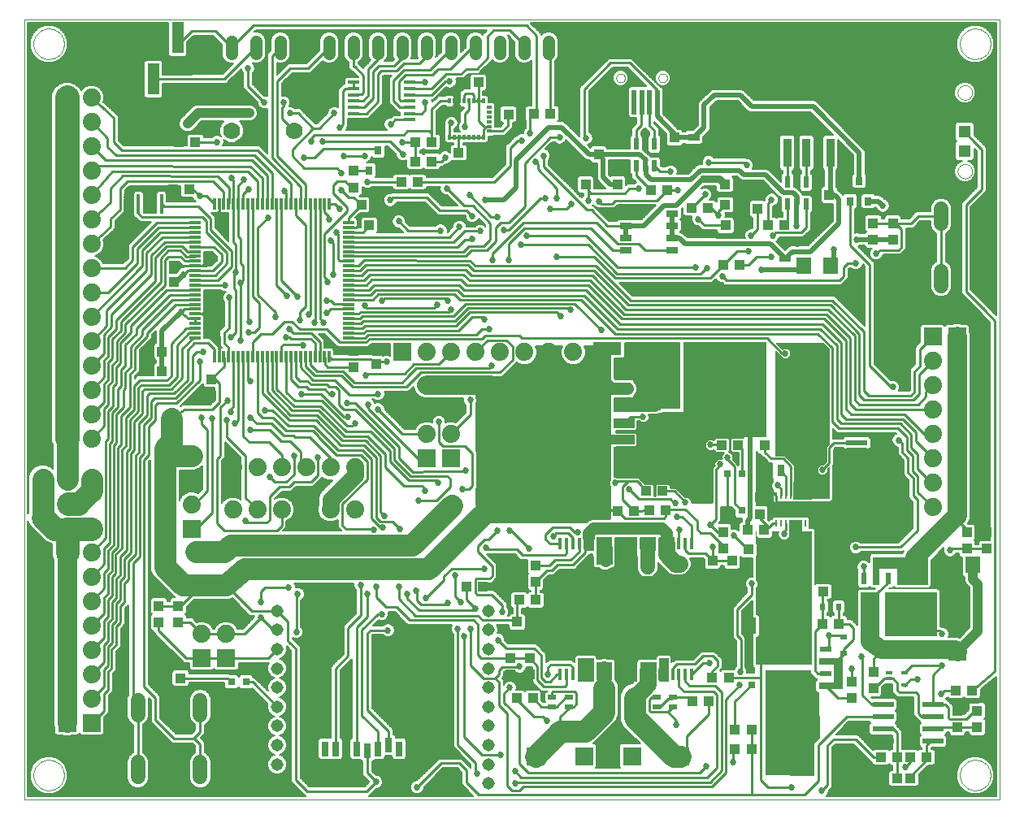
<source format=gtl>
G75*
G70*
%OFA0B0*%
%FSLAX24Y24*%
%IPPOS*%
%LPD*%
%AMOC8*
5,1,8,0,0,1.08239X$1,22.5*
%
%ADD10C,0.0000*%
%ADD11C,0.0515*%
%ADD12C,0.0740*%
%ADD13C,0.0600*%
%ADD14C,0.0515*%
%ADD15R,0.0472X0.0118*%
%ADD16R,0.0118X0.0472*%
%ADD17R,0.0470X0.1300*%
%ADD18R,0.0118X0.0512*%
%ADD19R,0.4803X0.2697*%
%ADD20R,0.0787X0.1142*%
%ADD21R,0.0433X0.0394*%
%ADD22R,0.0394X0.0433*%
%ADD23R,0.0740X0.0740*%
%ADD24R,0.0197X0.0984*%
%ADD25R,0.0787X0.0984*%
%ADD26R,0.0236X0.0472*%
%ADD27C,0.1310*%
%ADD28R,0.0354X0.1181*%
%ADD29R,0.0472X0.0315*%
%ADD30R,0.0866X0.0236*%
%ADD31R,0.0315X0.0354*%
%ADD32R,0.0315X0.0315*%
%ADD33R,0.0098X0.0276*%
%ADD34R,0.1299X0.0669*%
%ADD35R,0.1102X0.2126*%
%ADD36R,0.0315X0.0472*%
%ADD37R,0.0630X0.0709*%
%ADD38C,0.0700*%
%ADD39R,0.0295X0.0157*%
%ADD40R,0.0500X0.0240*%
%ADD41R,0.0400X0.0240*%
%ADD42R,0.1500X0.0650*%
%ADD43R,0.0240X0.0500*%
%ADD44R,0.0240X0.0400*%
%ADD45R,0.0650X0.1500*%
%ADD46R,0.0236X0.0315*%
%ADD47R,0.0315X0.0236*%
%ADD48R,0.0515X0.0515*%
%ADD49R,0.0768X0.0768*%
%ADD50R,0.0335X0.0197*%
%ADD51R,0.0870X0.0240*%
%ADD52R,0.0709X0.0551*%
%ADD53R,0.0551X0.0748*%
%ADD54R,0.0315X0.0591*%
%ADD55R,0.4724X0.4724*%
%ADD56R,0.0866X0.0394*%
%ADD57R,0.1181X0.0551*%
%ADD58R,0.0157X0.0787*%
%ADD59R,0.0197X0.0118*%
%ADD60R,0.0118X0.0197*%
%ADD61R,0.0500X0.0250*%
%ADD62R,0.0496X0.0142*%
%ADD63C,0.0270*%
%ADD64C,0.0100*%
%ADD65C,0.0010*%
%ADD66C,0.0300*%
%ADD67C,0.0375*%
%ADD68C,0.0200*%
%ADD69R,0.0270X0.0270*%
%ADD70C,0.0700*%
%ADD71C,0.0400*%
%ADD72C,0.0350*%
%ADD73C,0.0280*%
%ADD74C,0.0050*%
%ADD75C,0.0800*%
%ADD76C,0.0600*%
%ADD77C,0.0950*%
%ADD78C,0.0900*%
%ADD79C,0.0500*%
%ADD80C,0.0356*%
%ADD81C,0.0750*%
%ADD82C,0.1000*%
%ADD83C,0.0090*%
%ADD84C,0.0160*%
D10*
X000247Y001996D02*
X000247Y033996D01*
X040247Y033996D01*
X040247Y001996D01*
X000247Y001996D01*
X000622Y002996D02*
X000624Y003046D01*
X000630Y003095D01*
X000640Y003144D01*
X000653Y003191D01*
X000671Y003238D01*
X000692Y003283D01*
X000716Y003326D01*
X000744Y003367D01*
X000775Y003406D01*
X000809Y003442D01*
X000846Y003476D01*
X000886Y003506D01*
X000927Y003533D01*
X000971Y003557D01*
X001016Y003577D01*
X001063Y003593D01*
X001111Y003606D01*
X001160Y003615D01*
X001210Y003620D01*
X001259Y003621D01*
X001309Y003618D01*
X001358Y003611D01*
X001407Y003600D01*
X001454Y003586D01*
X001500Y003567D01*
X001545Y003545D01*
X001588Y003520D01*
X001628Y003491D01*
X001666Y003459D01*
X001702Y003425D01*
X001735Y003387D01*
X001764Y003347D01*
X001790Y003305D01*
X001813Y003261D01*
X001832Y003215D01*
X001848Y003168D01*
X001860Y003119D01*
X001868Y003070D01*
X001872Y003021D01*
X001872Y002971D01*
X001868Y002922D01*
X001860Y002873D01*
X001848Y002824D01*
X001832Y002777D01*
X001813Y002731D01*
X001790Y002687D01*
X001764Y002645D01*
X001735Y002605D01*
X001702Y002567D01*
X001666Y002533D01*
X001628Y002501D01*
X001588Y002472D01*
X001545Y002447D01*
X001500Y002425D01*
X001454Y002406D01*
X001407Y002392D01*
X001358Y002381D01*
X001309Y002374D01*
X001259Y002371D01*
X001210Y002372D01*
X001160Y002377D01*
X001111Y002386D01*
X001063Y002399D01*
X001016Y002415D01*
X000971Y002435D01*
X000927Y002459D01*
X000886Y002486D01*
X000846Y002516D01*
X000809Y002550D01*
X000775Y002586D01*
X000744Y002625D01*
X000716Y002666D01*
X000692Y002709D01*
X000671Y002754D01*
X000653Y002801D01*
X000640Y002848D01*
X000630Y002897D01*
X000624Y002946D01*
X000622Y002996D01*
X024524Y031596D02*
X024526Y031622D01*
X024532Y031648D01*
X024542Y031673D01*
X024555Y031696D01*
X024571Y031716D01*
X024591Y031734D01*
X024613Y031749D01*
X024636Y031761D01*
X024662Y031769D01*
X024688Y031773D01*
X024714Y031773D01*
X024740Y031769D01*
X024766Y031761D01*
X024790Y031749D01*
X024811Y031734D01*
X024831Y031716D01*
X024847Y031696D01*
X024860Y031673D01*
X024870Y031648D01*
X024876Y031622D01*
X024878Y031596D01*
X024876Y031570D01*
X024870Y031544D01*
X024860Y031519D01*
X024847Y031496D01*
X024831Y031476D01*
X024811Y031458D01*
X024789Y031443D01*
X024766Y031431D01*
X024740Y031423D01*
X024714Y031419D01*
X024688Y031419D01*
X024662Y031423D01*
X024636Y031431D01*
X024612Y031443D01*
X024591Y031458D01*
X024571Y031476D01*
X024555Y031496D01*
X024542Y031519D01*
X024532Y031544D01*
X024526Y031570D01*
X024524Y031596D01*
X026256Y031596D02*
X026258Y031622D01*
X026264Y031648D01*
X026274Y031673D01*
X026287Y031696D01*
X026303Y031716D01*
X026323Y031734D01*
X026345Y031749D01*
X026368Y031761D01*
X026394Y031769D01*
X026420Y031773D01*
X026446Y031773D01*
X026472Y031769D01*
X026498Y031761D01*
X026522Y031749D01*
X026543Y031734D01*
X026563Y031716D01*
X026579Y031696D01*
X026592Y031673D01*
X026602Y031648D01*
X026608Y031622D01*
X026610Y031596D01*
X026608Y031570D01*
X026602Y031544D01*
X026592Y031519D01*
X026579Y031496D01*
X026563Y031476D01*
X026543Y031458D01*
X026521Y031443D01*
X026498Y031431D01*
X026472Y031423D01*
X026446Y031419D01*
X026420Y031419D01*
X026394Y031423D01*
X026368Y031431D01*
X026344Y031443D01*
X026323Y031458D01*
X026303Y031476D01*
X026287Y031496D01*
X026274Y031519D01*
X026264Y031544D01*
X026258Y031570D01*
X026256Y031596D01*
X038528Y031000D02*
X038530Y031034D01*
X038536Y031068D01*
X038546Y031101D01*
X038559Y031132D01*
X038577Y031162D01*
X038597Y031190D01*
X038621Y031215D01*
X038647Y031237D01*
X038675Y031255D01*
X038706Y031271D01*
X038738Y031283D01*
X038772Y031291D01*
X038806Y031295D01*
X038840Y031295D01*
X038874Y031291D01*
X038908Y031283D01*
X038940Y031271D01*
X038970Y031255D01*
X038999Y031237D01*
X039025Y031215D01*
X039049Y031190D01*
X039069Y031162D01*
X039087Y031132D01*
X039100Y031101D01*
X039110Y031068D01*
X039116Y031034D01*
X039118Y031000D01*
X039116Y030966D01*
X039110Y030932D01*
X039100Y030899D01*
X039087Y030868D01*
X039069Y030838D01*
X039049Y030810D01*
X039025Y030785D01*
X038999Y030763D01*
X038971Y030745D01*
X038940Y030729D01*
X038908Y030717D01*
X038874Y030709D01*
X038840Y030705D01*
X038806Y030705D01*
X038772Y030709D01*
X038738Y030717D01*
X038706Y030729D01*
X038675Y030745D01*
X038647Y030763D01*
X038621Y030785D01*
X038597Y030810D01*
X038577Y030838D01*
X038559Y030868D01*
X038546Y030899D01*
X038536Y030932D01*
X038530Y030966D01*
X038528Y031000D01*
X038622Y032996D02*
X038624Y033046D01*
X038630Y033095D01*
X038640Y033144D01*
X038653Y033191D01*
X038671Y033238D01*
X038692Y033283D01*
X038716Y033326D01*
X038744Y033367D01*
X038775Y033406D01*
X038809Y033442D01*
X038846Y033476D01*
X038886Y033506D01*
X038927Y033533D01*
X038971Y033557D01*
X039016Y033577D01*
X039063Y033593D01*
X039111Y033606D01*
X039160Y033615D01*
X039210Y033620D01*
X039259Y033621D01*
X039309Y033618D01*
X039358Y033611D01*
X039407Y033600D01*
X039454Y033586D01*
X039500Y033567D01*
X039545Y033545D01*
X039588Y033520D01*
X039628Y033491D01*
X039666Y033459D01*
X039702Y033425D01*
X039735Y033387D01*
X039764Y033347D01*
X039790Y033305D01*
X039813Y033261D01*
X039832Y033215D01*
X039848Y033168D01*
X039860Y033119D01*
X039868Y033070D01*
X039872Y033021D01*
X039872Y032971D01*
X039868Y032922D01*
X039860Y032873D01*
X039848Y032824D01*
X039832Y032777D01*
X039813Y032731D01*
X039790Y032687D01*
X039764Y032645D01*
X039735Y032605D01*
X039702Y032567D01*
X039666Y032533D01*
X039628Y032501D01*
X039588Y032472D01*
X039545Y032447D01*
X039500Y032425D01*
X039454Y032406D01*
X039407Y032392D01*
X039358Y032381D01*
X039309Y032374D01*
X039259Y032371D01*
X039210Y032372D01*
X039160Y032377D01*
X039111Y032386D01*
X039063Y032399D01*
X039016Y032415D01*
X038971Y032435D01*
X038927Y032459D01*
X038886Y032486D01*
X038846Y032516D01*
X038809Y032550D01*
X038775Y032586D01*
X038744Y032625D01*
X038716Y032666D01*
X038692Y032709D01*
X038671Y032754D01*
X038653Y032801D01*
X038640Y032848D01*
X038630Y032897D01*
X038624Y032946D01*
X038622Y032996D01*
X038528Y027771D02*
X038530Y027805D01*
X038536Y027839D01*
X038546Y027872D01*
X038559Y027903D01*
X038577Y027933D01*
X038597Y027961D01*
X038621Y027986D01*
X038647Y028008D01*
X038675Y028026D01*
X038706Y028042D01*
X038738Y028054D01*
X038772Y028062D01*
X038806Y028066D01*
X038840Y028066D01*
X038874Y028062D01*
X038908Y028054D01*
X038940Y028042D01*
X038970Y028026D01*
X038999Y028008D01*
X039025Y027986D01*
X039049Y027961D01*
X039069Y027933D01*
X039087Y027903D01*
X039100Y027872D01*
X039110Y027839D01*
X039116Y027805D01*
X039118Y027771D01*
X039116Y027737D01*
X039110Y027703D01*
X039100Y027670D01*
X039087Y027639D01*
X039069Y027609D01*
X039049Y027581D01*
X039025Y027556D01*
X038999Y027534D01*
X038971Y027516D01*
X038940Y027500D01*
X038908Y027488D01*
X038874Y027480D01*
X038840Y027476D01*
X038806Y027476D01*
X038772Y027480D01*
X038738Y027488D01*
X038706Y027500D01*
X038675Y027516D01*
X038647Y027534D01*
X038621Y027556D01*
X038597Y027581D01*
X038577Y027609D01*
X038559Y027639D01*
X038546Y027670D01*
X038536Y027703D01*
X038530Y027737D01*
X038528Y027771D01*
X038622Y002996D02*
X038624Y003046D01*
X038630Y003095D01*
X038640Y003144D01*
X038653Y003191D01*
X038671Y003238D01*
X038692Y003283D01*
X038716Y003326D01*
X038744Y003367D01*
X038775Y003406D01*
X038809Y003442D01*
X038846Y003476D01*
X038886Y003506D01*
X038927Y003533D01*
X038971Y003557D01*
X039016Y003577D01*
X039063Y003593D01*
X039111Y003606D01*
X039160Y003615D01*
X039210Y003620D01*
X039259Y003621D01*
X039309Y003618D01*
X039358Y003611D01*
X039407Y003600D01*
X039454Y003586D01*
X039500Y003567D01*
X039545Y003545D01*
X039588Y003520D01*
X039628Y003491D01*
X039666Y003459D01*
X039702Y003425D01*
X039735Y003387D01*
X039764Y003347D01*
X039790Y003305D01*
X039813Y003261D01*
X039832Y003215D01*
X039848Y003168D01*
X039860Y003119D01*
X039868Y003070D01*
X039872Y003021D01*
X039872Y002971D01*
X039868Y002922D01*
X039860Y002873D01*
X039848Y002824D01*
X039832Y002777D01*
X039813Y002731D01*
X039790Y002687D01*
X039764Y002645D01*
X039735Y002605D01*
X039702Y002567D01*
X039666Y002533D01*
X039628Y002501D01*
X039588Y002472D01*
X039545Y002447D01*
X039500Y002425D01*
X039454Y002406D01*
X039407Y002392D01*
X039358Y002381D01*
X039309Y002374D01*
X039259Y002371D01*
X039210Y002372D01*
X039160Y002377D01*
X039111Y002386D01*
X039063Y002399D01*
X039016Y002415D01*
X038971Y002435D01*
X038927Y002459D01*
X038886Y002486D01*
X038846Y002516D01*
X038809Y002550D01*
X038775Y002586D01*
X038744Y002625D01*
X038716Y002666D01*
X038692Y002709D01*
X038671Y002754D01*
X038653Y002801D01*
X038640Y002848D01*
X038630Y002897D01*
X038624Y002946D01*
X038622Y002996D01*
X000622Y032996D02*
X000624Y033046D01*
X000630Y033095D01*
X000640Y033144D01*
X000653Y033191D01*
X000671Y033238D01*
X000692Y033283D01*
X000716Y033326D01*
X000744Y033367D01*
X000775Y033406D01*
X000809Y033442D01*
X000846Y033476D01*
X000886Y033506D01*
X000927Y033533D01*
X000971Y033557D01*
X001016Y033577D01*
X001063Y033593D01*
X001111Y033606D01*
X001160Y033615D01*
X001210Y033620D01*
X001259Y033621D01*
X001309Y033618D01*
X001358Y033611D01*
X001407Y033600D01*
X001454Y033586D01*
X001500Y033567D01*
X001545Y033545D01*
X001588Y033520D01*
X001628Y033491D01*
X001666Y033459D01*
X001702Y033425D01*
X001735Y033387D01*
X001764Y033347D01*
X001790Y033305D01*
X001813Y033261D01*
X001832Y033215D01*
X001848Y033168D01*
X001860Y033119D01*
X001868Y033070D01*
X001872Y033021D01*
X001872Y032971D01*
X001868Y032922D01*
X001860Y032873D01*
X001848Y032824D01*
X001832Y032777D01*
X001813Y032731D01*
X001790Y032687D01*
X001764Y032645D01*
X001735Y032605D01*
X001702Y032567D01*
X001666Y032533D01*
X001628Y032501D01*
X001588Y032472D01*
X001545Y032447D01*
X001500Y032425D01*
X001454Y032406D01*
X001407Y032392D01*
X001358Y032381D01*
X001309Y032374D01*
X001259Y032371D01*
X001210Y032372D01*
X001160Y032377D01*
X001111Y032386D01*
X001063Y032399D01*
X001016Y032415D01*
X000971Y032435D01*
X000927Y032459D01*
X000886Y032486D01*
X000846Y032516D01*
X000809Y032550D01*
X000775Y032586D01*
X000744Y032625D01*
X000716Y032666D01*
X000692Y032709D01*
X000671Y032754D01*
X000653Y032801D01*
X000640Y032848D01*
X000630Y032897D01*
X000624Y032946D01*
X000622Y032996D01*
D11*
X010616Y009739D03*
X010616Y008952D03*
X010616Y008164D03*
X010616Y007377D03*
X010616Y006589D03*
X010616Y005802D03*
X010616Y005015D03*
X010616Y004227D03*
X010616Y003440D03*
X010616Y002652D03*
X019278Y002652D03*
X019278Y003440D03*
X019278Y004227D03*
X019278Y005015D03*
X019278Y005802D03*
X019278Y006589D03*
X019278Y007377D03*
X019278Y008164D03*
X019278Y008952D03*
X019278Y009739D03*
D12*
X013797Y013896D03*
X012797Y013896D03*
X011797Y013896D03*
X010797Y013896D03*
X009797Y013896D03*
X008797Y013896D03*
X007097Y014106D03*
X007097Y015106D03*
X007097Y016106D03*
X008797Y015616D03*
X009797Y015616D03*
X010797Y015616D03*
X011797Y015616D03*
X012797Y015616D03*
X013797Y015616D03*
X016747Y016996D03*
X017747Y016996D03*
X017747Y017996D03*
X016747Y017996D03*
X016747Y018996D03*
X017747Y018996D03*
X017747Y020346D03*
X016747Y020346D03*
X018747Y020346D03*
X019747Y020346D03*
X020747Y020346D03*
X021747Y020346D03*
X022747Y020346D03*
X008517Y010796D03*
X007517Y010796D03*
X007517Y009796D03*
X008517Y009796D03*
X008517Y008796D03*
X007517Y008796D03*
X002997Y009136D03*
X002997Y010136D03*
X002997Y011136D03*
X002997Y012136D03*
X001997Y012136D03*
X000997Y012136D03*
X000997Y011136D03*
X001997Y011136D03*
X001997Y010136D03*
X000997Y010136D03*
X000997Y009136D03*
X001997Y009136D03*
X001997Y008136D03*
X000997Y008136D03*
X000997Y007136D03*
X001997Y007136D03*
X002997Y007136D03*
X002997Y008136D03*
X002997Y006136D03*
X001997Y006136D03*
X000997Y006136D03*
X000997Y015137D03*
X001997Y015137D03*
X002997Y015137D03*
X002997Y016796D03*
X002997Y017796D03*
X002997Y018796D03*
X002997Y019796D03*
X002997Y020796D03*
X002997Y021796D03*
X002997Y022796D03*
X002997Y023796D03*
X002997Y024796D03*
X002997Y025796D03*
X002997Y026796D03*
X002997Y027796D03*
X002997Y028796D03*
X002997Y029796D03*
X002997Y030796D03*
X001997Y030796D03*
X000997Y030796D03*
X000997Y029796D03*
X001997Y029796D03*
X001997Y028796D03*
X000997Y028796D03*
X000997Y027796D03*
X001997Y027796D03*
X001997Y026796D03*
X000997Y026796D03*
X000997Y025796D03*
X001997Y025796D03*
X001997Y024796D03*
X000997Y024796D03*
X000997Y023796D03*
X001997Y023796D03*
X001997Y022796D03*
X000997Y022796D03*
X000997Y021796D03*
X001997Y021796D03*
X001997Y020796D03*
X000997Y020796D03*
X000997Y019796D03*
X001997Y019796D03*
X001997Y018796D03*
X000997Y018796D03*
X000997Y017796D03*
X001997Y017796D03*
X001997Y016796D03*
X000997Y016796D03*
X037497Y016996D03*
X037497Y017996D03*
X037497Y018996D03*
X037497Y019996D03*
X038497Y019996D03*
X039497Y019996D03*
X039497Y018996D03*
X038497Y018996D03*
X038497Y017996D03*
X039497Y017996D03*
X039497Y016996D03*
X038497Y016996D03*
X038497Y015996D03*
X039497Y015996D03*
X039497Y014996D03*
X038497Y014996D03*
X037497Y014996D03*
X037497Y015996D03*
X037497Y013996D03*
X038497Y013996D03*
X039497Y013996D03*
D13*
X039627Y023066D02*
X039627Y023666D01*
X037847Y023666D02*
X037847Y023066D01*
X037847Y025626D02*
X037847Y026226D01*
X039627Y026226D02*
X039627Y025626D01*
X025810Y012459D02*
X025802Y011538D01*
X020114Y015190D02*
X019026Y013672D01*
X009357Y011456D02*
X009267Y011456D01*
X009237Y006076D02*
X009237Y005476D01*
X007457Y005476D02*
X007457Y006076D01*
X006687Y006076D02*
X006687Y005476D01*
X004907Y005476D02*
X004907Y006076D01*
X004907Y003516D02*
X004907Y002916D01*
X006687Y002916D02*
X006687Y003516D01*
X007457Y003516D02*
X007457Y002916D01*
X009237Y002916D02*
X009237Y003516D01*
X001997Y013096D02*
X001987Y013106D01*
D14*
X007747Y032588D02*
X007747Y033103D01*
X008747Y033103D02*
X008747Y032588D01*
X009747Y032588D02*
X009747Y033103D01*
X010747Y033103D02*
X010747Y032588D01*
X011747Y032588D02*
X011747Y033103D01*
X012747Y033103D02*
X012747Y032588D01*
X013747Y032588D02*
X013747Y033103D01*
X014747Y033103D02*
X014747Y032588D01*
X015747Y032588D02*
X015747Y033103D01*
X016747Y033103D02*
X016747Y032588D01*
X017747Y032588D02*
X017747Y033103D01*
X018747Y033103D02*
X018747Y032588D01*
X019747Y032588D02*
X019747Y033103D01*
X020747Y033103D02*
X020747Y032588D01*
X021747Y032588D02*
X021747Y033103D01*
X022747Y033103D02*
X022747Y032588D01*
D15*
X013547Y025658D03*
X013547Y025461D03*
X013547Y025264D03*
X013547Y025067D03*
X013547Y024870D03*
X013547Y024674D03*
X013547Y024477D03*
X013547Y024280D03*
X013547Y024083D03*
X013547Y023886D03*
X013547Y023689D03*
X013547Y023492D03*
X013547Y023296D03*
X013547Y023099D03*
X013547Y022902D03*
X013547Y022705D03*
X013547Y022508D03*
X013547Y022311D03*
X013547Y022115D03*
X013547Y021918D03*
X013547Y021721D03*
X013547Y021524D03*
X013547Y021327D03*
X013547Y021130D03*
X013547Y020933D03*
X007247Y020933D03*
X007247Y021130D03*
X007247Y021327D03*
X007247Y021524D03*
X007247Y021721D03*
X007247Y021918D03*
X007247Y022115D03*
X007247Y022311D03*
X007247Y022508D03*
X007247Y022705D03*
X007247Y022902D03*
X007247Y023099D03*
X007247Y023296D03*
X007247Y023492D03*
X007247Y023689D03*
X007247Y023886D03*
X007247Y024083D03*
X007247Y024280D03*
X007247Y024477D03*
X007247Y024674D03*
X007247Y024870D03*
X007247Y025067D03*
X007247Y025264D03*
X007247Y025461D03*
X007247Y025658D03*
D16*
X008035Y026445D03*
X008232Y026445D03*
X008428Y026445D03*
X008625Y026445D03*
X008822Y026445D03*
X009019Y026445D03*
X009216Y026445D03*
X009413Y026445D03*
X009610Y026445D03*
X009806Y026445D03*
X010003Y026445D03*
X010200Y026445D03*
X010397Y026445D03*
X010594Y026445D03*
X010791Y026445D03*
X010988Y026445D03*
X011184Y026445D03*
X011381Y026445D03*
X011578Y026445D03*
X011775Y026445D03*
X011972Y026445D03*
X012169Y026445D03*
X012366Y026445D03*
X012562Y026445D03*
X012759Y026445D03*
X012759Y020146D03*
X012562Y020146D03*
X012366Y020146D03*
X012169Y020146D03*
X011972Y020146D03*
X011775Y020146D03*
X011578Y020146D03*
X011381Y020146D03*
X011184Y020146D03*
X010988Y020146D03*
X010791Y020146D03*
X010594Y020146D03*
X010397Y020146D03*
X010200Y020146D03*
X010003Y020146D03*
X009806Y020146D03*
X009610Y020146D03*
X009413Y020146D03*
X009216Y020146D03*
X009019Y020146D03*
X008822Y020146D03*
X008625Y020146D03*
X008428Y020146D03*
X008232Y020146D03*
X008035Y020146D03*
D17*
X005537Y031546D03*
X004537Y033246D03*
X006537Y033246D03*
D18*
X022230Y012493D03*
X022486Y012493D03*
X022742Y012493D03*
X022998Y012493D03*
X023254Y012493D03*
X023510Y012493D03*
X023766Y012493D03*
X024021Y012493D03*
X024277Y012493D03*
X024533Y012493D03*
X024789Y012493D03*
X025045Y012493D03*
X025301Y012493D03*
X025557Y012493D03*
X025813Y012493D03*
X026069Y012493D03*
X026325Y012493D03*
X026581Y012493D03*
X026836Y012493D03*
X027092Y012493D03*
X027348Y012493D03*
X027604Y012493D03*
X027604Y007119D03*
X027348Y007119D03*
X027092Y007119D03*
X026836Y007119D03*
X026581Y007119D03*
X026325Y007119D03*
X026069Y007119D03*
X025813Y007119D03*
X025557Y007119D03*
X025301Y007119D03*
X025045Y007119D03*
X024789Y007119D03*
X024533Y007119D03*
X024277Y007119D03*
X024021Y007119D03*
X023766Y007119D03*
X023510Y007119D03*
X023254Y007119D03*
X022998Y007119D03*
X022742Y007119D03*
X022486Y007119D03*
X022230Y007119D03*
D19*
X024927Y009816D03*
D20*
X022132Y009816D03*
X027722Y009816D03*
D21*
X029948Y012247D03*
X030618Y012247D03*
X030579Y013046D03*
X029909Y013046D03*
X026563Y013851D03*
X025893Y013851D03*
X025244Y013842D03*
X024574Y013842D03*
X025755Y014650D03*
X026425Y014650D03*
X028839Y016545D03*
X029509Y016545D03*
X030622Y016516D03*
X031292Y016516D03*
X033012Y010536D03*
X033682Y010536D03*
X033642Y009206D03*
X032972Y009206D03*
X029132Y006986D03*
X028462Y006986D03*
X028302Y006036D03*
X027632Y006036D03*
X029396Y004868D03*
X030066Y004868D03*
X030064Y004052D03*
X029394Y004052D03*
X035384Y003734D03*
X036054Y003734D03*
X036572Y003736D03*
X037242Y003736D03*
X037242Y002856D03*
X036572Y002856D03*
X036054Y002855D03*
X035384Y002855D03*
X038452Y006476D03*
X039122Y006476D03*
X021102Y006146D03*
X020432Y006146D03*
X020462Y009286D03*
X021132Y009286D03*
X021212Y010186D03*
X020542Y010186D03*
X019061Y010734D03*
X018391Y010734D03*
X006658Y006976D03*
X005988Y006976D03*
X005896Y019572D03*
X005226Y019572D03*
X005225Y020374D03*
X005895Y020374D03*
X006337Y027024D03*
X007007Y027024D03*
X007261Y028956D03*
X006591Y028956D03*
X014068Y026389D03*
X014738Y026389D03*
X015712Y027336D03*
X016382Y027336D03*
X016286Y028172D03*
X016956Y028172D03*
X016956Y028970D03*
X016286Y028970D03*
X018058Y028531D03*
X018728Y028531D03*
X021151Y030131D03*
X021821Y030131D03*
X018866Y031421D03*
X018196Y031421D03*
X015063Y025547D03*
X014393Y025547D03*
X025932Y027000D03*
X026602Y027000D03*
X027608Y026257D03*
X028278Y026257D03*
X028992Y026396D03*
X029662Y026396D03*
X029652Y027236D03*
X028982Y027236D03*
X029002Y025546D03*
X029672Y025546D03*
X030758Y025569D03*
X031428Y025569D03*
X029586Y023927D03*
X028916Y023927D03*
D22*
X030323Y026233D03*
X030323Y026902D03*
X033261Y026801D03*
X033261Y026132D03*
X035057Y025640D03*
X035057Y024971D03*
X035867Y024951D03*
X035867Y025620D03*
X026917Y028481D03*
X026917Y029150D03*
X024576Y027900D03*
X024576Y027231D03*
X023264Y027230D03*
X023264Y027899D03*
X023797Y028461D03*
X023797Y029130D03*
X020099Y030109D03*
X020099Y030778D03*
X013757Y027780D03*
X013757Y027111D03*
X006379Y023901D03*
X006379Y023232D03*
X007919Y019245D03*
X007919Y018576D03*
X013736Y019732D03*
X013736Y020401D03*
X014664Y020523D03*
X014664Y019854D03*
X021207Y011600D03*
X021207Y010931D03*
X020969Y007784D03*
X020969Y007115D03*
X020167Y007115D03*
X020167Y007784D03*
X028467Y011121D03*
X028467Y011790D03*
X028912Y012303D03*
X029267Y011780D03*
X029267Y011111D03*
X028912Y012972D03*
X030417Y013711D03*
X030417Y014380D03*
X035077Y007230D03*
X035077Y006561D03*
X034187Y006840D03*
X034187Y006171D03*
X038517Y005630D03*
X038517Y004961D03*
X039327Y004971D03*
X039327Y005640D03*
X039712Y012281D03*
X039712Y012950D03*
X038917Y012950D03*
X038917Y012281D03*
X006557Y009930D03*
X006557Y009261D03*
X005757Y009261D03*
X005757Y009930D03*
D23*
X007517Y007796D03*
X008517Y007796D03*
X002997Y005136D03*
X001997Y005136D03*
X000997Y005136D03*
X007097Y013106D03*
X015747Y020346D03*
X016747Y015996D03*
X017747Y015996D03*
X037497Y020996D03*
X038497Y020996D03*
X039497Y020996D03*
D24*
X026197Y030611D03*
X025882Y030611D03*
X025567Y030611D03*
X025252Y030611D03*
X024937Y030611D03*
D25*
X023795Y030611D03*
X023795Y032777D03*
X027339Y032777D03*
X027339Y030611D03*
D26*
X026091Y028889D03*
X025717Y028889D03*
X025343Y028889D03*
X025343Y027983D03*
X025717Y027983D03*
X026091Y027983D03*
X031556Y027319D03*
X031930Y027319D03*
X032304Y027319D03*
X032304Y026413D03*
X031930Y026413D03*
X031556Y026413D03*
D27*
X029342Y029896D03*
X034512Y029896D03*
D28*
X033305Y028537D03*
X032321Y028537D03*
X031533Y028537D03*
X030549Y028537D03*
D29*
X027697Y028441D03*
X027697Y029150D03*
X031444Y024916D03*
X031444Y024207D03*
X026117Y018100D03*
X026117Y017391D03*
D30*
X035467Y005895D03*
X035467Y005395D03*
X035467Y004895D03*
X035467Y004395D03*
X037515Y004395D03*
X037515Y004895D03*
X037515Y005395D03*
X037515Y005895D03*
D31*
X034861Y026542D03*
X034113Y026542D03*
X034487Y027369D03*
X015131Y027802D03*
X014383Y027802D03*
X014757Y028629D03*
D32*
X029082Y015346D03*
X029672Y015346D03*
X029672Y013846D03*
X029082Y013846D03*
X030083Y007292D03*
X030083Y006701D03*
X009332Y006816D03*
X008742Y006816D03*
D33*
X031086Y013335D03*
X031283Y013335D03*
X031480Y013335D03*
X031677Y013335D03*
X031874Y013335D03*
X032071Y013335D03*
X032268Y013335D03*
X032268Y014476D03*
X032071Y014476D03*
X031874Y014476D03*
X031677Y014476D03*
X031480Y014476D03*
X031283Y014476D03*
X031086Y014476D03*
D34*
X031677Y013906D03*
D35*
X032347Y019496D03*
X028489Y019496D03*
D36*
X027601Y019816D03*
X027601Y019166D03*
X027601Y018546D03*
X026893Y018546D03*
X026893Y019166D03*
X026893Y019816D03*
X026893Y020526D03*
X027601Y020526D03*
X025694Y018848D03*
X024986Y018848D03*
X030563Y015486D03*
X031271Y015486D03*
D37*
X032206Y012326D03*
X032206Y011486D03*
X033308Y011486D03*
X033308Y012326D03*
X031048Y009136D03*
X029946Y009136D03*
X038056Y011616D03*
X039158Y011616D03*
X033321Y023894D03*
X032219Y023894D03*
D38*
X011307Y029436D03*
X008747Y029436D03*
D39*
X035712Y007202D03*
X035712Y006946D03*
X035712Y006690D03*
X036362Y006690D03*
X036362Y007202D03*
D40*
X033097Y007176D03*
X033097Y006676D03*
X033097Y007676D03*
X033097Y008176D03*
D41*
X030947Y008176D03*
X030947Y007676D03*
X030947Y007176D03*
X030947Y006676D03*
D42*
X031777Y006971D03*
X031777Y007881D03*
D43*
X034667Y011066D03*
X035167Y011066D03*
X035667Y011066D03*
X036167Y011066D03*
D44*
X036167Y008916D03*
X035667Y008916D03*
X035167Y008916D03*
X034667Y008916D03*
D45*
X034962Y009746D03*
X035872Y009746D03*
D46*
X033647Y009906D03*
X032978Y009906D03*
D47*
X033847Y008675D03*
X033847Y008006D03*
D48*
X038807Y028598D03*
X038807Y029386D03*
X038807Y030173D03*
D49*
X038507Y010026D03*
X038507Y008057D03*
X033947Y003776D03*
X031978Y003776D03*
X027137Y003776D03*
X025168Y003776D03*
X023197Y003776D03*
X021228Y003776D03*
D50*
X021893Y005799D03*
X022581Y005799D03*
X022581Y006192D03*
X021893Y006192D03*
X026173Y006192D03*
X026173Y005799D03*
X026861Y005799D03*
X026861Y006192D03*
D51*
X032327Y015116D03*
X032327Y015616D03*
X032327Y016116D03*
X032327Y016616D03*
X034387Y016616D03*
X034387Y016116D03*
X034387Y015616D03*
X034387Y015116D03*
D52*
X015145Y008132D03*
X012901Y008132D03*
D53*
X012271Y002955D03*
X017448Y002561D03*
D54*
X015614Y004077D03*
X015181Y004234D03*
X014748Y004077D03*
X014314Y003998D03*
X013881Y004077D03*
X013448Y003998D03*
X013015Y004077D03*
X012582Y004077D03*
D55*
X021517Y016766D03*
D56*
X024844Y016766D03*
X024844Y017435D03*
X024844Y018104D03*
X024844Y016096D03*
X024844Y015427D03*
D57*
X024146Y020508D03*
X026036Y020508D03*
D58*
X005870Y026417D03*
X005398Y026417D03*
X004926Y026417D03*
D59*
X017430Y029415D03*
X017430Y029612D03*
X017430Y029809D03*
X017430Y030006D03*
X017430Y030203D03*
X017430Y030400D03*
X019320Y030400D03*
X019320Y030203D03*
X019320Y030006D03*
X019320Y029809D03*
X019320Y029612D03*
X019320Y029415D03*
D60*
X019064Y029160D03*
X018867Y029160D03*
X018670Y029160D03*
X018473Y029160D03*
X018277Y029160D03*
X018080Y029160D03*
X017883Y029160D03*
X017686Y029160D03*
X017686Y030656D03*
X017883Y030656D03*
X018080Y030656D03*
X018277Y030656D03*
X018473Y030656D03*
X018670Y030656D03*
X018867Y030656D03*
X019064Y030656D03*
D61*
X024922Y026035D03*
X024922Y025535D03*
X024922Y025035D03*
X024922Y024535D03*
X026822Y024535D03*
X026822Y025035D03*
X026822Y025535D03*
X026822Y026035D03*
D62*
X016044Y029882D03*
X016044Y030138D03*
X016044Y030394D03*
X016044Y030650D03*
X016044Y030906D03*
X016044Y031161D03*
X016044Y031417D03*
X013760Y031417D03*
X013760Y031161D03*
X013760Y030906D03*
X013760Y030650D03*
X013760Y030394D03*
X013760Y030138D03*
X013760Y029882D03*
D63*
X014209Y029607D03*
X014990Y030070D03*
X015273Y029696D03*
X015759Y028972D03*
X015776Y028460D03*
X014798Y028155D03*
X014201Y028395D03*
X013334Y028397D03*
X012496Y029000D03*
X012014Y029000D03*
X011722Y028316D03*
X010927Y026946D03*
X010238Y025879D03*
X009447Y027037D03*
X009257Y027414D03*
X008731Y027497D03*
X007431Y026755D03*
X008233Y025885D03*
X008460Y025342D03*
X007967Y024166D03*
X008897Y023636D03*
X009128Y023208D03*
X008658Y022581D03*
X008262Y022587D03*
X008487Y023096D03*
X007867Y021917D03*
X006667Y021996D03*
X006786Y023545D03*
X004819Y025390D03*
X004512Y026255D03*
X005452Y027026D03*
X004325Y029270D03*
X006720Y030466D03*
X006941Y029732D03*
X008151Y028972D03*
X009465Y030159D03*
X010093Y030594D03*
X009949Y031327D03*
X009419Y032000D03*
X008784Y030788D03*
X010882Y030596D03*
X011133Y030161D03*
X011259Y031062D03*
X012178Y030015D03*
X012962Y030163D03*
X013196Y029560D03*
X012931Y031130D03*
X013223Y032169D03*
X015056Y031422D03*
X016694Y031419D03*
X016695Y030584D03*
X017695Y031459D03*
X017959Y030253D03*
X017759Y029751D03*
X018312Y029592D03*
X019145Y028530D03*
X020638Y029041D03*
X020993Y029343D03*
X021550Y028409D03*
X021205Y028171D03*
X022200Y029151D03*
X023288Y029133D03*
X023572Y029753D03*
X024500Y028907D03*
X024948Y028071D03*
X025462Y027066D03*
X025436Y026178D03*
X023826Y026535D03*
X023366Y026579D03*
X022684Y026440D03*
X022087Y026658D03*
X021603Y026676D03*
X021825Y026219D03*
X020861Y025121D03*
X020620Y024766D03*
X020115Y024142D03*
X019446Y024140D03*
X018628Y024996D03*
X018952Y025315D03*
X018617Y025936D03*
X018094Y025499D03*
X017318Y025336D03*
X016891Y025713D03*
X016100Y026253D03*
X015602Y025713D03*
X015255Y026588D03*
X014307Y027326D03*
X013257Y026986D03*
X013260Y027700D03*
X013177Y026236D03*
X012760Y025791D03*
X013038Y025266D03*
X012799Y024921D03*
X013983Y025898D03*
X012903Y023522D03*
X012683Y023231D03*
X012657Y022456D03*
X012647Y021966D03*
X012526Y021579D03*
X012155Y021560D03*
X011903Y021880D03*
X011541Y021679D03*
X011111Y021293D03*
X010967Y020946D03*
X011664Y020641D03*
X010547Y021787D03*
X011000Y022679D03*
X011437Y022642D03*
X009496Y021600D03*
X009462Y021165D03*
X009118Y020833D03*
X008720Y020957D03*
X007582Y020356D03*
X007446Y019949D03*
X007407Y018389D03*
X007507Y017669D03*
X007947Y017628D03*
X008544Y017576D03*
X008707Y017906D03*
X008566Y018370D03*
X009527Y017656D03*
X009527Y017176D03*
X008887Y017426D03*
X010097Y017976D03*
X009507Y019146D03*
X011611Y018634D03*
X012895Y018639D03*
X013470Y018261D03*
X013509Y017711D03*
X013808Y017445D03*
X014754Y018003D03*
X014335Y018208D03*
X014751Y018632D03*
X014236Y019382D03*
X015099Y019952D03*
X014187Y020449D03*
X014213Y022256D03*
X014916Y022448D03*
X017169Y022295D03*
X017625Y022472D03*
X017748Y022097D03*
X019129Y021682D03*
X019306Y021308D03*
X019424Y019792D03*
X018533Y018382D03*
X017248Y017494D03*
X018349Y015510D03*
X018223Y014732D03*
X017219Y014994D03*
X016666Y014672D03*
X016408Y014270D03*
X015633Y013091D03*
X015011Y013643D03*
X014947Y013150D03*
X014564Y013075D03*
X012796Y011463D03*
X012893Y010612D03*
X014038Y010798D03*
X014306Y010426D03*
X014667Y010742D03*
X015602Y010714D03*
X015956Y010430D03*
X016298Y010564D03*
X016728Y010266D03*
X017619Y010076D03*
X018146Y010087D03*
X018763Y009827D03*
X018541Y008989D03*
X018274Y008686D03*
X018029Y008996D03*
X016770Y008884D03*
X015412Y009457D03*
X015160Y008941D03*
X014914Y009610D03*
X011929Y009622D03*
X011463Y010429D03*
X011096Y010690D03*
X009943Y010091D03*
X009943Y009457D03*
X011398Y008866D03*
X011745Y008356D03*
X011770Y005914D03*
X011782Y004236D03*
X012858Y002691D03*
X014674Y002721D03*
X016353Y002502D03*
X018012Y003064D03*
X018825Y003055D03*
X018390Y002251D03*
X020378Y002648D03*
X020371Y003154D03*
X019767Y003826D03*
X021671Y005241D03*
X020659Y006632D03*
X020161Y006585D03*
X020558Y007446D03*
X021709Y007133D03*
X021517Y008454D03*
X020614Y008596D03*
X019672Y008543D03*
X019848Y009698D03*
X020871Y009705D03*
X020727Y010676D03*
X021744Y010927D03*
X020963Y012283D03*
X020153Y013025D03*
X019654Y013040D03*
X019184Y012339D03*
X019120Y011469D03*
X019670Y010640D03*
X017912Y011199D03*
X021946Y012806D03*
X022934Y012964D03*
X024490Y014991D03*
X025059Y014717D03*
X026944Y014155D03*
X027361Y014193D03*
X027028Y013607D03*
X027103Y013078D03*
X028390Y013269D03*
X029060Y013455D03*
X029354Y012830D03*
X028467Y012356D03*
X030082Y010847D03*
X029940Y009699D03*
X029110Y010029D03*
X029124Y008698D03*
X029969Y008397D03*
X029165Y007577D03*
X029611Y007237D03*
X029591Y006685D03*
X028337Y007596D03*
X026986Y005046D03*
X028203Y003352D03*
X029329Y003525D03*
X031706Y002501D03*
X032958Y002354D03*
X034494Y002285D03*
X036342Y002295D03*
X036371Y003339D03*
X037847Y003256D03*
X037799Y002295D03*
X038552Y002295D03*
X039902Y003860D03*
X039931Y004603D03*
X039537Y006169D03*
X037847Y006336D03*
X036866Y006934D03*
X037890Y007481D03*
X037891Y008799D03*
X038491Y008965D03*
X038276Y010784D03*
X038213Y012224D03*
X036456Y013708D03*
X036309Y014774D03*
X035358Y014687D03*
X036094Y015782D03*
X036110Y016743D03*
X035487Y016867D03*
X035867Y018913D03*
X035348Y020040D03*
X035340Y021985D03*
X036409Y022625D03*
X035446Y023776D03*
X035188Y024396D03*
X034377Y024966D03*
X034353Y023997D03*
X033463Y024551D03*
X032792Y025458D03*
X031927Y025516D03*
X031947Y024806D03*
X030943Y025141D03*
X030058Y025140D03*
X029938Y024488D03*
X030474Y023740D03*
X030887Y024275D03*
X031137Y022869D03*
X029860Y022887D03*
X028876Y023460D03*
X028446Y022944D03*
X028262Y023796D03*
X027796Y023822D03*
X026908Y022944D03*
X025417Y022935D03*
X023909Y021246D03*
X022632Y022093D03*
X022262Y021814D03*
X022068Y024256D03*
X019920Y025379D03*
X019657Y025911D03*
X019139Y026587D03*
X018513Y026793D03*
X017572Y027069D03*
X017507Y028335D03*
X020540Y030780D03*
X022851Y028231D03*
X025098Y029753D03*
X025717Y029386D03*
X024517Y030516D03*
X027337Y031426D03*
X028328Y033594D03*
X030627Y033543D03*
X033078Y033526D03*
X035327Y033492D03*
X035439Y031160D03*
X036778Y031221D03*
X036656Y029253D03*
X035439Y029293D03*
X033867Y028433D03*
X032762Y027729D03*
X032684Y026868D03*
X030895Y026604D03*
X029331Y025965D03*
X028717Y025953D03*
X027877Y025806D03*
X027533Y025356D03*
X028169Y026815D03*
X028077Y027456D03*
X028320Y028144D03*
X029066Y028555D03*
X029882Y028014D03*
X030737Y029486D03*
X031947Y029486D03*
X035419Y027405D03*
X035457Y026356D03*
X034488Y026078D03*
X036636Y027365D03*
X038397Y024666D03*
X039895Y022566D03*
X037928Y021879D03*
X034146Y022842D03*
X032457Y022880D03*
X030491Y020585D03*
X031462Y020302D03*
X030261Y019513D03*
X029667Y019516D03*
X027606Y017671D03*
X028378Y016546D03*
X029075Y016045D03*
X028775Y015748D03*
X030387Y015989D03*
X030445Y014945D03*
X031142Y014886D03*
X032964Y015524D03*
X033613Y013743D03*
X032810Y012858D03*
X034347Y012346D03*
X034671Y011552D03*
X034161Y009658D03*
X033257Y008736D03*
X034577Y007856D03*
X034186Y007350D03*
X036337Y005874D03*
X034502Y004716D03*
X031397Y012896D03*
X025626Y017691D03*
X025570Y018309D03*
X026147Y018560D03*
X027032Y026999D03*
X026757Y027757D03*
X027357Y028046D03*
X023595Y033492D03*
X021431Y033661D03*
X026198Y033560D03*
X037863Y033475D03*
X039891Y031802D03*
X012289Y016014D03*
X011297Y016086D03*
X010299Y015245D03*
X009313Y013441D03*
X005537Y008549D03*
X000505Y003757D03*
X002189Y002336D03*
X004076Y002336D03*
X006978Y002296D03*
X009595Y002316D03*
X023877Y003427D03*
X024440Y003417D03*
X023968Y004413D03*
X024585Y005054D03*
X024881Y004571D03*
X024727Y006636D03*
X005531Y020845D03*
X003716Y024287D03*
X009997Y029009D03*
X004537Y032286D03*
X005651Y033603D03*
X003163Y033696D03*
X000581Y031970D03*
D64*
X002997Y030796D02*
X003927Y029946D01*
X003927Y028946D01*
X004237Y028636D01*
X009797Y028636D01*
X011187Y027246D01*
X011187Y026448D01*
X011184Y026445D01*
X010988Y026445D02*
X010988Y026885D01*
X010927Y026946D01*
X010791Y026445D02*
X010791Y023288D01*
X011437Y022642D01*
X011000Y022679D02*
X010594Y023085D01*
X010594Y026445D01*
X010587Y026438D01*
X010397Y026445D02*
X010397Y027707D01*
X009675Y028429D01*
X004002Y028429D01*
X003658Y028773D01*
X003658Y029135D01*
X002997Y029796D01*
X002997Y028796D02*
X003569Y028224D01*
X009573Y028224D01*
X010200Y027596D01*
X010200Y026445D01*
X010003Y026445D02*
X009997Y026452D01*
X009997Y027496D01*
X009517Y027975D01*
X003184Y027981D01*
X002997Y027796D01*
X003856Y027756D02*
X002997Y026796D01*
X003766Y027065D02*
X003767Y026486D01*
X002997Y025796D01*
X003787Y025826D02*
X003787Y025506D01*
X002997Y024796D01*
X002997Y023796D02*
X004367Y023796D01*
X004696Y024125D01*
X004696Y024672D01*
X005682Y025658D01*
X007247Y025658D01*
X007243Y025466D02*
X007247Y025461D01*
X007243Y025466D02*
X005746Y025466D01*
X004883Y024603D01*
X004883Y024012D01*
X003667Y022796D01*
X002997Y022796D01*
X003617Y022046D02*
X003617Y021416D01*
X002997Y020796D01*
X003511Y021077D02*
X003511Y020310D01*
X002997Y019796D01*
X003516Y020013D02*
X003516Y019315D01*
X002997Y018796D01*
X003507Y019037D02*
X003507Y018306D01*
X002997Y017796D01*
X003514Y018038D02*
X003514Y017313D01*
X002997Y016796D01*
X003579Y016696D02*
X003579Y012718D01*
X002997Y012136D01*
X003509Y012302D02*
X003509Y011648D01*
X002997Y011136D01*
X003507Y011297D02*
X003507Y010646D01*
X002997Y010136D01*
X003502Y010275D02*
X003502Y009641D01*
X002997Y009136D01*
X003503Y009324D02*
X003503Y008642D01*
X002997Y008136D01*
X003502Y008325D02*
X003502Y007641D01*
X002997Y007136D01*
X003502Y007341D02*
X003502Y006641D01*
X002997Y006136D01*
X003506Y006337D02*
X003506Y005645D01*
X002997Y005136D01*
X003506Y006337D02*
X003669Y006500D01*
X003669Y007233D01*
X003826Y007390D01*
X003826Y008156D01*
X004002Y008332D01*
X004002Y009080D01*
X004194Y009272D01*
X004194Y009927D01*
X004357Y010090D01*
X004357Y010858D01*
X004524Y011025D01*
X004524Y011776D01*
X004799Y012051D01*
X004799Y016105D01*
X004946Y016252D01*
X004946Y017413D01*
X005286Y017753D01*
X005286Y018574D01*
X005369Y018657D01*
X006393Y018657D01*
X006940Y019204D01*
X006940Y020433D01*
X007228Y020721D01*
X007779Y020721D01*
X008035Y020465D01*
X008035Y020146D01*
X008232Y020146D02*
X008232Y020981D01*
X007867Y021336D01*
X007867Y021917D01*
X007775Y021918D01*
X007247Y021918D01*
X007247Y022115D02*
X007236Y022126D01*
X006797Y022126D01*
X006667Y021996D01*
X006688Y021975D01*
X006991Y021721D01*
X007247Y021721D01*
X007247Y021524D01*
X007247Y021327D02*
X006893Y021327D01*
X006273Y020707D01*
X006273Y019362D01*
X006096Y019185D01*
X004965Y019185D01*
X004756Y018976D01*
X004756Y018008D01*
X004398Y017650D01*
X004398Y016492D01*
X004258Y016352D01*
X004258Y012311D01*
X003995Y012048D01*
X003995Y011260D01*
X003855Y011120D01*
X003855Y010355D01*
X003685Y010185D01*
X003685Y009506D01*
X003503Y009324D01*
X003670Y009237D02*
X003670Y008493D01*
X003502Y008325D01*
X003666Y008247D02*
X003666Y007505D01*
X003502Y007341D01*
X003666Y008247D02*
X003837Y008418D01*
X003837Y009149D01*
X004009Y009321D01*
X004009Y010017D01*
X004186Y010194D01*
X004186Y010955D01*
X004344Y011113D01*
X004344Y011867D01*
X004619Y012142D01*
X004619Y016185D01*
X004759Y016325D01*
X004759Y017491D01*
X005092Y017824D01*
X005092Y018750D01*
X005169Y018827D01*
X006272Y018827D01*
X006730Y019285D01*
X006730Y020500D01*
X007164Y020933D01*
X007247Y020933D01*
X007247Y021130D02*
X006993Y021130D01*
X006503Y020641D01*
X006503Y019320D01*
X006191Y019008D01*
X005041Y019008D01*
X004925Y018892D01*
X004925Y017915D01*
X004576Y017566D01*
X004576Y016394D01*
X004437Y016255D01*
X004437Y012224D01*
X004169Y011956D01*
X004169Y011201D01*
X004019Y011051D01*
X004019Y010277D01*
X003849Y010107D01*
X003849Y009416D01*
X003670Y009237D01*
X003502Y010275D02*
X003683Y010456D01*
X003683Y011217D01*
X003833Y011367D01*
X003833Y012120D01*
X004086Y012373D01*
X004086Y016438D01*
X004208Y016560D01*
X004208Y017722D01*
X004577Y018091D01*
X004577Y019440D01*
X004789Y019652D01*
X004789Y020508D01*
X005286Y021005D01*
X005286Y021142D01*
X006453Y022311D01*
X007247Y022311D01*
X007247Y022508D02*
X006330Y022508D01*
X005077Y021256D01*
X005077Y021058D01*
X004597Y020578D01*
X004597Y019735D01*
X004393Y019531D01*
X004394Y019530D01*
X004394Y018847D01*
X004327Y018780D01*
X004327Y018108D01*
X004021Y017802D01*
X004021Y016625D01*
X003923Y016527D01*
X003923Y012461D01*
X003672Y012210D01*
X003672Y011462D01*
X003507Y011297D01*
X003509Y012302D02*
X003751Y012544D01*
X003751Y016600D01*
X003852Y016701D01*
X003852Y017875D01*
X004087Y018110D01*
X004087Y018836D01*
X004202Y018951D01*
X004202Y019623D01*
X004386Y019807D01*
X004386Y020647D01*
X004837Y021098D01*
X004837Y021336D01*
X006216Y022705D01*
X007247Y022705D01*
X007247Y022902D02*
X006083Y022902D01*
X004617Y021436D01*
X004617Y021159D01*
X004196Y020738D01*
X004196Y019902D01*
X004026Y019732D01*
X004028Y019730D01*
X004028Y019077D01*
X003867Y018916D01*
X003867Y018136D01*
X003676Y017945D01*
X003676Y016793D01*
X003579Y016696D01*
X003514Y018038D02*
X003667Y018191D01*
X003667Y018952D01*
X003862Y019147D01*
X003862Y019817D01*
X004035Y019990D01*
X004035Y020806D01*
X004387Y021158D01*
X004387Y021486D01*
X006005Y023104D01*
X006005Y024118D01*
X006146Y024259D01*
X006663Y024259D01*
X006839Y024083D01*
X007247Y024083D01*
X007245Y024086D01*
X007243Y024276D02*
X006886Y024276D01*
X006645Y024517D01*
X006158Y024517D01*
X005843Y024202D01*
X005839Y024202D01*
X005839Y023218D01*
X004207Y021586D01*
X004207Y021231D01*
X003862Y020886D01*
X003862Y020097D01*
X003684Y019919D01*
X003684Y019214D01*
X003507Y019037D01*
X003516Y020013D02*
X003680Y020177D01*
X003680Y020975D01*
X004017Y021312D01*
X004017Y021666D01*
X005628Y023277D01*
X005628Y024236D01*
X006094Y024702D01*
X006721Y024702D01*
X006958Y024465D01*
X007235Y024465D01*
X007247Y024477D01*
X007246Y024476D01*
X007247Y024280D02*
X007243Y024276D01*
X007247Y023886D02*
X006394Y023886D01*
X006379Y023901D01*
X006786Y023545D02*
X006931Y023689D01*
X007247Y023689D01*
X007251Y023686D01*
X007987Y023686D01*
X008357Y024056D01*
X008357Y024346D01*
X008029Y024674D01*
X007247Y024674D01*
X007247Y024870D02*
X007242Y024876D01*
X005997Y024876D01*
X005447Y024326D01*
X005447Y023536D01*
X003817Y021906D01*
X003817Y021383D01*
X003511Y021077D01*
X002997Y021796D02*
X005090Y023889D01*
X005090Y024534D01*
X005822Y025266D01*
X007246Y025266D01*
X007247Y025264D01*
X007247Y025067D02*
X007246Y025066D01*
X005900Y025066D01*
X005261Y024427D01*
X005261Y023690D01*
X003617Y022046D01*
X007247Y023099D02*
X008484Y023099D01*
X008487Y023096D01*
X008169Y023296D02*
X008752Y023879D01*
X008752Y024512D01*
X007895Y025369D01*
X007895Y025817D01*
X007389Y026323D01*
X005964Y026323D01*
X005870Y026417D01*
X005398Y026417D02*
X005398Y026972D01*
X005452Y027026D01*
X005454Y027024D01*
X006337Y027024D01*
X006320Y027041D01*
X007007Y027024D02*
X007162Y027024D01*
X007431Y026755D01*
X007725Y026755D01*
X008035Y026445D01*
X008232Y026445D02*
X008232Y026000D01*
X008233Y025885D01*
X007709Y025719D02*
X007544Y025884D01*
X007560Y025884D01*
X007544Y025884D02*
X005079Y025884D01*
X004926Y026037D01*
X004926Y026417D01*
X004167Y026206D02*
X004169Y027064D01*
X004479Y027374D01*
X007978Y027367D01*
X008427Y026916D01*
X008427Y026447D01*
X008428Y026445D01*
X008625Y026445D02*
X008637Y026457D01*
X008638Y027108D01*
X008175Y027571D01*
X004287Y027580D01*
X003766Y027065D01*
X003856Y027756D02*
X009406Y027756D01*
X009807Y027356D01*
X009807Y026465D01*
X009806Y026445D01*
X009610Y026445D02*
X009610Y022617D01*
X009864Y022363D01*
X009864Y021349D01*
X009680Y021165D01*
X009462Y021165D01*
X009610Y020764D02*
X009957Y021112D01*
X010401Y021112D01*
X010901Y021612D01*
X011224Y021612D01*
X011532Y021304D01*
X012634Y021304D01*
X013182Y020756D01*
X014262Y020756D01*
X014398Y020892D01*
X019020Y020892D01*
X019145Y021017D01*
X020556Y021017D01*
X020655Y020918D01*
X030714Y020918D01*
X031330Y020302D01*
X031462Y020302D01*
X032787Y021109D02*
X033380Y020516D01*
X033380Y017506D01*
X033656Y017230D01*
X036067Y017230D01*
X036435Y016862D01*
X036435Y016333D01*
X036683Y016085D01*
X036683Y015466D01*
X036884Y015265D01*
X036884Y014609D01*
X037497Y013996D01*
X036865Y014300D02*
X036699Y014466D01*
X036699Y015189D01*
X036493Y015395D01*
X036493Y016002D01*
X036239Y016256D01*
X036239Y016614D01*
X036110Y016743D01*
X036623Y016961D02*
X036168Y017416D01*
X033738Y017416D01*
X033574Y017580D01*
X033574Y020616D01*
X032879Y021311D01*
X024585Y021311D01*
X023223Y022673D01*
X018252Y022673D01*
X018013Y022912D01*
X014655Y022912D01*
X014448Y022705D01*
X013547Y022705D01*
X013549Y022703D01*
X013547Y022508D02*
X014543Y022508D01*
X014755Y022721D01*
X017892Y022721D01*
X018108Y022505D01*
X018112Y022508D01*
X023091Y022508D01*
X024491Y021109D01*
X032787Y021109D01*
X032965Y021509D02*
X033747Y020727D01*
X033747Y017791D01*
X033931Y017607D01*
X036264Y017607D01*
X036813Y017058D01*
X036813Y016680D01*
X037497Y015996D01*
X036877Y016179D02*
X036877Y015554D01*
X037435Y014996D01*
X037497Y014996D01*
X036865Y014300D02*
X036865Y013038D01*
X036173Y012346D01*
X034347Y012346D01*
X034671Y011552D02*
X034671Y011070D01*
X034667Y011066D01*
X034007Y011036D02*
X034007Y010861D01*
X033682Y010536D01*
X033642Y010000D02*
X033647Y009906D01*
X033642Y010000D02*
X033642Y009206D01*
X034077Y009206D01*
X034247Y009036D01*
X034247Y008556D01*
X033847Y008156D01*
X033847Y008006D01*
X033847Y007976D01*
X033547Y007676D01*
X033097Y007676D01*
X033097Y008176D02*
X033257Y008336D01*
X033257Y008736D01*
X033786Y008736D01*
X033847Y008675D01*
X033697Y009150D02*
X033642Y009206D01*
X032978Y009211D02*
X032978Y009906D01*
X032978Y010582D01*
X033012Y010536D01*
X032978Y009211D02*
X032972Y009206D01*
X032677Y008910D01*
X032677Y007286D01*
X032787Y007176D01*
X033097Y007176D01*
X033097Y006676D02*
X033602Y006171D01*
X034187Y006171D01*
X034627Y006276D02*
X034627Y007806D01*
X034577Y007856D01*
X035077Y007756D02*
X035077Y007230D01*
X035497Y006946D02*
X035112Y006561D01*
X035077Y006561D01*
X034627Y006276D02*
X035017Y005886D01*
X035458Y005886D01*
X035467Y005895D01*
X035712Y006498D02*
X036337Y005874D01*
X036137Y006388D02*
X036811Y006388D01*
X036919Y006280D01*
X036919Y005528D01*
X037045Y005402D01*
X037508Y005402D01*
X037515Y005395D01*
X037581Y004961D02*
X037515Y004895D01*
X037581Y004961D02*
X038517Y004961D01*
X039327Y004971D01*
X038872Y005295D02*
X038203Y005295D01*
X038157Y005341D01*
X038157Y005747D01*
X038003Y005901D01*
X037521Y005901D01*
X037521Y007111D01*
X037890Y007481D01*
X036641Y007481D01*
X036362Y007202D01*
X036606Y006934D02*
X036362Y006690D01*
X036386Y006666D01*
X036362Y006690D02*
X036293Y006690D01*
X036343Y006690D02*
X036362Y006690D01*
X036057Y006770D02*
X036057Y006468D01*
X036137Y006388D01*
X036057Y006770D02*
X035881Y006946D01*
X035712Y006946D01*
X035497Y006946D01*
X035712Y006690D02*
X035712Y006498D01*
X036606Y006934D02*
X036866Y006934D01*
X037847Y006336D02*
X037987Y006476D01*
X038452Y006476D01*
X038564Y005994D02*
X039362Y005994D01*
X039537Y006169D01*
X039122Y006476D02*
X040027Y007226D01*
X040047Y007276D01*
X040047Y021636D01*
X039648Y022060D01*
X038867Y022841D01*
X038867Y026386D01*
X039517Y027036D01*
X039517Y028666D01*
X039207Y028976D01*
X038807Y029386D01*
X037847Y025926D02*
X036907Y025926D01*
X036622Y025640D01*
X036021Y025640D01*
X036021Y025595D01*
X036221Y025395D01*
X036221Y024662D01*
X036102Y024543D01*
X035335Y024543D01*
X035188Y024396D01*
X035077Y024951D02*
X035057Y024971D01*
X034382Y024971D02*
X034377Y024966D01*
X034119Y024737D02*
X034923Y023933D01*
X034923Y019783D01*
X035793Y018913D01*
X035867Y018913D01*
X036621Y018579D02*
X034873Y018579D01*
X034681Y018771D01*
X034681Y021191D01*
X033395Y022477D01*
X025104Y022477D01*
X023694Y023886D01*
X020357Y023886D01*
X018750Y023885D01*
X018524Y024112D01*
X014177Y024113D01*
X013951Y023886D01*
X013547Y023886D01*
X013547Y023689D02*
X014000Y023689D01*
X014240Y023930D01*
X018437Y023930D01*
X018682Y023685D01*
X023622Y023685D01*
X025015Y022292D01*
X033309Y022292D01*
X034493Y021108D01*
X034493Y018601D01*
X034693Y018401D01*
X036724Y018401D01*
X036936Y018613D01*
X036936Y019435D01*
X037497Y019996D01*
X036968Y019774D02*
X036968Y020467D01*
X037497Y020996D01*
X036968Y019774D02*
X036761Y019567D01*
X036761Y018719D01*
X036621Y018579D01*
X036898Y018209D02*
X037226Y018537D01*
X037226Y018725D01*
X037497Y018996D01*
X036898Y018209D02*
X034485Y018209D01*
X034312Y018382D01*
X034312Y021016D01*
X033223Y022105D01*
X024927Y022105D01*
X023539Y023492D01*
X018594Y023492D01*
X018361Y023726D01*
X014329Y023726D01*
X014328Y023727D01*
X014094Y023492D01*
X013547Y023492D01*
X013547Y023296D02*
X014182Y023296D01*
X014418Y023532D01*
X018262Y023532D01*
X018501Y023293D01*
X023457Y023293D01*
X024842Y021908D01*
X033136Y021908D01*
X034126Y020918D01*
X034126Y018224D01*
X034338Y018012D01*
X037481Y018012D01*
X037497Y017996D01*
X037497Y016996D02*
X037160Y016996D01*
X036348Y017808D01*
X034139Y017808D01*
X033934Y018013D01*
X033934Y020825D01*
X033045Y021714D01*
X024754Y021714D01*
X023371Y023097D01*
X018374Y023097D01*
X018153Y023318D01*
X014489Y023318D01*
X014270Y023099D01*
X013547Y023099D01*
X013547Y022902D02*
X014366Y022902D01*
X014568Y023104D01*
X018095Y023104D01*
X018294Y022905D01*
X023272Y022905D01*
X024668Y021509D01*
X032965Y021509D01*
X033673Y023297D02*
X029039Y023297D01*
X028876Y023460D01*
X028916Y023927D02*
X029477Y024488D01*
X029938Y024488D01*
X030292Y024275D02*
X029944Y023927D01*
X029586Y023927D01*
X030292Y024275D02*
X030887Y024275D01*
X031444Y024916D02*
X031797Y024921D01*
X031947Y024806D01*
X033261Y026120D01*
X033261Y026132D01*
X034117Y025916D02*
X034119Y025914D01*
X034119Y024737D01*
X034014Y023997D02*
X033848Y023831D01*
X033848Y023472D01*
X033673Y023297D01*
X034014Y023997D02*
X034353Y023997D01*
X035077Y025620D02*
X035057Y025640D01*
X036021Y025640D01*
X035867Y025620D02*
X035077Y025620D01*
X034117Y025916D02*
X034113Y026432D01*
X034113Y026542D01*
X032304Y026413D02*
X032304Y025459D01*
X032100Y025255D01*
X031057Y025255D01*
X030943Y025141D01*
X030758Y025569D02*
X030758Y026467D01*
X030895Y026604D01*
X030291Y026782D02*
X030263Y026810D01*
X030007Y026815D01*
X029652Y027170D01*
X029652Y027236D01*
X030007Y026815D02*
X029662Y026470D01*
X029662Y026396D01*
X029672Y026386D01*
X029672Y025546D01*
X030058Y025140D02*
X030323Y025405D01*
X030323Y026233D01*
X030291Y026782D02*
X030323Y026902D01*
X029882Y028014D02*
X029752Y028144D01*
X028320Y028144D01*
X027713Y028401D02*
X027357Y028046D01*
X027047Y028046D01*
X026917Y028176D01*
X026917Y028481D01*
X026757Y027757D02*
X026318Y027757D01*
X026091Y027983D01*
X025739Y027961D02*
X025717Y027983D01*
X025717Y027983D01*
X025737Y028003D01*
X025737Y028216D01*
X025343Y027983D02*
X025343Y027589D01*
X025932Y027000D01*
X026005Y026577D02*
X026179Y026577D01*
X026602Y027000D01*
X026428Y027000D01*
X026602Y027000D02*
X027031Y027000D01*
X027032Y026999D01*
X027608Y026257D02*
X027611Y026257D01*
X028169Y026815D01*
X028278Y026257D02*
X028413Y026257D01*
X028717Y025953D01*
X028717Y026120D01*
X028992Y026396D01*
X028982Y026386D01*
X029002Y025546D02*
X028137Y025546D01*
X027877Y025806D01*
X026822Y024535D02*
X025705Y024535D01*
X025446Y024794D01*
X024567Y024794D01*
X023711Y025650D01*
X020709Y025650D01*
X019446Y024387D01*
X019446Y024140D01*
X019208Y024523D02*
X019569Y024884D01*
X019569Y025466D01*
X019775Y025672D01*
X020117Y025672D01*
X020766Y026321D01*
X020766Y028104D01*
X021813Y029151D01*
X022200Y029151D01*
X021550Y028409D02*
X021550Y027960D01*
X023328Y026182D01*
X023497Y026182D01*
X024144Y025535D01*
X024922Y025535D01*
X024922Y026035D02*
X025293Y026035D01*
X025436Y026178D01*
X026005Y026577D02*
X024529Y026575D01*
X024492Y026575D01*
X024358Y026441D01*
X023920Y026441D01*
X023826Y026535D01*
X023366Y026579D02*
X023366Y026979D01*
X023471Y026874D01*
X024870Y026874D01*
X025062Y027066D01*
X025462Y027066D01*
X024778Y027900D02*
X024576Y027900D01*
X024778Y027900D02*
X024948Y028071D01*
X025343Y028889D02*
X025343Y029452D01*
X025547Y029656D01*
X025547Y030231D01*
X025567Y030611D01*
X025882Y030611D02*
X025877Y030246D01*
X025877Y029656D01*
X026091Y029441D01*
X026091Y028889D01*
X025717Y028889D02*
X025717Y028889D01*
X025717Y029386D01*
X026197Y030026D02*
X026197Y031085D01*
X025066Y032216D01*
X024290Y032216D01*
X023216Y031142D01*
X023216Y029205D01*
X023288Y029133D01*
X023797Y029130D02*
X023797Y030250D01*
X023795Y030611D01*
X024381Y030621D01*
X024517Y030516D01*
X024883Y030511D01*
X024937Y030611D01*
X026195Y030613D02*
X026197Y030611D01*
X027339Y030611D02*
X027339Y031304D01*
X027337Y031426D01*
X027339Y031307D01*
X027339Y032777D01*
X023795Y032777D02*
X023366Y032846D01*
X022747Y032846D01*
X021821Y032772D02*
X021747Y032846D01*
X021821Y032772D02*
X021821Y030131D01*
X021254Y030233D02*
X021151Y030131D01*
X020993Y029972D01*
X020993Y029343D01*
X020638Y029041D02*
X020477Y029041D01*
X020181Y028745D01*
X020181Y027990D01*
X019524Y027333D01*
X016385Y027333D01*
X016382Y027336D01*
X016750Y026693D02*
X015360Y026693D01*
X015255Y026588D01*
X014863Y026389D02*
X014738Y026389D01*
X014341Y025992D01*
X014085Y025992D01*
X013979Y025886D01*
X013979Y025598D01*
X013842Y025461D01*
X013547Y025461D01*
X013547Y025658D02*
X013547Y025867D01*
X014068Y026389D01*
X013761Y026696D01*
X013547Y026696D01*
X013257Y026986D01*
X012925Y026870D02*
X012925Y027184D01*
X013096Y027355D01*
X013409Y027355D01*
X013653Y027111D01*
X013757Y027111D01*
X014307Y027326D02*
X015702Y027326D01*
X015712Y027336D01*
X015131Y027802D02*
X015131Y027822D01*
X014798Y028155D01*
X014757Y028629D02*
X014703Y028683D01*
X012515Y028683D01*
X012148Y028316D01*
X011722Y028316D01*
X011721Y027896D02*
X013064Y027896D01*
X013260Y027700D01*
X013757Y027780D02*
X013768Y027802D01*
X014383Y027802D01*
X014201Y028395D02*
X014199Y028397D01*
X013334Y028397D01*
X012496Y029000D02*
X015236Y029000D01*
X015776Y028460D01*
X015761Y028970D02*
X015759Y028972D01*
X015761Y028970D02*
X016286Y028970D01*
X016286Y028970D01*
X016286Y028172D01*
X016956Y028172D02*
X017344Y028172D01*
X017507Y028335D01*
X018058Y028531D02*
X018058Y029138D01*
X018080Y029160D01*
X018277Y029160D01*
X018473Y029160D01*
X018670Y029160D01*
X018867Y029160D01*
X019064Y029160D01*
X019064Y029160D01*
X019064Y029485D01*
X019192Y029612D01*
X019320Y029612D01*
X019101Y029612D01*
X018872Y029842D01*
X018872Y030651D01*
X018867Y030656D01*
X018867Y031419D01*
X018866Y031421D01*
X018615Y030956D02*
X018334Y030956D01*
X018277Y030899D01*
X018277Y030656D01*
X018277Y030656D01*
X018473Y030656D02*
X018475Y030654D01*
X018475Y030295D01*
X018312Y030132D01*
X018312Y029592D01*
X018080Y029160D02*
X017883Y029160D01*
X017686Y029160D01*
X017686Y029678D01*
X017759Y029751D01*
X017430Y029809D02*
X017430Y029612D01*
X017430Y029415D01*
X017430Y029809D02*
X017430Y030006D01*
X017430Y030203D01*
X017430Y030400D01*
X017812Y030400D01*
X017959Y030253D01*
X017883Y030329D01*
X017883Y030656D01*
X018080Y030656D01*
X018080Y031304D01*
X018196Y031421D01*
X018157Y031752D02*
X017545Y031752D01*
X016955Y031161D01*
X016044Y031161D01*
X016044Y030906D02*
X016048Y030902D01*
X016949Y030902D01*
X017506Y031459D01*
X017695Y031459D01*
X018157Y031752D02*
X018377Y031972D01*
X018800Y031972D01*
X019249Y032421D01*
X019249Y033305D01*
X019493Y033549D01*
X020147Y033549D01*
X020747Y032949D01*
X020747Y032846D01*
X021254Y033336D02*
X021254Y030233D01*
X020539Y030778D02*
X020540Y030780D01*
X020539Y030778D02*
X020099Y030778D01*
X020099Y030109D02*
X020083Y030093D01*
X020083Y029645D01*
X019854Y029415D01*
X019320Y029415D01*
X019144Y028531D02*
X018728Y028531D01*
X019144Y028531D02*
X019145Y028530D01*
X017572Y027069D02*
X018278Y026363D01*
X018631Y026363D01*
X019354Y025640D01*
X019354Y024975D01*
X019085Y024706D01*
X018472Y024706D01*
X018245Y024479D01*
X013549Y024479D01*
X013547Y024477D01*
X013550Y024671D02*
X013547Y024674D01*
X018006Y024674D01*
X018308Y024976D01*
X018608Y024976D01*
X018628Y024996D01*
X018951Y025316D02*
X018304Y025316D01*
X017859Y024870D01*
X013547Y024870D01*
X013547Y025067D02*
X017666Y025070D01*
X018094Y025499D01*
X018617Y025936D02*
X018393Y026160D01*
X017283Y026160D01*
X016750Y026693D01*
X015602Y025713D02*
X015979Y025336D01*
X017318Y025336D01*
X018343Y024280D02*
X018586Y024523D01*
X019208Y024523D01*
X018952Y025315D02*
X018951Y025316D01*
X019395Y025911D02*
X018513Y026793D01*
X019395Y025911D02*
X019657Y025911D01*
X019920Y025379D02*
X020117Y025379D01*
X021414Y026676D01*
X021603Y026676D01*
X022087Y026658D02*
X022087Y027074D01*
X021303Y027858D01*
X021303Y028073D01*
X021205Y028171D01*
X022850Y028230D02*
X022851Y028231D01*
X023782Y028446D02*
X023797Y028461D01*
X023264Y027230D02*
X023366Y027128D01*
X023366Y026979D01*
X022684Y026440D02*
X022468Y026224D01*
X022468Y026219D01*
X021825Y026219D01*
X020757Y025428D02*
X023479Y025428D01*
X024376Y024531D01*
X024918Y024531D01*
X024922Y024535D01*
X024582Y023822D02*
X023283Y025121D01*
X020861Y025121D01*
X020757Y025428D02*
X020115Y024786D01*
X020115Y024142D01*
X020620Y024766D02*
X023365Y024766D01*
X024560Y023571D01*
X027990Y023571D01*
X028215Y023796D01*
X028262Y023796D01*
X028381Y023392D02*
X028916Y023927D01*
X028381Y023392D02*
X024468Y023392D01*
X023604Y024256D01*
X022068Y024256D01*
X022816Y022339D02*
X023909Y021246D01*
X024240Y020590D02*
X023209Y020590D01*
X023267Y020449D01*
X023267Y020242D01*
X023188Y020051D01*
X023042Y019905D01*
X022850Y019826D01*
X022644Y019826D01*
X022452Y019905D01*
X022306Y020051D01*
X022227Y020242D01*
X022227Y020449D01*
X022285Y020590D01*
X021209Y020590D01*
X021267Y020449D01*
X021267Y020242D01*
X021188Y020051D01*
X021042Y019905D01*
X020850Y019826D01*
X020644Y019826D01*
X020452Y019905D01*
X020441Y019916D01*
X020347Y019823D01*
X019838Y019314D01*
X018791Y019314D01*
X018792Y018501D01*
X018818Y018438D01*
X018818Y018325D01*
X018792Y018263D01*
X018794Y016311D01*
X018818Y016287D01*
X018824Y016281D01*
X018824Y014784D01*
X018796Y014755D01*
X018797Y013396D01*
X023281Y013396D01*
X023360Y013475D01*
X023507Y013536D01*
X024247Y013536D01*
X024246Y014836D01*
X024205Y014934D01*
X024205Y015047D01*
X024245Y015145D01*
X024240Y020590D01*
X024240Y020514D02*
X023240Y020514D01*
X023267Y020415D02*
X024240Y020415D01*
X024240Y020317D02*
X023267Y020317D01*
X023257Y020218D02*
X024240Y020218D01*
X024240Y020120D02*
X023216Y020120D01*
X023158Y020021D02*
X024241Y020021D01*
X024241Y019923D02*
X023059Y019923D01*
X022435Y019923D02*
X021059Y019923D01*
X021158Y020021D02*
X022336Y020021D01*
X022278Y020120D02*
X021216Y020120D01*
X021257Y020218D02*
X022237Y020218D01*
X022227Y020317D02*
X021267Y020317D01*
X021267Y020415D02*
X022227Y020415D01*
X022254Y020514D02*
X021240Y020514D01*
X020264Y020595D02*
X020264Y020023D01*
X019755Y019514D01*
X016499Y019514D01*
X015902Y018917D01*
X013720Y018917D01*
X013250Y019387D01*
X012153Y019387D01*
X011775Y019765D01*
X011775Y020146D01*
X011972Y020146D02*
X011972Y019842D01*
X012262Y019552D01*
X013324Y019552D01*
X013765Y019111D01*
X015731Y019111D01*
X015974Y019354D01*
X016301Y019680D01*
X019312Y019680D01*
X019424Y019792D01*
X019337Y019236D02*
X019377Y019006D01*
X019367Y018996D01*
X018792Y019036D02*
X024242Y019036D01*
X024242Y018938D02*
X018792Y018938D01*
X018792Y018839D02*
X024242Y018839D01*
X024242Y018741D02*
X018792Y018741D01*
X018792Y018642D02*
X024242Y018642D01*
X024242Y018544D02*
X018792Y018544D01*
X018815Y018445D02*
X024242Y018445D01*
X024242Y018347D02*
X018818Y018347D01*
X018792Y018248D02*
X024242Y018248D01*
X024242Y018150D02*
X018792Y018150D01*
X018792Y018051D02*
X024242Y018051D01*
X024243Y017953D02*
X018793Y017953D01*
X018793Y017854D02*
X024243Y017854D01*
X024243Y017756D02*
X018793Y017756D01*
X018793Y017657D02*
X024243Y017657D01*
X024243Y017559D02*
X018793Y017559D01*
X018793Y017460D02*
X024243Y017460D01*
X024243Y017362D02*
X018793Y017362D01*
X018793Y017263D02*
X024243Y017263D01*
X024243Y017165D02*
X018793Y017165D01*
X018793Y017066D02*
X024243Y017066D01*
X024244Y016968D02*
X018794Y016968D01*
X018794Y016869D02*
X024244Y016869D01*
X024244Y016771D02*
X018794Y016771D01*
X018794Y016672D02*
X024244Y016672D01*
X024244Y016574D02*
X018794Y016574D01*
X018794Y016475D02*
X024244Y016475D01*
X024244Y016377D02*
X018794Y016377D01*
X018824Y016278D02*
X024244Y016278D01*
X024244Y016180D02*
X018824Y016180D01*
X018824Y016081D02*
X024244Y016081D01*
X024244Y015983D02*
X018824Y015983D01*
X018824Y015884D02*
X024245Y015884D01*
X024245Y015786D02*
X018824Y015786D01*
X018824Y015687D02*
X024245Y015687D01*
X024245Y015589D02*
X018824Y015589D01*
X018824Y015490D02*
X024245Y015490D01*
X024245Y015392D02*
X018824Y015392D01*
X018824Y015293D02*
X024245Y015293D01*
X024245Y015195D02*
X018824Y015195D01*
X018824Y015096D02*
X024225Y015096D01*
X024205Y014998D02*
X018824Y014998D01*
X018824Y014899D02*
X024219Y014899D01*
X024246Y014801D02*
X018824Y014801D01*
X018796Y014702D02*
X024246Y014702D01*
X024246Y014604D02*
X018796Y014604D01*
X018796Y014505D02*
X024246Y014505D01*
X024246Y014407D02*
X018796Y014407D01*
X018796Y014308D02*
X024246Y014308D01*
X024246Y014210D02*
X018796Y014210D01*
X018796Y014111D02*
X024246Y014111D01*
X024246Y014013D02*
X018796Y014013D01*
X018796Y013914D02*
X024246Y013914D01*
X024247Y013816D02*
X018797Y013816D01*
X018797Y013717D02*
X024247Y013717D01*
X024247Y013619D02*
X018797Y013619D01*
X018797Y013520D02*
X023470Y013520D01*
X023307Y013422D02*
X018797Y013422D01*
X019113Y012667D02*
X019281Y012667D01*
X019654Y013040D01*
X020153Y013025D02*
X020221Y013025D01*
X020963Y012283D01*
X020676Y012035D02*
X020457Y012254D01*
X019269Y012254D01*
X019184Y012339D01*
X019113Y012667D02*
X018844Y012398D01*
X018844Y012159D01*
X019434Y011569D01*
X019434Y011177D01*
X019327Y011070D01*
X018787Y011070D01*
X018732Y011015D01*
X018732Y010482D01*
X018811Y010403D01*
X019414Y010403D01*
X019848Y009969D01*
X019848Y009698D01*
X020400Y009348D02*
X020462Y009286D01*
X020462Y010106D01*
X020542Y010186D01*
X020055Y010640D02*
X019670Y010640D01*
X019576Y010734D01*
X019061Y010734D01*
X018391Y010734D02*
X018391Y010198D01*
X018763Y009827D01*
X018700Y009764D01*
X016434Y009764D01*
X015958Y010240D01*
X015958Y010428D01*
X015956Y010430D01*
X015602Y010224D02*
X016286Y009540D01*
X018847Y009540D01*
X019039Y009348D01*
X020400Y009348D01*
X021132Y009286D02*
X021542Y009286D01*
X022132Y009816D01*
X022147Y009800D01*
X022147Y009556D01*
X022132Y009816D02*
X024927Y009816D01*
X025987Y009816D02*
X026393Y009466D01*
X028080Y007882D02*
X027747Y007549D01*
X026997Y007549D01*
X026836Y007388D01*
X026836Y007119D01*
X026836Y007176D01*
X027092Y007119D02*
X027092Y006638D01*
X027306Y006425D01*
X028513Y006425D01*
X028657Y006281D01*
X028657Y003295D01*
X028258Y002896D01*
X020629Y002896D01*
X020371Y003154D01*
X020531Y003472D02*
X020531Y005366D01*
X019920Y005977D01*
X019920Y006344D01*
X020161Y006585D01*
X020551Y006740D02*
X020551Y007116D01*
X020552Y007115D01*
X020969Y007115D01*
X020969Y007115D01*
X020167Y007115D01*
X019721Y007133D02*
X019721Y007306D01*
X019860Y007445D01*
X020557Y007445D01*
X020558Y007446D01*
X020167Y007784D02*
X018986Y007784D01*
X018858Y007913D01*
X018858Y009164D01*
X018672Y009350D01*
X016057Y009350D01*
X015512Y009895D01*
X015082Y009895D01*
X014667Y010310D01*
X014667Y010742D01*
X014306Y010426D02*
X014306Y009500D01*
X013874Y009068D01*
X013874Y004084D01*
X013881Y004077D01*
X014314Y003998D02*
X014307Y003087D01*
X014674Y002721D01*
X014275Y002322D01*
X011862Y002322D01*
X011382Y002801D01*
X011382Y008180D01*
X011127Y008438D01*
X011047Y008518D01*
X011047Y009308D01*
X010616Y009739D01*
X009574Y009739D01*
X008517Y010796D01*
X009357Y011456D02*
X009371Y011470D01*
X012796Y011463D01*
X014038Y010798D02*
X014035Y009553D01*
X013527Y009045D01*
X013527Y007886D01*
X013008Y007367D01*
X013015Y004077D01*
X014748Y004077D02*
X014741Y004786D01*
X014091Y005436D01*
X014091Y008970D01*
X014731Y009610D01*
X014914Y009610D01*
X015160Y008941D02*
X014445Y008941D01*
X014318Y008814D01*
X014318Y005667D01*
X015174Y004811D01*
X015181Y004234D01*
X016353Y002502D02*
X017333Y003482D01*
X018086Y003482D01*
X018379Y003189D01*
X018379Y002694D01*
X018889Y002184D01*
X030121Y002184D01*
X030064Y002241D01*
X030064Y004052D01*
X030064Y004866D01*
X030066Y004868D01*
X029396Y004868D02*
X029396Y006015D01*
X030083Y006701D01*
X030429Y006986D02*
X030447Y006968D01*
X030447Y007622D01*
X030670Y007845D01*
X030429Y006986D02*
X029132Y006986D01*
X029611Y007237D02*
X029631Y007257D01*
X029631Y008565D01*
X029482Y008714D01*
X029482Y009810D01*
X030082Y010410D01*
X030082Y010847D01*
X029267Y011111D02*
X028477Y011111D01*
X028467Y011121D01*
X028477Y011780D02*
X028467Y011790D01*
X028177Y012081D01*
X027481Y012081D01*
X027348Y012213D01*
X027348Y012493D01*
X027092Y012493D02*
X027092Y012907D01*
X027092Y013067D01*
X027103Y013078D01*
X027089Y012911D02*
X027092Y012907D01*
X026325Y012493D02*
X026325Y012403D01*
X026480Y013532D02*
X024876Y013532D01*
X024574Y013842D01*
X024327Y013846D01*
X024057Y014116D01*
X024057Y015116D01*
X024490Y014991D02*
X024577Y015078D01*
X025005Y015078D01*
X024765Y014838D01*
X024765Y014312D01*
X025244Y013842D01*
X025269Y013838D01*
X025893Y013851D01*
X026480Y013532D02*
X026562Y013613D01*
X026563Y013851D01*
X026609Y013897D01*
X027357Y013897D01*
X027838Y013416D01*
X027838Y013088D01*
X027994Y012932D01*
X028376Y012932D01*
X028912Y012396D01*
X028912Y012303D01*
X028467Y012356D02*
X028467Y011790D01*
X028477Y011780D02*
X029267Y011780D01*
X029876Y012307D02*
X029354Y012830D01*
X028912Y012972D02*
X028686Y012972D01*
X028390Y013269D01*
X028620Y013497D01*
X028620Y015549D01*
X028775Y015704D01*
X028775Y015748D01*
X028702Y015983D02*
X024507Y015983D01*
X024506Y016081D02*
X028830Y016081D01*
X028830Y016093D02*
X028830Y015996D01*
X028833Y015989D01*
X028824Y015993D01*
X028726Y015993D01*
X028636Y015955D01*
X028567Y015886D01*
X028530Y015796D01*
X028530Y015699D01*
X028534Y015689D01*
X028460Y015615D01*
X028460Y014195D01*
X027606Y014195D01*
X027606Y014241D01*
X027569Y014331D01*
X027500Y014400D01*
X027410Y014438D01*
X027342Y014438D01*
X026970Y014810D01*
X026751Y014810D01*
X026751Y014892D01*
X026687Y014956D01*
X026163Y014956D01*
X026098Y014892D01*
X026098Y014473D01*
X026082Y014473D01*
X026082Y014892D01*
X026017Y014956D01*
X025714Y014956D01*
X025714Y014957D01*
X025620Y015051D01*
X025527Y015144D01*
X025433Y015238D01*
X024511Y015238D01*
X024509Y015236D01*
X024507Y015236D01*
X024506Y016456D01*
X024905Y016456D01*
X024913Y016459D01*
X025322Y016459D01*
X025387Y016523D01*
X025387Y017008D01*
X025322Y017072D01*
X024913Y017072D01*
X024905Y017076D01*
X024506Y017076D01*
X024506Y017128D01*
X025322Y017128D01*
X025387Y017192D01*
X025387Y017531D01*
X025440Y017531D01*
X025487Y017483D01*
X025577Y017446D01*
X025675Y017446D01*
X025765Y017483D01*
X025834Y017552D01*
X025871Y017642D01*
X025871Y017739D01*
X025848Y017794D01*
X025928Y017794D01*
X026172Y017789D01*
X026285Y017832D01*
X026399Y017832D01*
X026422Y017856D01*
X029719Y017845D01*
X029719Y016851D01*
X029247Y016851D01*
X029182Y016787D01*
X029182Y016302D01*
X029247Y016238D01*
X029512Y016238D01*
X029512Y015738D01*
X029439Y015811D01*
X029301Y015949D01*
X029320Y015996D01*
X029320Y016093D01*
X029283Y016183D01*
X029214Y016252D01*
X029145Y016281D01*
X029166Y016302D01*
X029166Y016787D01*
X029101Y016851D01*
X028577Y016851D01*
X028513Y016787D01*
X028513Y016755D01*
X028427Y016791D01*
X028329Y016791D01*
X028239Y016753D01*
X028170Y016684D01*
X028133Y016594D01*
X028133Y016497D01*
X028170Y016407D01*
X028239Y016338D01*
X028329Y016301D01*
X028427Y016301D01*
X028513Y016336D01*
X028513Y016302D01*
X028577Y016238D01*
X028922Y016238D01*
X028867Y016183D01*
X028830Y016093D01*
X028866Y016180D02*
X024506Y016180D01*
X024506Y016278D02*
X028537Y016278D01*
X028378Y016546D02*
X028838Y016546D01*
X028839Y016545D01*
X028772Y016612D01*
X028513Y016771D02*
X028475Y016771D01*
X028281Y016771D02*
X025387Y016771D01*
X025387Y016869D02*
X029719Y016869D01*
X029719Y016968D02*
X025387Y016968D01*
X025329Y017066D02*
X029719Y017066D01*
X029719Y017165D02*
X025359Y017165D01*
X025387Y017263D02*
X029719Y017263D01*
X029719Y017362D02*
X025387Y017362D01*
X025387Y017460D02*
X025542Y017460D01*
X025710Y017460D02*
X029719Y017460D01*
X029719Y017559D02*
X025837Y017559D01*
X025871Y017657D02*
X029719Y017657D01*
X029719Y017756D02*
X025864Y017756D01*
X025626Y017691D02*
X025099Y017691D01*
X024844Y017435D01*
X025387Y016672D02*
X028165Y016672D01*
X028133Y016574D02*
X025387Y016574D01*
X025339Y016475D02*
X028142Y016475D01*
X028200Y016377D02*
X024506Y016377D01*
X024507Y015884D02*
X028566Y015884D01*
X028530Y015786D02*
X024507Y015786D01*
X024507Y015687D02*
X028532Y015687D01*
X028460Y015589D02*
X024507Y015589D01*
X024507Y015490D02*
X028460Y015490D01*
X028460Y015392D02*
X024507Y015392D01*
X024507Y015293D02*
X028460Y015293D01*
X028460Y015195D02*
X025476Y015195D01*
X025575Y015096D02*
X028460Y015096D01*
X028460Y014998D02*
X025673Y014998D01*
X025620Y015051D02*
X025620Y015051D01*
X025554Y014891D02*
X025554Y014851D01*
X025755Y014650D01*
X025554Y014891D02*
X025367Y015078D01*
X025005Y015078D01*
X025059Y014717D02*
X025463Y014313D01*
X026731Y014313D01*
X026889Y014155D01*
X026944Y014155D01*
X027361Y014193D02*
X026904Y014650D01*
X026425Y014650D01*
X026098Y014604D02*
X026082Y014604D01*
X026082Y014702D02*
X026098Y014702D01*
X026098Y014801D02*
X026082Y014801D01*
X026075Y014899D02*
X026105Y014899D01*
X026082Y014505D02*
X026098Y014505D01*
X026744Y014899D02*
X028460Y014899D01*
X028460Y014801D02*
X026979Y014801D01*
X027078Y014702D02*
X028460Y014702D01*
X028460Y014604D02*
X027176Y014604D01*
X027275Y014505D02*
X028460Y014505D01*
X028460Y014407D02*
X027484Y014407D01*
X027578Y014308D02*
X028460Y014308D01*
X028460Y014210D02*
X027606Y014210D01*
X027221Y013611D02*
X027028Y013607D01*
X027221Y013611D02*
X027604Y013227D01*
X027604Y012493D01*
X028907Y013877D02*
X029082Y013846D01*
X029082Y015346D01*
X029373Y015651D02*
X029373Y014145D01*
X029672Y013846D01*
X030417Y013711D02*
X030417Y013526D01*
X030769Y013173D01*
X030579Y013046D01*
X030769Y013173D02*
X030931Y013335D01*
X031086Y013335D01*
X031480Y013335D02*
X031487Y013328D01*
X031487Y013086D01*
X031397Y012996D01*
X031397Y012896D01*
X031217Y013906D02*
X031677Y013906D01*
X031217Y013906D02*
X031086Y014036D01*
X031086Y014476D01*
X030563Y015010D01*
X030417Y014865D01*
X030417Y014380D01*
X030563Y015010D02*
X030563Y015486D01*
X030867Y015996D02*
X031367Y015996D01*
X031687Y015656D01*
X031677Y014476D01*
X031480Y014476D02*
X031480Y015244D01*
X031271Y015486D01*
X030867Y015996D02*
X030622Y016240D01*
X030622Y016516D01*
X031292Y016516D02*
X031392Y016616D01*
X032327Y016616D01*
X033249Y016421D02*
X033249Y015809D01*
X032964Y015524D01*
X033249Y016421D02*
X033444Y016616D01*
X034387Y016616D01*
X034699Y018395D02*
X034693Y018401D01*
X036623Y016961D02*
X036623Y016433D01*
X036877Y016179D01*
X039497Y013996D02*
X039712Y013781D01*
X039712Y012950D01*
X039712Y012281D02*
X038917Y012281D01*
X038270Y012281D01*
X038213Y012224D01*
X038917Y012950D02*
X038917Y013059D01*
X038419Y013557D01*
X036777Y011886D02*
X036167Y011276D01*
X036167Y011066D01*
X035667Y011066D02*
X035657Y010996D01*
X035647Y010866D01*
X034962Y010221D01*
X034962Y009746D01*
X035127Y008916D02*
X034927Y008716D01*
X035127Y008916D02*
X035167Y008916D01*
X035367Y008146D02*
X035077Y007756D01*
X034187Y007349D02*
X034186Y007350D01*
X034187Y007349D02*
X034187Y006840D01*
X033976Y005386D02*
X035458Y005386D01*
X035467Y005395D01*
X035476Y004904D02*
X035467Y004895D01*
X035476Y004904D02*
X035870Y004904D01*
X036054Y004720D01*
X036054Y003734D01*
X036054Y002855D01*
X036572Y002856D02*
X036572Y002941D01*
X037247Y003616D01*
X037247Y003730D01*
X037242Y003736D01*
X037242Y004225D01*
X037412Y004395D01*
X037515Y004395D01*
X036572Y003736D02*
X036572Y003540D01*
X036371Y003339D01*
X035384Y003734D02*
X035077Y003734D01*
X034340Y004471D01*
X033448Y004471D01*
X033190Y004213D01*
X033190Y002586D01*
X032958Y002354D01*
X032805Y002758D02*
X032231Y002184D01*
X030121Y002184D01*
X030447Y002794D02*
X030447Y006968D01*
X029591Y006685D02*
X029011Y006105D01*
X029011Y003090D01*
X028440Y002519D01*
X020699Y002519D01*
X020549Y002369D01*
X020237Y002369D01*
X020246Y002360D01*
X020237Y002369D02*
X020047Y002559D01*
X020047Y005531D01*
X019714Y005864D01*
X019714Y006820D01*
X019561Y006973D01*
X019721Y007133D01*
X019561Y006973D02*
X019077Y006973D01*
X018541Y007509D01*
X018541Y008989D01*
X018274Y008686D02*
X018274Y004558D01*
X019013Y003819D01*
X019760Y003819D01*
X019767Y003826D01*
X020531Y003472D02*
X020917Y003086D01*
X027937Y003086D01*
X028203Y003352D01*
X028841Y003189D02*
X028364Y002712D01*
X020442Y002712D01*
X020378Y002648D01*
X018825Y003055D02*
X018758Y003122D01*
X018758Y003504D01*
X018029Y004233D01*
X018029Y008996D01*
X018146Y010087D02*
X017912Y010321D01*
X017912Y011199D01*
X017771Y011469D02*
X017451Y011149D01*
X017451Y010989D01*
X016728Y010266D01*
X016560Y009996D02*
X017539Y009996D01*
X017619Y010076D01*
X017771Y011469D02*
X019120Y011469D01*
X020055Y010640D02*
X020121Y010706D01*
X021207Y010931D02*
X021212Y010926D01*
X021212Y010186D01*
X021207Y010931D02*
X021682Y011406D01*
X021877Y011406D01*
X022107Y011636D01*
X022757Y011636D01*
X023254Y012132D01*
X023254Y012493D01*
X023387Y012686D02*
X023387Y012766D01*
X023387Y012686D02*
X023510Y012563D01*
X023510Y012493D01*
X022998Y012493D02*
X022998Y012166D01*
X022657Y011826D01*
X022007Y011826D01*
X021787Y011606D01*
X021212Y011606D01*
X021207Y011600D01*
X021207Y010941D02*
X021207Y010931D01*
X020676Y012035D02*
X022399Y012035D01*
X022486Y012122D01*
X022486Y012493D01*
X022487Y012494D01*
X022486Y012493D02*
X022486Y012477D01*
X022230Y012493D02*
X022223Y012486D01*
X021797Y012486D01*
X021617Y012666D01*
X021617Y012856D01*
X021907Y013146D01*
X022627Y013146D01*
X022807Y012966D01*
X022934Y012964D01*
X022742Y012740D02*
X022561Y012921D01*
X022061Y012921D01*
X021946Y012806D01*
X022742Y012740D02*
X022742Y012493D01*
X025234Y013848D02*
X025244Y013842D01*
X025242Y013856D01*
X029075Y015949D02*
X029373Y015651D01*
X029464Y015786D02*
X029512Y015786D01*
X029512Y015884D02*
X029366Y015884D01*
X029315Y015983D02*
X029512Y015983D01*
X029512Y016081D02*
X029320Y016081D01*
X029284Y016180D02*
X029512Y016180D01*
X029672Y016381D02*
X029509Y016545D01*
X029497Y016541D01*
X029672Y016381D02*
X029672Y015346D01*
X029075Y015949D02*
X029075Y016045D01*
X029151Y016278D02*
X029206Y016278D01*
X029182Y016377D02*
X029166Y016377D01*
X029166Y016475D02*
X029182Y016475D01*
X029182Y016574D02*
X029166Y016574D01*
X029166Y016672D02*
X029182Y016672D01*
X029182Y016771D02*
X029166Y016771D01*
X026956Y017854D02*
X026420Y017854D01*
X024241Y019135D02*
X018791Y019135D01*
X018791Y019233D02*
X024241Y019233D01*
X024241Y019332D02*
X019856Y019332D01*
X019954Y019430D02*
X024241Y019430D01*
X024241Y019529D02*
X020053Y019529D01*
X020151Y019627D02*
X024241Y019627D01*
X024241Y019726D02*
X020250Y019726D01*
X020348Y019824D02*
X024241Y019824D01*
X022262Y021814D02*
X022081Y021995D01*
X018521Y021995D01*
X017961Y021435D01*
X014205Y021435D01*
X014097Y021327D01*
X013547Y021327D01*
X013547Y021130D02*
X014135Y021131D01*
X014160Y021131D01*
X014267Y021239D01*
X018033Y021239D01*
X018604Y021810D01*
X019001Y021810D01*
X019129Y021682D01*
X019028Y021308D02*
X019306Y021308D01*
X019028Y021308D02*
X018785Y021065D01*
X014339Y021065D01*
X014204Y020933D01*
X013547Y020933D01*
X013547Y021524D02*
X014053Y021524D01*
X014160Y021631D01*
X017910Y021631D01*
X018452Y022173D01*
X022552Y022173D01*
X022632Y022093D01*
X022816Y022339D02*
X018343Y022339D01*
X017843Y021839D01*
X014125Y021839D01*
X014007Y021721D01*
X013547Y021721D01*
X013547Y021918D02*
X013963Y021918D01*
X014052Y022007D01*
X017658Y022007D01*
X017748Y022097D01*
X017625Y022472D02*
X017540Y022557D01*
X015025Y022557D01*
X014916Y022448D01*
X014293Y022176D02*
X014213Y022256D01*
X014293Y022176D02*
X017050Y022176D01*
X017169Y022295D01*
X018343Y024280D02*
X013547Y024280D01*
X013547Y024084D02*
X013547Y024083D01*
X013175Y024083D01*
X013107Y024151D01*
X013107Y025197D01*
X013038Y025266D01*
X012799Y024921D02*
X012906Y024814D01*
X012903Y023522D01*
X012683Y023300D02*
X012541Y023442D01*
X012541Y025193D01*
X013489Y026141D01*
X013489Y026306D01*
X012925Y026870D01*
X012967Y026445D02*
X012759Y026445D01*
X012563Y026445D02*
X012562Y026445D01*
X012563Y026445D02*
X012563Y026109D01*
X012760Y025912D01*
X012760Y025791D01*
X013177Y026236D02*
X012967Y026445D01*
X012366Y026445D02*
X012366Y021739D01*
X012526Y021579D01*
X012169Y021573D02*
X012155Y021560D01*
X012169Y021573D02*
X012169Y026445D01*
X011972Y026445D02*
X011972Y021948D01*
X011903Y021880D01*
X011772Y022237D02*
X011541Y022006D01*
X011541Y021679D01*
X011111Y021293D02*
X011265Y021139D01*
X011997Y021139D01*
X012366Y020770D01*
X012366Y020146D01*
X012367Y020147D01*
X012562Y020146D02*
X012562Y020146D01*
X012570Y020138D01*
X012570Y019851D01*
X012689Y019732D01*
X013736Y019732D01*
X012975Y019208D02*
X013573Y018610D01*
X014729Y018610D01*
X014751Y018632D01*
X014335Y018208D02*
X014335Y018038D01*
X016377Y015996D01*
X016747Y015996D01*
X016988Y015446D02*
X016179Y015442D01*
X015614Y016007D01*
X015614Y016469D01*
X013822Y018261D01*
X013470Y018261D01*
X013343Y017987D02*
X013824Y017987D01*
X015424Y016387D01*
X015424Y015934D01*
X016086Y015272D01*
X017584Y015272D01*
X017701Y015155D01*
X017701Y014837D01*
X017134Y014270D01*
X016408Y014270D01*
X016666Y014672D02*
X016666Y014751D01*
X016539Y014878D01*
X015806Y014878D01*
X015052Y015632D01*
X015052Y016155D01*
X014301Y016906D01*
X013365Y016906D01*
X012321Y017950D01*
X011227Y017950D01*
X010397Y018780D01*
X010397Y020146D01*
X010200Y020146D02*
X010200Y018718D01*
X011153Y017766D01*
X012250Y017766D01*
X013289Y016727D01*
X014232Y016727D01*
X014860Y016099D01*
X014860Y013788D01*
X015011Y013643D01*
X014840Y013397D02*
X015346Y013397D01*
X015633Y013110D01*
X015633Y013091D01*
X014947Y013150D02*
X014850Y013150D01*
X014487Y013513D01*
X014487Y015956D01*
X014117Y016326D01*
X013117Y016326D01*
X012117Y017326D01*
X011067Y017326D01*
X010417Y017976D01*
X010097Y017976D01*
X009797Y017846D02*
X009797Y020137D01*
X009806Y020146D01*
X009807Y020145D01*
X010003Y020146D02*
X010003Y018659D01*
X011107Y017556D01*
X012197Y017556D01*
X013217Y016536D01*
X014177Y016536D01*
X014677Y016036D01*
X014677Y013560D01*
X014840Y013397D01*
X014548Y013104D02*
X014548Y013091D01*
X014564Y013075D01*
X014548Y013104D02*
X013433Y013104D01*
X013295Y013242D01*
X013295Y014120D01*
X014297Y015122D01*
X014297Y015876D01*
X014047Y016136D01*
X013037Y016136D01*
X012297Y016876D01*
X012297Y016886D01*
X012067Y017116D01*
X010987Y017116D01*
X010457Y017646D01*
X009997Y017646D01*
X009797Y017846D01*
X009527Y017656D02*
X009767Y017436D01*
X010377Y017436D01*
X010887Y016926D01*
X011267Y016926D01*
X011337Y016856D01*
X011947Y016856D01*
X012797Y016006D01*
X012797Y015616D01*
X012289Y015312D02*
X012001Y015024D01*
X011300Y015024D01*
X011113Y014837D01*
X010717Y014837D01*
X010306Y014426D01*
X010306Y013471D01*
X010304Y013471D01*
X010195Y013362D01*
X009392Y013362D01*
X009313Y013441D01*
X009797Y013896D02*
X009314Y014379D01*
X009314Y016094D01*
X008544Y016864D01*
X008544Y017576D01*
X008707Y017906D02*
X008707Y017996D01*
X008827Y018116D01*
X008827Y020141D01*
X008822Y020146D01*
X008817Y020141D01*
X008626Y020147D02*
X008625Y020146D01*
X008626Y020147D02*
X008626Y020527D01*
X008439Y020714D01*
X008439Y021135D01*
X008655Y021351D01*
X008658Y022581D01*
X008918Y022887D02*
X008858Y022947D01*
X008858Y023597D01*
X008897Y023636D01*
X008927Y023666D01*
X008927Y024760D01*
X008822Y024864D01*
X008822Y026445D01*
X008822Y027405D01*
X008731Y027497D01*
X009019Y027176D02*
X009257Y027414D01*
X009019Y027176D02*
X009019Y026445D01*
X009018Y026444D01*
X009018Y025084D01*
X009118Y024984D01*
X009118Y023984D01*
X009211Y023891D01*
X009211Y023291D01*
X009128Y023208D01*
X009118Y023198D01*
X009118Y020833D01*
X008927Y021164D02*
X008720Y020957D01*
X008927Y021164D02*
X008918Y021173D01*
X008918Y022887D01*
X008169Y023296D02*
X007247Y023296D01*
X007248Y023295D01*
X007247Y023492D02*
X008073Y023492D01*
X008560Y023980D01*
X008560Y024428D01*
X007709Y025279D01*
X007709Y025719D01*
X009016Y026442D02*
X009019Y026445D01*
X009216Y026445D02*
X009216Y026445D01*
X009216Y026829D01*
X009424Y027037D01*
X009447Y027037D01*
X009413Y026445D02*
X009413Y021683D01*
X009496Y021600D01*
X009610Y020764D02*
X009610Y020146D01*
X009427Y020132D02*
X009427Y019226D01*
X009507Y019146D01*
X008566Y018370D02*
X008289Y018093D01*
X008289Y016107D01*
X008159Y015977D01*
X008159Y013334D01*
X008449Y013044D01*
X010607Y013044D01*
X010798Y013235D01*
X010798Y013895D01*
X010797Y013896D01*
X010996Y015025D02*
X010500Y015025D01*
X010299Y015226D01*
X010299Y015245D01*
X010797Y015616D02*
X010797Y016116D01*
X010267Y016646D01*
X009467Y016646D01*
X009207Y016906D01*
X009207Y020137D01*
X009216Y020146D01*
X009217Y020145D01*
X009413Y020146D02*
X009427Y020132D01*
X009019Y020146D02*
X009017Y020144D01*
X009017Y017556D01*
X008887Y017426D01*
X009527Y017176D02*
X010307Y017176D01*
X010777Y016706D01*
X011147Y016706D01*
X011587Y016266D01*
X011587Y015826D01*
X011797Y015616D01*
X012289Y015312D02*
X012289Y016014D01*
X011297Y016086D02*
X011297Y015326D01*
X010996Y015025D01*
X013432Y017091D02*
X014454Y017091D01*
X015245Y016300D01*
X015245Y015863D01*
X016028Y015080D01*
X017133Y015080D01*
X017219Y014994D01*
X016988Y015446D02*
X018285Y015446D01*
X018349Y015510D01*
X018624Y014867D02*
X018489Y014732D01*
X018223Y014732D01*
X018624Y014867D02*
X018624Y016199D01*
X018326Y016497D01*
X017412Y016497D01*
X017248Y016661D01*
X017248Y017494D01*
X017747Y016996D02*
X018532Y017781D01*
X018532Y018221D01*
X018533Y018382D01*
X016747Y016996D02*
X015761Y016996D01*
X014754Y018003D01*
X013808Y017445D02*
X013676Y017313D01*
X013474Y017313D01*
X012441Y018346D01*
X011347Y018346D01*
X010988Y018705D01*
X010988Y020146D01*
X011184Y020146D02*
X011184Y019221D01*
X011480Y018926D01*
X011810Y018926D01*
X011912Y018824D01*
X012564Y018824D01*
X012749Y018639D01*
X012895Y018639D01*
X013140Y018787D02*
X013140Y018190D01*
X013343Y017987D01*
X013342Y017711D02*
X013509Y017711D01*
X013342Y017711D02*
X012418Y018635D01*
X011612Y018635D01*
X011611Y018634D01*
X012006Y019020D02*
X012640Y019020D01*
X012745Y018915D01*
X013012Y018915D01*
X013140Y018787D01*
X012975Y019208D02*
X012087Y019208D01*
X011578Y019717D01*
X011578Y020146D01*
X011381Y020146D02*
X011381Y019339D01*
X011550Y019171D01*
X011855Y019171D01*
X012006Y019020D01*
X012385Y018138D02*
X011301Y018138D01*
X010594Y018845D01*
X010594Y020146D01*
X010791Y020146D02*
X010791Y020593D01*
X010871Y020674D01*
X011631Y020674D01*
X011664Y020641D01*
X011992Y020897D02*
X011172Y020897D01*
X011123Y020946D01*
X010967Y020946D01*
X010547Y021787D02*
X010547Y021990D01*
X009830Y022707D01*
X009830Y025471D01*
X010238Y025879D01*
X009610Y026445D02*
X009601Y026437D01*
X009607Y026443D02*
X009610Y026445D01*
X009417Y026441D02*
X009413Y026445D01*
X009413Y026445D01*
X011381Y026445D02*
X011381Y025948D01*
X011772Y025558D01*
X011772Y022237D01*
X012657Y022456D02*
X012807Y022456D01*
X012947Y022316D01*
X013542Y022316D01*
X013547Y022311D01*
X013547Y022115D02*
X012797Y022114D01*
X012647Y021966D01*
X011992Y020897D02*
X012169Y020720D01*
X012169Y020146D01*
X012167Y020148D01*
X012759Y020146D02*
X012832Y020074D01*
X014444Y020074D01*
X014664Y019854D01*
X014691Y019952D01*
X015099Y019952D01*
X015834Y019469D02*
X014323Y019469D01*
X014236Y019382D01*
X015834Y019469D02*
X016218Y019853D01*
X017254Y019853D01*
X017747Y020346D01*
X018747Y020346D02*
X019242Y020841D01*
X020018Y020841D01*
X020264Y020595D01*
X024582Y023822D02*
X027796Y023822D01*
X027601Y020526D02*
X027376Y020540D01*
X031428Y025569D02*
X031556Y025697D01*
X031556Y026413D01*
X031927Y026410D02*
X031930Y026413D01*
X031931Y026414D01*
X031930Y027319D02*
X031930Y029469D01*
X031947Y029486D01*
X032301Y028137D02*
X032304Y027319D01*
X031556Y027319D02*
X031553Y028137D01*
X027713Y028401D02*
X027697Y028441D01*
X027701Y029146D02*
X027697Y029150D01*
X027701Y029146D02*
X027707Y029146D01*
X021254Y033336D02*
X020833Y033757D01*
X009658Y033757D01*
X008747Y032846D01*
X008747Y032860D01*
X008747Y032846D02*
X008067Y033526D01*
X007107Y033526D01*
X006437Y032856D01*
X006537Y033246D01*
X005537Y031546D02*
X008457Y031566D01*
X009747Y032846D01*
X010406Y032505D02*
X010747Y032846D01*
X010406Y032505D02*
X010406Y028317D01*
X011578Y027145D01*
X011578Y026445D01*
X011387Y026439D02*
X011381Y026445D01*
X011775Y026445D02*
X011777Y026447D01*
X011777Y027236D01*
X010617Y028396D01*
X010617Y031456D01*
X010725Y031564D01*
X011155Y031992D01*
X011885Y031992D01*
X012607Y032716D01*
X012747Y032846D01*
X013747Y032846D02*
X013747Y032070D01*
X013799Y032070D01*
X014162Y031707D01*
X014162Y031000D01*
X014077Y030915D01*
X013769Y030915D01*
X013760Y030906D01*
X013773Y030663D02*
X013760Y030650D01*
X013773Y030663D02*
X014134Y030663D01*
X014354Y030883D01*
X014354Y031958D01*
X014747Y032351D01*
X014747Y032846D01*
X015407Y032103D02*
X015747Y032443D01*
X015747Y032846D01*
X015824Y032198D02*
X015525Y031899D01*
X014893Y031899D01*
X014749Y031755D01*
X014749Y030616D01*
X014269Y030136D01*
X013762Y030136D01*
X013760Y030138D01*
X013760Y030394D02*
X013762Y030396D01*
X014183Y030396D01*
X014547Y030760D01*
X014547Y031855D01*
X014795Y032103D01*
X015407Y032103D01*
X015824Y032198D02*
X016457Y032198D01*
X016747Y032488D01*
X016747Y032846D01*
X016893Y031944D02*
X017747Y032798D01*
X017747Y032846D01*
X018620Y032846D02*
X017727Y031953D01*
X017217Y031953D01*
X016995Y031731D01*
X015864Y031731D01*
X015598Y031465D01*
X015598Y030739D01*
X015681Y030656D01*
X016038Y030656D01*
X016044Y030650D01*
X016042Y030396D02*
X015650Y030396D01*
X015394Y030652D01*
X015394Y031509D01*
X015829Y031944D01*
X016893Y031944D01*
X016694Y031419D02*
X016616Y031417D01*
X016044Y031417D01*
X016695Y030584D02*
X016695Y030296D01*
X016537Y030138D01*
X016044Y030138D01*
X016044Y030138D01*
X016044Y030394D02*
X016042Y030396D01*
X016044Y029882D02*
X015459Y029882D01*
X015273Y029696D01*
X014990Y030070D02*
X014802Y029882D01*
X013760Y029882D01*
X013319Y029683D02*
X013196Y029560D01*
X013319Y029683D02*
X013319Y031059D01*
X013422Y031161D01*
X013760Y031161D01*
X013760Y031417D01*
X012962Y030163D02*
X012333Y029534D01*
X012093Y029534D01*
X011466Y030161D01*
X011133Y030161D01*
X010882Y030449D02*
X010882Y030596D01*
X010882Y030449D02*
X010798Y030365D01*
X010798Y029944D01*
X011307Y029436D01*
X011237Y028678D02*
X012093Y029534D01*
X012163Y029270D02*
X012014Y029121D01*
X012014Y029000D01*
X012163Y029270D02*
X015799Y029270D01*
X015953Y029424D01*
X016853Y029424D01*
X016956Y029321D01*
X016956Y030319D01*
X017298Y030662D01*
X017680Y030662D01*
X017686Y030656D01*
X018615Y030956D02*
X018670Y030900D01*
X018670Y030656D01*
X018867Y030656D01*
X019064Y030656D01*
X016956Y029321D02*
X016956Y028970D01*
X014761Y028633D02*
X014757Y028629D01*
X014742Y028644D01*
X015171Y025931D02*
X015169Y025708D01*
X015063Y025547D01*
X014393Y025547D02*
X014154Y025271D01*
X013547Y025264D01*
X012683Y023300D02*
X012683Y023231D01*
X010200Y020146D02*
X010197Y020143D01*
X008434Y020140D02*
X008434Y019776D01*
X007919Y019261D01*
X007919Y019245D01*
X008071Y019245D01*
X008240Y019077D01*
X008240Y018293D01*
X007938Y017991D01*
X006811Y017991D01*
X006290Y017630D01*
X006490Y018252D02*
X005726Y018252D01*
X005625Y018151D01*
X005625Y017571D01*
X005347Y017293D01*
X005347Y016131D01*
X005148Y015932D01*
X005148Y006641D01*
X005630Y006159D01*
X005630Y005260D01*
X006384Y004506D01*
X007195Y004506D01*
X007457Y004768D01*
X007457Y005776D01*
X007221Y004506D02*
X007457Y004270D01*
X007457Y003216D01*
X007221Y004506D02*
X007195Y004506D01*
X004907Y005776D02*
X004907Y003216D01*
X004907Y005776D02*
X004714Y005969D01*
X004714Y011699D01*
X004969Y011954D01*
X004969Y016022D01*
X005132Y016185D01*
X005132Y017347D01*
X005459Y017674D01*
X005459Y018317D01*
X005593Y018451D01*
X006445Y018451D01*
X007153Y019159D01*
X007153Y020202D01*
X007307Y020356D01*
X007582Y020356D01*
X007446Y019949D02*
X007446Y019208D01*
X006490Y018252D01*
X007407Y018389D02*
X007580Y018575D01*
X007919Y018576D01*
X007919Y019245D02*
X008011Y019245D01*
X008434Y020140D02*
X008428Y020146D01*
X007947Y017628D02*
X007947Y013772D01*
X007281Y013106D01*
X007097Y013106D01*
X007097Y014106D02*
X007197Y014106D01*
X007740Y014649D01*
X007740Y017166D01*
X007507Y017399D01*
X007507Y017669D01*
X012385Y018138D02*
X013432Y017091D01*
X015602Y010714D02*
X015602Y010224D01*
X011463Y010429D02*
X011398Y010364D01*
X011398Y008866D01*
X010616Y008952D02*
X010448Y008952D01*
X009943Y009457D01*
X009282Y008796D01*
X008517Y008796D01*
X007517Y008796D01*
X007052Y009261D01*
X006557Y009261D01*
X006557Y009930D02*
X005757Y009930D01*
X005757Y009261D02*
X005747Y008936D01*
X006877Y007796D01*
X007517Y007796D01*
X008517Y007796D01*
X010248Y007796D01*
X010616Y008164D01*
X009603Y006816D02*
X010616Y005802D01*
X009603Y006816D02*
X009332Y006816D01*
X008742Y006816D02*
X008582Y006976D01*
X006658Y006976D01*
X006652Y009930D02*
X007517Y010796D01*
X006652Y009930D02*
X006557Y009930D01*
X009943Y010091D02*
X009941Y010522D01*
X010109Y010690D01*
X011096Y010690D01*
X019672Y008543D02*
X020014Y008201D01*
X021160Y008201D01*
X021447Y007914D01*
X021447Y007002D01*
X021604Y006845D01*
X021818Y006845D01*
X022092Y007119D01*
X022230Y007119D01*
X022486Y007119D02*
X022486Y006700D01*
X022420Y006634D01*
X021537Y006634D01*
X021277Y006894D01*
X021277Y007476D01*
X020969Y007784D01*
X020969Y007784D01*
X020167Y007784D01*
X020551Y006740D02*
X020659Y006632D01*
X020432Y006146D02*
X020432Y006093D01*
X021137Y005389D01*
X021520Y005389D01*
X021671Y005241D01*
X022228Y005387D02*
X022228Y004796D01*
X022228Y005387D02*
X022581Y005740D01*
X022581Y005799D01*
X022772Y005799D01*
X022892Y005919D01*
X022892Y006370D01*
X022829Y006433D01*
X021930Y006433D01*
X021893Y006395D01*
X021893Y006192D01*
X022064Y005799D02*
X022458Y006192D01*
X022581Y006192D01*
X022585Y005846D02*
X022581Y005799D01*
X022064Y005799D02*
X021893Y005799D01*
X021448Y005799D01*
X021102Y006146D01*
X021709Y007133D02*
X021709Y007415D01*
X021835Y007541D01*
X022617Y007541D01*
X022744Y007414D01*
X022744Y007121D01*
X022742Y007119D01*
X022743Y007120D01*
X023917Y006666D02*
X024017Y006566D01*
X025886Y006099D02*
X025886Y005641D01*
X025947Y005580D01*
X026642Y005580D01*
X026986Y005236D01*
X026986Y005046D01*
X027407Y004586D02*
X027407Y004046D01*
X027137Y003776D01*
X027407Y004586D02*
X028302Y005480D01*
X028302Y006036D01*
X027632Y006036D02*
X027416Y006192D01*
X026861Y006192D01*
X026785Y006116D01*
X026637Y006116D01*
X026320Y005799D01*
X026173Y005799D01*
X025886Y006099D02*
X025980Y006192D01*
X026173Y006192D01*
X026642Y005580D02*
X026861Y005799D01*
X027525Y006671D02*
X028581Y006671D01*
X028841Y006411D01*
X028841Y003189D01*
X029329Y003525D02*
X029329Y003986D01*
X029394Y004052D01*
X030447Y002794D02*
X030740Y002501D01*
X031706Y002501D01*
X032805Y002758D02*
X032805Y004215D01*
X033976Y005386D01*
X034502Y004716D02*
X034823Y004395D01*
X035467Y004395D01*
X035384Y002855D02*
X034868Y002855D01*
X033947Y003776D01*
X037242Y002856D02*
X037447Y002856D01*
X037847Y003256D01*
X038872Y005295D02*
X039218Y005640D01*
X039327Y005640D01*
X038517Y005630D02*
X038517Y005947D01*
X038564Y005994D01*
X037521Y005901D02*
X037515Y005895D01*
X037891Y008799D02*
X037774Y008916D01*
X036167Y008916D01*
X029948Y012247D02*
X029876Y012307D01*
X031283Y014476D02*
X031283Y014744D01*
X031142Y014886D01*
X031283Y014477D02*
X031283Y014476D01*
X028479Y007882D02*
X028080Y007882D01*
X028085Y007594D02*
X028337Y007596D01*
X028085Y007594D02*
X027604Y007119D01*
X027348Y007119D02*
X027348Y006847D01*
X027525Y006671D01*
X028462Y006986D02*
X028462Y007271D01*
X028669Y007478D01*
X028669Y007692D01*
X028479Y007882D01*
X020048Y005530D02*
X020047Y005531D01*
X017615Y002548D02*
X017448Y002561D01*
X039567Y022146D02*
X039648Y022060D01*
X037847Y023366D02*
X037847Y025926D01*
X018747Y032846D02*
X018620Y032846D01*
X011721Y027896D02*
X011237Y028380D01*
X011237Y028678D01*
X010093Y030594D02*
X009419Y031268D01*
X009419Y032000D01*
X008151Y028972D02*
X007277Y028972D01*
X007261Y028956D01*
X006591Y028956D02*
X006204Y028956D01*
X006029Y029131D01*
X004167Y026206D02*
X003787Y025826D01*
X007247Y023886D02*
X007688Y023886D01*
X007967Y024166D01*
X007247Y023689D02*
X007244Y023686D01*
X007249Y023494D02*
X007247Y023492D01*
X004537Y032286D02*
X004537Y033246D01*
D65*
X024407Y016461D02*
X024904Y016461D01*
X024912Y016464D01*
X025320Y016464D01*
X025382Y016525D01*
X025382Y016796D01*
X026247Y016796D01*
X026247Y015216D01*
X025448Y015216D01*
X025431Y015233D01*
X024513Y015233D01*
X024511Y015231D01*
X024442Y015231D01*
X024407Y015216D01*
X024407Y016461D01*
X024407Y016455D02*
X026247Y016455D01*
X026247Y016463D02*
X024910Y016463D01*
X025328Y016472D02*
X026247Y016472D01*
X026247Y016480D02*
X025337Y016480D01*
X025345Y016489D02*
X026247Y016489D01*
X026247Y016497D02*
X025354Y016497D01*
X025362Y016506D02*
X026247Y016506D01*
X026247Y016514D02*
X025371Y016514D01*
X025379Y016523D02*
X026247Y016523D01*
X026247Y016531D02*
X025382Y016531D01*
X025382Y016540D02*
X026247Y016540D01*
X026247Y016548D02*
X025382Y016548D01*
X025382Y016557D02*
X026247Y016557D01*
X026247Y016565D02*
X025382Y016565D01*
X025382Y016574D02*
X026247Y016574D01*
X026247Y016582D02*
X025382Y016582D01*
X025382Y016591D02*
X026247Y016591D01*
X026247Y016599D02*
X025382Y016599D01*
X025382Y016608D02*
X026247Y016608D01*
X026247Y016616D02*
X025382Y016616D01*
X025382Y016625D02*
X026247Y016625D01*
X026247Y016633D02*
X025382Y016633D01*
X025382Y016642D02*
X026247Y016642D01*
X026247Y016650D02*
X025382Y016650D01*
X025382Y016659D02*
X026247Y016659D01*
X026247Y016667D02*
X025382Y016667D01*
X025382Y016676D02*
X026247Y016676D01*
X026247Y016684D02*
X025382Y016684D01*
X025382Y016693D02*
X026247Y016693D01*
X026247Y016701D02*
X025382Y016701D01*
X025382Y016710D02*
X026247Y016710D01*
X026247Y016718D02*
X025382Y016718D01*
X025382Y016727D02*
X026247Y016727D01*
X026247Y016735D02*
X025382Y016735D01*
X025382Y016744D02*
X026247Y016744D01*
X026247Y016752D02*
X025382Y016752D01*
X025382Y016761D02*
X026247Y016761D01*
X026247Y016769D02*
X025382Y016769D01*
X025382Y016778D02*
X026247Y016778D01*
X026247Y016786D02*
X025382Y016786D01*
X025382Y016795D02*
X026247Y016795D01*
X026247Y016446D02*
X024407Y016446D01*
X024407Y016438D02*
X026247Y016438D01*
X026247Y016429D02*
X024407Y016429D01*
X024407Y016421D02*
X026247Y016421D01*
X026247Y016412D02*
X024407Y016412D01*
X024407Y016404D02*
X026247Y016404D01*
X026247Y016395D02*
X024407Y016395D01*
X024407Y016387D02*
X026247Y016387D01*
X026247Y016378D02*
X024407Y016378D01*
X024407Y016370D02*
X026247Y016370D01*
X026247Y016361D02*
X024407Y016361D01*
X024407Y016353D02*
X026247Y016353D01*
X026247Y016344D02*
X024407Y016344D01*
X024407Y016336D02*
X026247Y016336D01*
X026247Y016327D02*
X024407Y016327D01*
X024407Y016319D02*
X026247Y016319D01*
X026247Y016310D02*
X024407Y016310D01*
X024407Y016302D02*
X026247Y016302D01*
X026247Y016293D02*
X024407Y016293D01*
X024407Y016285D02*
X026247Y016285D01*
X026247Y016276D02*
X024407Y016276D01*
X024407Y016268D02*
X026247Y016268D01*
X026247Y016259D02*
X024407Y016259D01*
X024407Y016251D02*
X026247Y016251D01*
X026247Y016242D02*
X024407Y016242D01*
X024407Y016234D02*
X026247Y016234D01*
X026247Y016225D02*
X024407Y016225D01*
X024407Y016217D02*
X026247Y016217D01*
X026247Y016208D02*
X024407Y016208D01*
X024407Y016200D02*
X026247Y016200D01*
X026247Y016191D02*
X024407Y016191D01*
X024407Y016183D02*
X026247Y016183D01*
X026247Y016174D02*
X024407Y016174D01*
X024407Y016166D02*
X026247Y016166D01*
X026247Y016157D02*
X024407Y016157D01*
X024407Y016149D02*
X026247Y016149D01*
X026247Y016140D02*
X024407Y016140D01*
X024407Y016132D02*
X026247Y016132D01*
X026247Y016123D02*
X024407Y016123D01*
X024407Y016115D02*
X026247Y016115D01*
X026247Y016106D02*
X024407Y016106D01*
X024407Y016098D02*
X026247Y016098D01*
X026247Y016089D02*
X024407Y016089D01*
X024407Y016081D02*
X026247Y016081D01*
X026247Y016072D02*
X024407Y016072D01*
X024407Y016064D02*
X026247Y016064D01*
X026247Y016055D02*
X024407Y016055D01*
X024407Y016047D02*
X026247Y016047D01*
X026247Y016038D02*
X024407Y016038D01*
X024407Y016030D02*
X026247Y016030D01*
X026247Y016021D02*
X024407Y016021D01*
X024407Y016013D02*
X026247Y016013D01*
X026247Y016004D02*
X024407Y016004D01*
X024407Y015996D02*
X026247Y015996D01*
X026247Y015987D02*
X024407Y015987D01*
X024407Y015979D02*
X026247Y015979D01*
X026247Y015970D02*
X024407Y015970D01*
X024407Y015962D02*
X026247Y015962D01*
X026247Y015953D02*
X024407Y015953D01*
X024407Y015945D02*
X026247Y015945D01*
X026247Y015936D02*
X024407Y015936D01*
X024407Y015928D02*
X026247Y015928D01*
X026247Y015919D02*
X024407Y015919D01*
X024407Y015911D02*
X026247Y015911D01*
X026247Y015902D02*
X024407Y015902D01*
X024407Y015894D02*
X026247Y015894D01*
X026247Y015885D02*
X024407Y015885D01*
X024407Y015877D02*
X026247Y015877D01*
X026247Y015868D02*
X024407Y015868D01*
X024407Y015860D02*
X026247Y015860D01*
X026247Y015851D02*
X024407Y015851D01*
X024407Y015843D02*
X026247Y015843D01*
X026247Y015834D02*
X024407Y015834D01*
X024407Y015826D02*
X026247Y015826D01*
X026247Y015817D02*
X024407Y015817D01*
X024407Y015809D02*
X026247Y015809D01*
X026247Y015800D02*
X024407Y015800D01*
X024407Y015792D02*
X026247Y015792D01*
X026247Y015783D02*
X024407Y015783D01*
X024407Y015775D02*
X026247Y015775D01*
X026247Y015766D02*
X024407Y015766D01*
X024407Y015758D02*
X026247Y015758D01*
X026247Y015749D02*
X024407Y015749D01*
X024407Y015741D02*
X026247Y015741D01*
X026247Y015732D02*
X024407Y015732D01*
X024407Y015724D02*
X026247Y015724D01*
X026247Y015715D02*
X024407Y015715D01*
X024407Y015707D02*
X026247Y015707D01*
X026247Y015698D02*
X024407Y015698D01*
X024407Y015690D02*
X026247Y015690D01*
X026247Y015681D02*
X024407Y015681D01*
X024407Y015673D02*
X026247Y015673D01*
X026247Y015664D02*
X024407Y015664D01*
X024407Y015656D02*
X026247Y015656D01*
X026247Y015647D02*
X024407Y015647D01*
X024407Y015639D02*
X026247Y015639D01*
X026247Y015630D02*
X024407Y015630D01*
X024407Y015621D02*
X026247Y015621D01*
X026247Y015613D02*
X024407Y015613D01*
X024407Y015604D02*
X026247Y015604D01*
X026247Y015596D02*
X024407Y015596D01*
X024407Y015587D02*
X026247Y015587D01*
X026247Y015579D02*
X024407Y015579D01*
X024407Y015570D02*
X026247Y015570D01*
X026247Y015562D02*
X024407Y015562D01*
X024407Y015553D02*
X026247Y015553D01*
X026247Y015545D02*
X024407Y015545D01*
X024407Y015536D02*
X026247Y015536D01*
X026247Y015528D02*
X024407Y015528D01*
X024407Y015519D02*
X026247Y015519D01*
X026247Y015511D02*
X024407Y015511D01*
X024407Y015502D02*
X026247Y015502D01*
X026247Y015494D02*
X024407Y015494D01*
X024407Y015485D02*
X026247Y015485D01*
X026247Y015477D02*
X024407Y015477D01*
X024407Y015468D02*
X026247Y015468D01*
X026247Y015460D02*
X024407Y015460D01*
X024407Y015451D02*
X026247Y015451D01*
X026247Y015443D02*
X024407Y015443D01*
X024407Y015434D02*
X026247Y015434D01*
X026247Y015426D02*
X024407Y015426D01*
X024407Y015417D02*
X026247Y015417D01*
X026247Y015409D02*
X024407Y015409D01*
X024407Y015400D02*
X026247Y015400D01*
X026247Y015392D02*
X024407Y015392D01*
X024407Y015383D02*
X026247Y015383D01*
X026247Y015375D02*
X024407Y015375D01*
X024407Y015366D02*
X026247Y015366D01*
X026247Y015358D02*
X024407Y015358D01*
X024407Y015349D02*
X026247Y015349D01*
X026247Y015341D02*
X024407Y015341D01*
X024407Y015332D02*
X026247Y015332D01*
X026247Y015324D02*
X024407Y015324D01*
X024407Y015315D02*
X026247Y015315D01*
X026247Y015307D02*
X024407Y015307D01*
X024407Y015298D02*
X026247Y015298D01*
X026247Y015290D02*
X024407Y015290D01*
X024407Y015281D02*
X026247Y015281D01*
X026247Y015273D02*
X024407Y015273D01*
X024407Y015264D02*
X026247Y015264D01*
X026247Y015256D02*
X024407Y015256D01*
X024407Y015247D02*
X026247Y015247D01*
X026247Y015239D02*
X024407Y015239D01*
X024407Y015230D02*
X024442Y015230D01*
X024421Y015222D02*
X024407Y015222D01*
X025433Y015230D02*
X026247Y015230D01*
X026247Y015222D02*
X025442Y015222D01*
X027267Y016921D02*
X027267Y020776D01*
X030654Y020756D01*
X030654Y016901D01*
X027267Y016921D01*
X027267Y016922D02*
X030654Y016922D01*
X030654Y016914D02*
X028464Y016914D01*
X027267Y016931D02*
X030654Y016931D01*
X030654Y016939D02*
X027267Y016939D01*
X027267Y016948D02*
X030654Y016948D01*
X030654Y016956D02*
X027267Y016956D01*
X027267Y016965D02*
X030654Y016965D01*
X030654Y016973D02*
X027267Y016973D01*
X027267Y016982D02*
X030654Y016982D01*
X030654Y016990D02*
X027267Y016990D01*
X027267Y016999D02*
X030654Y016999D01*
X030654Y017007D02*
X027267Y017007D01*
X027267Y017016D02*
X030654Y017016D01*
X030654Y017024D02*
X027267Y017024D01*
X027267Y017033D02*
X030654Y017033D01*
X030654Y017041D02*
X027267Y017041D01*
X027267Y017050D02*
X030654Y017050D01*
X030654Y017058D02*
X027267Y017058D01*
X027267Y017067D02*
X030654Y017067D01*
X030654Y017075D02*
X027267Y017075D01*
X027267Y017084D02*
X030654Y017084D01*
X030654Y017092D02*
X027267Y017092D01*
X027267Y017101D02*
X030654Y017101D01*
X030654Y017109D02*
X027267Y017109D01*
X027267Y017118D02*
X030654Y017118D01*
X030654Y017126D02*
X027267Y017126D01*
X027267Y017135D02*
X030654Y017135D01*
X030654Y017143D02*
X027267Y017143D01*
X027267Y017152D02*
X030654Y017152D01*
X030654Y017160D02*
X027267Y017160D01*
X027267Y017169D02*
X030654Y017169D01*
X030654Y017177D02*
X027267Y017177D01*
X027267Y017186D02*
X030654Y017186D01*
X030654Y017194D02*
X027267Y017194D01*
X027267Y017203D02*
X030654Y017203D01*
X030654Y017211D02*
X027267Y017211D01*
X027267Y017220D02*
X030654Y017220D01*
X030654Y017228D02*
X027267Y017228D01*
X027267Y017237D02*
X030654Y017237D01*
X030654Y017245D02*
X027267Y017245D01*
X027267Y017254D02*
X030654Y017254D01*
X030654Y017262D02*
X027267Y017262D01*
X027267Y017271D02*
X030654Y017271D01*
X030654Y017279D02*
X027267Y017279D01*
X027267Y017288D02*
X030654Y017288D01*
X030654Y017296D02*
X027267Y017296D01*
X027267Y017305D02*
X030654Y017305D01*
X030654Y017313D02*
X027267Y017313D01*
X027267Y017322D02*
X030654Y017322D01*
X030654Y017330D02*
X027267Y017330D01*
X027267Y017339D02*
X030654Y017339D01*
X030654Y017347D02*
X027267Y017347D01*
X027267Y017356D02*
X030654Y017356D01*
X030654Y017364D02*
X027267Y017364D01*
X027267Y017373D02*
X030654Y017373D01*
X030654Y017381D02*
X027267Y017381D01*
X027267Y017390D02*
X030654Y017390D01*
X030654Y017398D02*
X027267Y017398D01*
X027267Y017407D02*
X030654Y017407D01*
X030654Y017415D02*
X027267Y017415D01*
X027267Y017424D02*
X030654Y017424D01*
X030654Y017432D02*
X027267Y017432D01*
X027267Y017441D02*
X030654Y017441D01*
X030654Y017449D02*
X027267Y017449D01*
X027267Y017458D02*
X030654Y017458D01*
X030654Y017466D02*
X027267Y017466D01*
X027267Y017475D02*
X030654Y017475D01*
X030654Y017483D02*
X027267Y017483D01*
X027267Y017492D02*
X030654Y017492D01*
X030654Y017500D02*
X027267Y017500D01*
X027267Y017509D02*
X030654Y017509D01*
X030654Y017517D02*
X027267Y017517D01*
X027267Y017526D02*
X030654Y017526D01*
X030654Y017534D02*
X027267Y017534D01*
X027267Y017543D02*
X030654Y017543D01*
X030654Y017551D02*
X027267Y017551D01*
X027267Y017560D02*
X030654Y017560D01*
X030654Y017568D02*
X027267Y017568D01*
X027267Y017577D02*
X030654Y017577D01*
X030654Y017585D02*
X027267Y017585D01*
X027267Y017594D02*
X030654Y017594D01*
X030654Y017602D02*
X027267Y017602D01*
X027267Y017611D02*
X030654Y017611D01*
X030654Y017619D02*
X027267Y017619D01*
X027267Y017628D02*
X030654Y017628D01*
X030654Y017636D02*
X027267Y017636D01*
X027267Y017645D02*
X030654Y017645D01*
X030654Y017653D02*
X027267Y017653D01*
X027267Y017662D02*
X030654Y017662D01*
X030654Y017670D02*
X027267Y017670D01*
X027267Y017679D02*
X030654Y017679D01*
X030654Y017687D02*
X027267Y017687D01*
X027267Y017696D02*
X030654Y017696D01*
X030654Y017704D02*
X027267Y017704D01*
X027267Y017713D02*
X030654Y017713D01*
X030654Y017721D02*
X027267Y017721D01*
X027267Y017730D02*
X030654Y017730D01*
X030654Y017738D02*
X027267Y017738D01*
X027267Y017747D02*
X030654Y017747D01*
X030654Y017755D02*
X027267Y017755D01*
X027267Y017764D02*
X030654Y017764D01*
X030654Y017772D02*
X027267Y017772D01*
X027267Y017781D02*
X030654Y017781D01*
X030654Y017789D02*
X027267Y017789D01*
X027267Y017798D02*
X030654Y017798D01*
X030654Y017806D02*
X027267Y017806D01*
X027267Y017815D02*
X030654Y017815D01*
X030654Y017823D02*
X027267Y017823D01*
X027267Y017832D02*
X030654Y017832D01*
X030654Y017840D02*
X027267Y017840D01*
X027267Y017849D02*
X030654Y017849D01*
X030654Y017857D02*
X027267Y017857D01*
X027267Y017866D02*
X030654Y017866D01*
X030654Y017874D02*
X027267Y017874D01*
X027267Y017883D02*
X030654Y017883D01*
X030654Y017891D02*
X027267Y017891D01*
X027267Y017900D02*
X030654Y017900D01*
X030654Y017908D02*
X027267Y017908D01*
X027267Y017917D02*
X030654Y017917D01*
X030654Y017925D02*
X027267Y017925D01*
X027267Y017934D02*
X030654Y017934D01*
X030654Y017942D02*
X027267Y017942D01*
X027267Y017951D02*
X030654Y017951D01*
X030654Y017959D02*
X027267Y017959D01*
X027267Y017968D02*
X030654Y017968D01*
X030654Y017976D02*
X027267Y017976D01*
X027267Y017985D02*
X030654Y017985D01*
X030654Y017993D02*
X027267Y017993D01*
X027267Y018002D02*
X030654Y018002D01*
X030654Y018010D02*
X027267Y018010D01*
X027267Y018019D02*
X030654Y018019D01*
X030654Y018027D02*
X027267Y018027D01*
X027267Y018036D02*
X030654Y018036D01*
X030654Y018044D02*
X027267Y018044D01*
X027267Y018053D02*
X030654Y018053D01*
X030654Y018061D02*
X027267Y018061D01*
X027267Y018070D02*
X030654Y018070D01*
X030654Y018078D02*
X027267Y018078D01*
X027267Y018087D02*
X030654Y018087D01*
X030654Y018095D02*
X027267Y018095D01*
X027267Y018104D02*
X030654Y018104D01*
X030654Y018112D02*
X027267Y018112D01*
X027267Y018121D02*
X030654Y018121D01*
X030654Y018129D02*
X027267Y018129D01*
X027267Y018138D02*
X030654Y018138D01*
X030654Y018146D02*
X027267Y018146D01*
X027267Y018155D02*
X030654Y018155D01*
X030654Y018163D02*
X027267Y018163D01*
X027267Y018172D02*
X030654Y018172D01*
X030654Y018180D02*
X027267Y018180D01*
X027267Y018189D02*
X030654Y018189D01*
X030654Y018197D02*
X027267Y018197D01*
X027267Y018206D02*
X030654Y018206D01*
X030654Y018214D02*
X027267Y018214D01*
X027267Y018223D02*
X030654Y018223D01*
X030654Y018231D02*
X027267Y018231D01*
X027267Y018240D02*
X030654Y018240D01*
X030654Y018248D02*
X027267Y018248D01*
X027267Y018257D02*
X030654Y018257D01*
X030654Y018265D02*
X027267Y018265D01*
X027267Y018274D02*
X030654Y018274D01*
X030654Y018282D02*
X027267Y018282D01*
X027267Y018291D02*
X030654Y018291D01*
X030654Y018299D02*
X027267Y018299D01*
X027267Y018308D02*
X030654Y018308D01*
X030654Y018316D02*
X027267Y018316D01*
X027267Y018325D02*
X030654Y018325D01*
X030654Y018333D02*
X027267Y018333D01*
X027267Y018342D02*
X030654Y018342D01*
X030654Y018350D02*
X027267Y018350D01*
X027267Y018359D02*
X030654Y018359D01*
X030654Y018367D02*
X027267Y018367D01*
X027267Y018376D02*
X030654Y018376D01*
X030654Y018384D02*
X027267Y018384D01*
X027267Y018393D02*
X030654Y018393D01*
X030654Y018401D02*
X027267Y018401D01*
X027267Y018410D02*
X030654Y018410D01*
X030654Y018418D02*
X027267Y018418D01*
X027267Y018427D02*
X030654Y018427D01*
X030654Y018435D02*
X027267Y018435D01*
X027267Y018444D02*
X030654Y018444D01*
X030654Y018452D02*
X027267Y018452D01*
X027267Y018461D02*
X030654Y018461D01*
X030654Y018469D02*
X027267Y018469D01*
X027267Y018478D02*
X030654Y018478D01*
X030654Y018486D02*
X027267Y018486D01*
X027267Y018495D02*
X030654Y018495D01*
X030654Y018503D02*
X027267Y018503D01*
X027267Y018512D02*
X030654Y018512D01*
X030654Y018520D02*
X027267Y018520D01*
X027267Y018529D02*
X030654Y018529D01*
X030654Y018537D02*
X027267Y018537D01*
X027267Y018546D02*
X030654Y018546D01*
X030654Y018554D02*
X027267Y018554D01*
X027267Y018563D02*
X030654Y018563D01*
X030654Y018571D02*
X027267Y018571D01*
X027267Y018580D02*
X030654Y018580D01*
X030654Y018588D02*
X027267Y018588D01*
X027267Y018597D02*
X030654Y018597D01*
X030654Y018605D02*
X027267Y018605D01*
X027267Y018614D02*
X030654Y018614D01*
X030654Y018622D02*
X027267Y018622D01*
X027267Y018631D02*
X030654Y018631D01*
X030654Y018639D02*
X027267Y018639D01*
X027267Y018648D02*
X030654Y018648D01*
X030654Y018656D02*
X027267Y018656D01*
X027267Y018665D02*
X030654Y018665D01*
X030654Y018673D02*
X027267Y018673D01*
X027267Y018682D02*
X030654Y018682D01*
X030654Y018690D02*
X027267Y018690D01*
X027267Y018699D02*
X030654Y018699D01*
X030654Y018707D02*
X027267Y018707D01*
X027267Y018716D02*
X030654Y018716D01*
X030654Y018724D02*
X027267Y018724D01*
X027267Y018733D02*
X030654Y018733D01*
X030654Y018741D02*
X027267Y018741D01*
X027267Y018750D02*
X030654Y018750D01*
X030654Y018758D02*
X027267Y018758D01*
X027267Y018767D02*
X030654Y018767D01*
X030654Y018775D02*
X027267Y018775D01*
X027267Y018784D02*
X030654Y018784D01*
X030654Y018792D02*
X027267Y018792D01*
X027267Y018801D02*
X030654Y018801D01*
X030654Y018809D02*
X027267Y018809D01*
X027267Y018818D02*
X030654Y018818D01*
X030654Y018826D02*
X027267Y018826D01*
X027267Y018835D02*
X030654Y018835D01*
X030654Y018843D02*
X027267Y018843D01*
X027267Y018852D02*
X030654Y018852D01*
X030654Y018860D02*
X027267Y018860D01*
X027267Y018869D02*
X030654Y018869D01*
X030654Y018877D02*
X027267Y018877D01*
X027267Y018886D02*
X030654Y018886D01*
X030654Y018894D02*
X027267Y018894D01*
X027267Y018903D02*
X030654Y018903D01*
X030654Y018911D02*
X027267Y018911D01*
X027267Y018920D02*
X030654Y018920D01*
X030654Y018928D02*
X027267Y018928D01*
X027267Y018937D02*
X030654Y018937D01*
X030654Y018945D02*
X027267Y018945D01*
X027267Y018954D02*
X030654Y018954D01*
X030654Y018962D02*
X027267Y018962D01*
X027267Y018971D02*
X030654Y018971D01*
X030654Y018979D02*
X027267Y018979D01*
X027267Y018988D02*
X030654Y018988D01*
X030654Y018996D02*
X027267Y018996D01*
X027267Y019005D02*
X030654Y019005D01*
X030654Y019013D02*
X027267Y019013D01*
X027267Y019022D02*
X030654Y019022D01*
X030654Y019030D02*
X027267Y019030D01*
X027267Y019039D02*
X030654Y019039D01*
X030654Y019047D02*
X027267Y019047D01*
X027267Y019056D02*
X030654Y019056D01*
X030654Y019064D02*
X027267Y019064D01*
X027267Y019073D02*
X030654Y019073D01*
X030654Y019081D02*
X027267Y019081D01*
X027267Y019090D02*
X030654Y019090D01*
X030654Y019098D02*
X027267Y019098D01*
X027267Y019107D02*
X030654Y019107D01*
X030654Y019115D02*
X027267Y019115D01*
X027267Y019124D02*
X030654Y019124D01*
X030654Y019132D02*
X027267Y019132D01*
X027267Y019141D02*
X030654Y019141D01*
X030654Y019149D02*
X027267Y019149D01*
X027267Y019158D02*
X030654Y019158D01*
X030654Y019166D02*
X027267Y019166D01*
X027267Y019175D02*
X030654Y019175D01*
X030654Y019183D02*
X027267Y019183D01*
X027267Y019192D02*
X030654Y019192D01*
X030654Y019200D02*
X027267Y019200D01*
X027267Y019209D02*
X030654Y019209D01*
X030654Y019217D02*
X027267Y019217D01*
X027267Y019226D02*
X030654Y019226D01*
X030654Y019234D02*
X027267Y019234D01*
X027267Y019243D02*
X030654Y019243D01*
X030654Y019251D02*
X027267Y019251D01*
X027267Y019260D02*
X030654Y019260D01*
X030654Y019268D02*
X027267Y019268D01*
X027267Y019277D02*
X030654Y019277D01*
X030654Y019285D02*
X027267Y019285D01*
X027267Y019294D02*
X030654Y019294D01*
X030654Y019302D02*
X027267Y019302D01*
X027267Y019311D02*
X030654Y019311D01*
X030654Y019319D02*
X027267Y019319D01*
X027267Y019328D02*
X030654Y019328D01*
X030654Y019336D02*
X027267Y019336D01*
X027267Y019345D02*
X030654Y019345D01*
X030654Y019353D02*
X027267Y019353D01*
X027267Y019362D02*
X030654Y019362D01*
X030654Y019370D02*
X027267Y019370D01*
X027267Y019379D02*
X030654Y019379D01*
X030654Y019387D02*
X027267Y019387D01*
X027267Y019396D02*
X030654Y019396D01*
X030654Y019404D02*
X027267Y019404D01*
X027267Y019413D02*
X030654Y019413D01*
X030654Y019421D02*
X027267Y019421D01*
X027267Y019430D02*
X030654Y019430D01*
X030654Y019438D02*
X027267Y019438D01*
X027267Y019447D02*
X030654Y019447D01*
X030654Y019455D02*
X027267Y019455D01*
X027267Y019464D02*
X030654Y019464D01*
X030654Y019472D02*
X027267Y019472D01*
X027267Y019481D02*
X030654Y019481D01*
X030654Y019489D02*
X027267Y019489D01*
X027267Y019498D02*
X030654Y019498D01*
X030654Y019506D02*
X027267Y019506D01*
X027267Y019515D02*
X030654Y019515D01*
X030654Y019523D02*
X027267Y019523D01*
X027267Y019532D02*
X030654Y019532D01*
X030654Y019540D02*
X027267Y019540D01*
X027267Y019549D02*
X030654Y019549D01*
X030654Y019557D02*
X027267Y019557D01*
X027267Y019566D02*
X030654Y019566D01*
X030654Y019574D02*
X027267Y019574D01*
X027267Y019583D02*
X030654Y019583D01*
X030654Y019591D02*
X027267Y019591D01*
X027267Y019600D02*
X030654Y019600D01*
X030654Y019608D02*
X027267Y019608D01*
X027267Y019617D02*
X030654Y019617D01*
X030654Y019625D02*
X027267Y019625D01*
X027267Y019634D02*
X030654Y019634D01*
X030654Y019642D02*
X027267Y019642D01*
X027267Y019651D02*
X030654Y019651D01*
X030654Y019659D02*
X027267Y019659D01*
X027267Y019668D02*
X030654Y019668D01*
X030654Y019676D02*
X027267Y019676D01*
X027267Y019685D02*
X030654Y019685D01*
X030654Y019693D02*
X027267Y019693D01*
X027267Y019702D02*
X030654Y019702D01*
X030654Y019710D02*
X027267Y019710D01*
X027267Y019719D02*
X030654Y019719D01*
X030654Y019727D02*
X027267Y019727D01*
X027267Y019736D02*
X030654Y019736D01*
X030654Y019744D02*
X027267Y019744D01*
X027267Y019753D02*
X030654Y019753D01*
X030654Y019761D02*
X027267Y019761D01*
X027267Y019770D02*
X030654Y019770D01*
X030654Y019778D02*
X027267Y019778D01*
X027267Y019787D02*
X030654Y019787D01*
X030654Y019795D02*
X027267Y019795D01*
X027267Y019804D02*
X030654Y019804D01*
X030654Y019812D02*
X027267Y019812D01*
X027267Y019821D02*
X030654Y019821D01*
X030654Y019829D02*
X027267Y019829D01*
X027267Y019838D02*
X030654Y019838D01*
X030654Y019846D02*
X027267Y019846D01*
X027267Y019855D02*
X030654Y019855D01*
X030654Y019863D02*
X027267Y019863D01*
X027267Y019872D02*
X030654Y019872D01*
X030654Y019880D02*
X027267Y019880D01*
X027267Y019889D02*
X030654Y019889D01*
X030654Y019897D02*
X027267Y019897D01*
X027267Y019906D02*
X030654Y019906D01*
X030654Y019914D02*
X027267Y019914D01*
X027267Y019923D02*
X030654Y019923D01*
X030654Y019931D02*
X027267Y019931D01*
X027267Y019940D02*
X030654Y019940D01*
X030654Y019948D02*
X027267Y019948D01*
X027267Y019957D02*
X030654Y019957D01*
X030654Y019965D02*
X027267Y019965D01*
X027267Y019974D02*
X030654Y019974D01*
X030654Y019982D02*
X027267Y019982D01*
X027267Y019991D02*
X030654Y019991D01*
X030654Y019999D02*
X027267Y019999D01*
X027267Y020008D02*
X030654Y020008D01*
X030654Y020016D02*
X027267Y020016D01*
X027267Y020025D02*
X030654Y020025D01*
X030654Y020033D02*
X027267Y020033D01*
X027267Y020042D02*
X030654Y020042D01*
X030654Y020050D02*
X027267Y020050D01*
X027267Y020059D02*
X030654Y020059D01*
X030654Y020067D02*
X027267Y020067D01*
X027267Y020076D02*
X030654Y020076D01*
X030654Y020084D02*
X027267Y020084D01*
X027267Y020093D02*
X030654Y020093D01*
X030654Y020101D02*
X027267Y020101D01*
X027267Y020110D02*
X030654Y020110D01*
X030654Y020118D02*
X027267Y020118D01*
X027267Y020127D02*
X030654Y020127D01*
X030654Y020135D02*
X027267Y020135D01*
X027267Y020144D02*
X030654Y020144D01*
X030654Y020152D02*
X027267Y020152D01*
X027267Y020161D02*
X030654Y020161D01*
X030654Y020169D02*
X027267Y020169D01*
X027267Y020178D02*
X030654Y020178D01*
X030654Y020186D02*
X027267Y020186D01*
X027267Y020195D02*
X030654Y020195D01*
X030654Y020203D02*
X027267Y020203D01*
X027267Y020212D02*
X030654Y020212D01*
X030654Y020220D02*
X027267Y020220D01*
X027267Y020229D02*
X030654Y020229D01*
X030654Y020237D02*
X027267Y020237D01*
X027267Y020246D02*
X030654Y020246D01*
X030654Y020254D02*
X027267Y020254D01*
X027267Y020263D02*
X030654Y020263D01*
X030654Y020271D02*
X027267Y020271D01*
X027267Y020280D02*
X030654Y020280D01*
X030654Y020288D02*
X027267Y020288D01*
X027267Y020297D02*
X030654Y020297D01*
X030654Y020305D02*
X027267Y020305D01*
X027267Y020314D02*
X030654Y020314D01*
X030654Y020322D02*
X027267Y020322D01*
X027267Y020331D02*
X030654Y020331D01*
X030654Y020339D02*
X027267Y020339D01*
X027267Y020348D02*
X030654Y020348D01*
X030654Y020356D02*
X027267Y020356D01*
X027267Y020365D02*
X030654Y020365D01*
X030654Y020373D02*
X027267Y020373D01*
X027267Y020382D02*
X030654Y020382D01*
X030654Y020390D02*
X027267Y020390D01*
X027267Y020399D02*
X030654Y020399D01*
X030654Y020407D02*
X027267Y020407D01*
X027267Y020416D02*
X030654Y020416D01*
X030654Y020424D02*
X027267Y020424D01*
X027267Y020433D02*
X030654Y020433D01*
X030654Y020441D02*
X027267Y020441D01*
X027267Y020450D02*
X030654Y020450D01*
X030654Y020458D02*
X027267Y020458D01*
X027267Y020467D02*
X030654Y020467D01*
X030654Y020475D02*
X027267Y020475D01*
X027267Y020484D02*
X030654Y020484D01*
X030654Y020492D02*
X027267Y020492D01*
X027267Y020501D02*
X030654Y020501D01*
X030654Y020509D02*
X027267Y020509D01*
X027267Y020518D02*
X030654Y020518D01*
X030654Y020526D02*
X027267Y020526D01*
X027267Y020535D02*
X030654Y020535D01*
X030654Y020543D02*
X027267Y020543D01*
X027267Y020552D02*
X030654Y020552D01*
X030654Y020560D02*
X027267Y020560D01*
X027267Y020569D02*
X030654Y020569D01*
X030654Y020577D02*
X027267Y020577D01*
X027267Y020586D02*
X030654Y020586D01*
X030654Y020594D02*
X027267Y020594D01*
X027267Y020603D02*
X030654Y020603D01*
X030654Y020611D02*
X027267Y020611D01*
X027267Y020620D02*
X030654Y020620D01*
X030654Y020628D02*
X027267Y020628D01*
X027267Y020637D02*
X030654Y020637D01*
X030654Y020645D02*
X027267Y020645D01*
X027267Y020654D02*
X030654Y020654D01*
X030654Y020662D02*
X027267Y020662D01*
X027267Y020671D02*
X030654Y020671D01*
X030654Y020679D02*
X027267Y020679D01*
X027267Y020688D02*
X030654Y020688D01*
X030654Y020696D02*
X027267Y020696D01*
X027267Y020705D02*
X030654Y020705D01*
X030654Y020713D02*
X027267Y020713D01*
X027267Y020722D02*
X030654Y020722D01*
X030654Y020730D02*
X027267Y020730D01*
X027267Y020739D02*
X030654Y020739D01*
X030654Y020747D02*
X027267Y020747D01*
X027267Y020756D02*
X030647Y020756D01*
X031080Y020714D02*
X033005Y020728D01*
X033247Y020486D01*
X033247Y016581D01*
X033201Y016536D01*
X033134Y016468D01*
X033134Y015856D01*
X033001Y015724D01*
X032881Y015724D01*
X032764Y015606D01*
X032764Y015441D01*
X032881Y015324D01*
X031799Y015324D01*
X031799Y015332D02*
X032872Y015332D01*
X032864Y015341D02*
X031799Y015341D01*
X031799Y015349D02*
X032855Y015349D01*
X032847Y015358D02*
X031799Y015358D01*
X031800Y015366D02*
X032838Y015366D01*
X032830Y015375D02*
X031800Y015375D01*
X031800Y015383D02*
X032821Y015383D01*
X032813Y015392D02*
X031800Y015392D01*
X031800Y015400D02*
X032804Y015400D01*
X032796Y015409D02*
X031800Y015409D01*
X031800Y015417D02*
X032787Y015417D01*
X032779Y015426D02*
X031800Y015426D01*
X031800Y015434D02*
X032770Y015434D01*
X032764Y015443D02*
X031800Y015443D01*
X031800Y015451D02*
X032764Y015451D01*
X032764Y015460D02*
X031800Y015460D01*
X031800Y015468D02*
X032764Y015468D01*
X032764Y015477D02*
X031800Y015477D01*
X031801Y015485D02*
X032764Y015485D01*
X032764Y015494D02*
X031801Y015494D01*
X031801Y015502D02*
X032764Y015502D01*
X032764Y015511D02*
X031801Y015511D01*
X031801Y015519D02*
X032764Y015519D01*
X032764Y015528D02*
X031801Y015528D01*
X031801Y015536D02*
X032764Y015536D01*
X032764Y015545D02*
X031801Y015545D01*
X031801Y015553D02*
X032764Y015553D01*
X032764Y015562D02*
X031801Y015562D01*
X031801Y015570D02*
X032764Y015570D01*
X032764Y015579D02*
X031801Y015579D01*
X031801Y015587D02*
X032764Y015587D01*
X032764Y015596D02*
X031801Y015596D01*
X031802Y015604D02*
X032764Y015604D01*
X032771Y015613D02*
X031802Y015613D01*
X031802Y015621D02*
X032779Y015621D01*
X032788Y015630D02*
X031802Y015630D01*
X031802Y015639D02*
X032796Y015639D01*
X032805Y015647D02*
X031802Y015647D01*
X031802Y015653D02*
X031803Y015700D01*
X031802Y015701D01*
X031802Y015702D01*
X031770Y015735D01*
X031482Y016041D01*
X031482Y016043D01*
X031450Y016076D01*
X031418Y016109D01*
X031416Y016109D01*
X031415Y016111D01*
X031369Y016111D01*
X031323Y016112D01*
X031321Y016111D01*
X031062Y016111D01*
X031062Y020407D01*
X031282Y020187D01*
X031294Y020187D01*
X031379Y020102D01*
X031545Y020102D01*
X031662Y020219D01*
X031662Y020384D01*
X031545Y020502D01*
X031379Y020502D01*
X031336Y020458D01*
X031080Y020714D01*
X031081Y020713D02*
X033020Y020713D01*
X033028Y020705D02*
X031090Y020705D01*
X031098Y020696D02*
X033037Y020696D01*
X033045Y020688D02*
X031107Y020688D01*
X031115Y020679D02*
X033054Y020679D01*
X033062Y020671D02*
X031124Y020671D01*
X031132Y020662D02*
X033071Y020662D01*
X033079Y020654D02*
X031141Y020654D01*
X031149Y020645D02*
X033088Y020645D01*
X033096Y020637D02*
X031158Y020637D01*
X031166Y020628D02*
X033105Y020628D01*
X033113Y020620D02*
X031175Y020620D01*
X031183Y020611D02*
X033122Y020611D01*
X033130Y020603D02*
X031192Y020603D01*
X031200Y020594D02*
X033139Y020594D01*
X033147Y020586D02*
X031209Y020586D01*
X031217Y020577D02*
X033156Y020577D01*
X033164Y020569D02*
X031226Y020569D01*
X031234Y020560D02*
X033173Y020560D01*
X033181Y020552D02*
X031243Y020552D01*
X031251Y020543D02*
X033190Y020543D01*
X033198Y020535D02*
X031260Y020535D01*
X031268Y020526D02*
X033207Y020526D01*
X033215Y020518D02*
X031277Y020518D01*
X031285Y020509D02*
X033224Y020509D01*
X033232Y020501D02*
X031546Y020501D01*
X031554Y020492D02*
X033241Y020492D01*
X033247Y020484D02*
X031563Y020484D01*
X031571Y020475D02*
X033247Y020475D01*
X033247Y020467D02*
X031580Y020467D01*
X031588Y020458D02*
X033247Y020458D01*
X033247Y020450D02*
X031597Y020450D01*
X031605Y020441D02*
X033247Y020441D01*
X033247Y020433D02*
X031614Y020433D01*
X031622Y020424D02*
X033247Y020424D01*
X033247Y020416D02*
X031631Y020416D01*
X031639Y020407D02*
X033247Y020407D01*
X033247Y020399D02*
X031648Y020399D01*
X031656Y020390D02*
X033247Y020390D01*
X033247Y020382D02*
X031662Y020382D01*
X031662Y020373D02*
X033247Y020373D01*
X033247Y020365D02*
X031662Y020365D01*
X031662Y020356D02*
X033247Y020356D01*
X033247Y020348D02*
X031662Y020348D01*
X031662Y020339D02*
X033247Y020339D01*
X033247Y020331D02*
X031662Y020331D01*
X031662Y020322D02*
X033247Y020322D01*
X033247Y020314D02*
X031662Y020314D01*
X031662Y020305D02*
X033247Y020305D01*
X033247Y020297D02*
X031662Y020297D01*
X031662Y020288D02*
X033247Y020288D01*
X033247Y020280D02*
X031662Y020280D01*
X031662Y020271D02*
X033247Y020271D01*
X033247Y020263D02*
X031662Y020263D01*
X031662Y020254D02*
X033247Y020254D01*
X033247Y020246D02*
X031662Y020246D01*
X031662Y020237D02*
X033247Y020237D01*
X033247Y020229D02*
X031662Y020229D01*
X031662Y020220D02*
X033247Y020220D01*
X033247Y020212D02*
X031655Y020212D01*
X031646Y020203D02*
X033247Y020203D01*
X033247Y020195D02*
X031638Y020195D01*
X031629Y020186D02*
X033247Y020186D01*
X033247Y020178D02*
X031621Y020178D01*
X031612Y020169D02*
X033247Y020169D01*
X033247Y020161D02*
X031604Y020161D01*
X031595Y020152D02*
X033247Y020152D01*
X033247Y020144D02*
X031587Y020144D01*
X031578Y020135D02*
X033247Y020135D01*
X033247Y020127D02*
X031570Y020127D01*
X031561Y020118D02*
X033247Y020118D01*
X033247Y020110D02*
X031553Y020110D01*
X031371Y020110D02*
X031062Y020110D01*
X031062Y020118D02*
X031363Y020118D01*
X031354Y020127D02*
X031062Y020127D01*
X031062Y020135D02*
X031346Y020135D01*
X031337Y020144D02*
X031062Y020144D01*
X031062Y020152D02*
X031329Y020152D01*
X031320Y020161D02*
X031062Y020161D01*
X031062Y020169D02*
X031312Y020169D01*
X031303Y020178D02*
X031062Y020178D01*
X031062Y020186D02*
X031295Y020186D01*
X031274Y020195D02*
X031062Y020195D01*
X031062Y020203D02*
X031266Y020203D01*
X031257Y020212D02*
X031062Y020212D01*
X031062Y020220D02*
X031249Y020220D01*
X031240Y020229D02*
X031062Y020229D01*
X031062Y020237D02*
X031232Y020237D01*
X031223Y020246D02*
X031062Y020246D01*
X031062Y020254D02*
X031215Y020254D01*
X031206Y020263D02*
X031062Y020263D01*
X031062Y020271D02*
X031198Y020271D01*
X031189Y020280D02*
X031062Y020280D01*
X031062Y020288D02*
X031181Y020288D01*
X031172Y020297D02*
X031062Y020297D01*
X031062Y020305D02*
X031164Y020305D01*
X031155Y020314D02*
X031062Y020314D01*
X031062Y020322D02*
X031147Y020322D01*
X031138Y020331D02*
X031062Y020331D01*
X031062Y020339D02*
X031130Y020339D01*
X031121Y020348D02*
X031062Y020348D01*
X031062Y020356D02*
X031113Y020356D01*
X031104Y020365D02*
X031062Y020365D01*
X031062Y020373D02*
X031096Y020373D01*
X031087Y020382D02*
X031062Y020382D01*
X031062Y020390D02*
X031079Y020390D01*
X031070Y020399D02*
X031062Y020399D01*
X031294Y020501D02*
X031378Y020501D01*
X031370Y020492D02*
X031302Y020492D01*
X031311Y020484D02*
X031361Y020484D01*
X031353Y020475D02*
X031319Y020475D01*
X031328Y020467D02*
X031344Y020467D01*
X031062Y020101D02*
X033247Y020101D01*
X033247Y020093D02*
X031062Y020093D01*
X031062Y020084D02*
X033247Y020084D01*
X033247Y020076D02*
X031062Y020076D01*
X031062Y020067D02*
X033247Y020067D01*
X033247Y020059D02*
X031062Y020059D01*
X031062Y020050D02*
X033247Y020050D01*
X033247Y020042D02*
X031062Y020042D01*
X031062Y020033D02*
X033247Y020033D01*
X033247Y020025D02*
X031062Y020025D01*
X031062Y020016D02*
X033247Y020016D01*
X033247Y020008D02*
X031062Y020008D01*
X031062Y019999D02*
X033247Y019999D01*
X033247Y019991D02*
X031062Y019991D01*
X031062Y019982D02*
X033247Y019982D01*
X033247Y019974D02*
X031062Y019974D01*
X031062Y019965D02*
X033247Y019965D01*
X033247Y019957D02*
X031062Y019957D01*
X031062Y019948D02*
X033247Y019948D01*
X033247Y019940D02*
X031062Y019940D01*
X031062Y019931D02*
X033247Y019931D01*
X033247Y019923D02*
X031062Y019923D01*
X031062Y019914D02*
X033247Y019914D01*
X033247Y019906D02*
X031062Y019906D01*
X031062Y019897D02*
X033247Y019897D01*
X033247Y019889D02*
X031062Y019889D01*
X031062Y019880D02*
X033247Y019880D01*
X033247Y019872D02*
X031062Y019872D01*
X031062Y019863D02*
X033247Y019863D01*
X033247Y019855D02*
X031062Y019855D01*
X031062Y019846D02*
X033247Y019846D01*
X033247Y019838D02*
X031062Y019838D01*
X031062Y019829D02*
X033247Y019829D01*
X033247Y019821D02*
X031062Y019821D01*
X031062Y019812D02*
X033247Y019812D01*
X033247Y019804D02*
X031062Y019804D01*
X031062Y019795D02*
X033247Y019795D01*
X033247Y019787D02*
X031062Y019787D01*
X031062Y019778D02*
X033247Y019778D01*
X033247Y019770D02*
X031062Y019770D01*
X031062Y019761D02*
X033247Y019761D01*
X033247Y019753D02*
X031062Y019753D01*
X031062Y019744D02*
X033247Y019744D01*
X033247Y019736D02*
X031062Y019736D01*
X031062Y019727D02*
X033247Y019727D01*
X033247Y019719D02*
X031062Y019719D01*
X031062Y019710D02*
X033247Y019710D01*
X033247Y019702D02*
X031062Y019702D01*
X031062Y019693D02*
X033247Y019693D01*
X033247Y019685D02*
X031062Y019685D01*
X031062Y019676D02*
X033247Y019676D01*
X033247Y019668D02*
X031062Y019668D01*
X031062Y019659D02*
X033247Y019659D01*
X033247Y019651D02*
X031062Y019651D01*
X031062Y019642D02*
X033247Y019642D01*
X033247Y019634D02*
X031062Y019634D01*
X031062Y019625D02*
X033247Y019625D01*
X033247Y019617D02*
X031062Y019617D01*
X031062Y019608D02*
X033247Y019608D01*
X033247Y019600D02*
X031062Y019600D01*
X031062Y019591D02*
X033247Y019591D01*
X033247Y019583D02*
X031062Y019583D01*
X031062Y019574D02*
X033247Y019574D01*
X033247Y019566D02*
X031062Y019566D01*
X031062Y019557D02*
X033247Y019557D01*
X033247Y019549D02*
X031062Y019549D01*
X031062Y019540D02*
X033247Y019540D01*
X033247Y019532D02*
X031062Y019532D01*
X031062Y019523D02*
X033247Y019523D01*
X033247Y019515D02*
X031062Y019515D01*
X031062Y019506D02*
X033247Y019506D01*
X033247Y019498D02*
X031062Y019498D01*
X031062Y019489D02*
X033247Y019489D01*
X033247Y019481D02*
X031062Y019481D01*
X031062Y019472D02*
X033247Y019472D01*
X033247Y019464D02*
X031062Y019464D01*
X031062Y019455D02*
X033247Y019455D01*
X033247Y019447D02*
X031062Y019447D01*
X031062Y019438D02*
X033247Y019438D01*
X033247Y019430D02*
X031062Y019430D01*
X031062Y019421D02*
X033247Y019421D01*
X033247Y019413D02*
X031062Y019413D01*
X031062Y019404D02*
X033247Y019404D01*
X033247Y019396D02*
X031062Y019396D01*
X031062Y019387D02*
X033247Y019387D01*
X033247Y019379D02*
X031062Y019379D01*
X031062Y019370D02*
X033247Y019370D01*
X033247Y019362D02*
X031062Y019362D01*
X031062Y019353D02*
X033247Y019353D01*
X033247Y019345D02*
X031062Y019345D01*
X031062Y019336D02*
X033247Y019336D01*
X033247Y019328D02*
X031062Y019328D01*
X031062Y019319D02*
X033247Y019319D01*
X033247Y019311D02*
X031062Y019311D01*
X031062Y019302D02*
X033247Y019302D01*
X033247Y019294D02*
X031062Y019294D01*
X031062Y019285D02*
X033247Y019285D01*
X033247Y019277D02*
X031062Y019277D01*
X031062Y019268D02*
X033247Y019268D01*
X033247Y019260D02*
X031062Y019260D01*
X031062Y019251D02*
X033247Y019251D01*
X033247Y019243D02*
X031062Y019243D01*
X031062Y019234D02*
X033247Y019234D01*
X033247Y019226D02*
X031062Y019226D01*
X031062Y019217D02*
X033247Y019217D01*
X033247Y019209D02*
X031062Y019209D01*
X031062Y019200D02*
X033247Y019200D01*
X033247Y019192D02*
X031062Y019192D01*
X031062Y019183D02*
X033247Y019183D01*
X033247Y019175D02*
X031062Y019175D01*
X031062Y019166D02*
X033247Y019166D01*
X033247Y019158D02*
X031062Y019158D01*
X031062Y019149D02*
X033247Y019149D01*
X033247Y019141D02*
X031062Y019141D01*
X031062Y019132D02*
X033247Y019132D01*
X033247Y019124D02*
X031062Y019124D01*
X031062Y019115D02*
X033247Y019115D01*
X033247Y019107D02*
X031062Y019107D01*
X031062Y019098D02*
X033247Y019098D01*
X033247Y019090D02*
X031062Y019090D01*
X031062Y019081D02*
X033247Y019081D01*
X033247Y019073D02*
X031062Y019073D01*
X031062Y019064D02*
X033247Y019064D01*
X033247Y019056D02*
X031062Y019056D01*
X031062Y019047D02*
X033247Y019047D01*
X033247Y019039D02*
X031062Y019039D01*
X031062Y019030D02*
X033247Y019030D01*
X033247Y019022D02*
X031062Y019022D01*
X031062Y019013D02*
X033247Y019013D01*
X033247Y019005D02*
X031062Y019005D01*
X031062Y018996D02*
X033247Y018996D01*
X033247Y018988D02*
X031062Y018988D01*
X031062Y018979D02*
X033247Y018979D01*
X033247Y018971D02*
X031062Y018971D01*
X031062Y018962D02*
X033247Y018962D01*
X033247Y018954D02*
X031062Y018954D01*
X031062Y018945D02*
X033247Y018945D01*
X033247Y018937D02*
X031062Y018937D01*
X031062Y018928D02*
X033247Y018928D01*
X033247Y018920D02*
X031062Y018920D01*
X031062Y018911D02*
X033247Y018911D01*
X033247Y018903D02*
X031062Y018903D01*
X031062Y018894D02*
X033247Y018894D01*
X033247Y018886D02*
X031062Y018886D01*
X031062Y018877D02*
X033247Y018877D01*
X033247Y018869D02*
X031062Y018869D01*
X031062Y018860D02*
X033247Y018860D01*
X033247Y018852D02*
X031062Y018852D01*
X031062Y018843D02*
X033247Y018843D01*
X033247Y018835D02*
X031062Y018835D01*
X031062Y018826D02*
X033247Y018826D01*
X033247Y018818D02*
X031062Y018818D01*
X031062Y018809D02*
X033247Y018809D01*
X033247Y018801D02*
X031062Y018801D01*
X031062Y018792D02*
X033247Y018792D01*
X033247Y018784D02*
X031062Y018784D01*
X031062Y018775D02*
X033247Y018775D01*
X033247Y018767D02*
X031062Y018767D01*
X031062Y018758D02*
X033247Y018758D01*
X033247Y018750D02*
X031062Y018750D01*
X031062Y018741D02*
X033247Y018741D01*
X033247Y018733D02*
X031062Y018733D01*
X031062Y018724D02*
X033247Y018724D01*
X033247Y018716D02*
X031062Y018716D01*
X031062Y018707D02*
X033247Y018707D01*
X033247Y018699D02*
X031062Y018699D01*
X031062Y018690D02*
X033247Y018690D01*
X033247Y018682D02*
X031062Y018682D01*
X031062Y018673D02*
X033247Y018673D01*
X033247Y018665D02*
X031062Y018665D01*
X031062Y018656D02*
X033247Y018656D01*
X033247Y018648D02*
X031062Y018648D01*
X031062Y018639D02*
X033247Y018639D01*
X033247Y018631D02*
X031062Y018631D01*
X031062Y018622D02*
X033247Y018622D01*
X033247Y018614D02*
X031062Y018614D01*
X031062Y018605D02*
X033247Y018605D01*
X033247Y018597D02*
X031062Y018597D01*
X031062Y018588D02*
X033247Y018588D01*
X033247Y018580D02*
X031062Y018580D01*
X031062Y018571D02*
X033247Y018571D01*
X033247Y018563D02*
X031062Y018563D01*
X031062Y018554D02*
X033247Y018554D01*
X033247Y018546D02*
X031062Y018546D01*
X031062Y018537D02*
X033247Y018537D01*
X033247Y018529D02*
X031062Y018529D01*
X031062Y018520D02*
X033247Y018520D01*
X033247Y018512D02*
X031062Y018512D01*
X031062Y018503D02*
X033247Y018503D01*
X033247Y018495D02*
X031062Y018495D01*
X031062Y018486D02*
X033247Y018486D01*
X033247Y018478D02*
X031062Y018478D01*
X031062Y018469D02*
X033247Y018469D01*
X033247Y018461D02*
X031062Y018461D01*
X031062Y018452D02*
X033247Y018452D01*
X033247Y018444D02*
X031062Y018444D01*
X031062Y018435D02*
X033247Y018435D01*
X033247Y018427D02*
X031062Y018427D01*
X031062Y018418D02*
X033247Y018418D01*
X033247Y018410D02*
X031062Y018410D01*
X031062Y018401D02*
X033247Y018401D01*
X033247Y018393D02*
X031062Y018393D01*
X031062Y018384D02*
X033247Y018384D01*
X033247Y018376D02*
X031062Y018376D01*
X031062Y018367D02*
X033247Y018367D01*
X033247Y018359D02*
X031062Y018359D01*
X031062Y018350D02*
X033247Y018350D01*
X033247Y018342D02*
X031062Y018342D01*
X031062Y018333D02*
X033247Y018333D01*
X033247Y018325D02*
X031062Y018325D01*
X031062Y018316D02*
X033247Y018316D01*
X033247Y018308D02*
X031062Y018308D01*
X031062Y018299D02*
X033247Y018299D01*
X033247Y018291D02*
X031062Y018291D01*
X031062Y018282D02*
X033247Y018282D01*
X033247Y018274D02*
X031062Y018274D01*
X031062Y018265D02*
X033247Y018265D01*
X033247Y018257D02*
X031062Y018257D01*
X031062Y018248D02*
X033247Y018248D01*
X033247Y018240D02*
X031062Y018240D01*
X031062Y018231D02*
X033247Y018231D01*
X033247Y018223D02*
X031062Y018223D01*
X031062Y018214D02*
X033247Y018214D01*
X033247Y018206D02*
X031062Y018206D01*
X031062Y018197D02*
X033247Y018197D01*
X033247Y018189D02*
X031062Y018189D01*
X031062Y018180D02*
X033247Y018180D01*
X033247Y018172D02*
X031062Y018172D01*
X031062Y018163D02*
X033247Y018163D01*
X033247Y018155D02*
X031062Y018155D01*
X031062Y018146D02*
X033247Y018146D01*
X033247Y018138D02*
X031062Y018138D01*
X031062Y018129D02*
X033247Y018129D01*
X033247Y018121D02*
X031062Y018121D01*
X031062Y018112D02*
X033247Y018112D01*
X033247Y018104D02*
X031062Y018104D01*
X031062Y018095D02*
X033247Y018095D01*
X033247Y018087D02*
X031062Y018087D01*
X031062Y018078D02*
X033247Y018078D01*
X033247Y018070D02*
X031062Y018070D01*
X031062Y018061D02*
X033247Y018061D01*
X033247Y018053D02*
X031062Y018053D01*
X031062Y018044D02*
X033247Y018044D01*
X033247Y018036D02*
X031062Y018036D01*
X031062Y018027D02*
X033247Y018027D01*
X033247Y018019D02*
X031062Y018019D01*
X031062Y018010D02*
X033247Y018010D01*
X033247Y018002D02*
X031062Y018002D01*
X031062Y017993D02*
X033247Y017993D01*
X033247Y017985D02*
X031062Y017985D01*
X031062Y017976D02*
X033247Y017976D01*
X033247Y017968D02*
X031062Y017968D01*
X031062Y017959D02*
X033247Y017959D01*
X033247Y017951D02*
X031062Y017951D01*
X031062Y017942D02*
X033247Y017942D01*
X033247Y017934D02*
X031062Y017934D01*
X031062Y017925D02*
X033247Y017925D01*
X033247Y017917D02*
X031062Y017917D01*
X031062Y017908D02*
X033247Y017908D01*
X033247Y017900D02*
X031062Y017900D01*
X031062Y017891D02*
X033247Y017891D01*
X033247Y017883D02*
X031062Y017883D01*
X031062Y017874D02*
X033247Y017874D01*
X033247Y017866D02*
X031062Y017866D01*
X031062Y017857D02*
X033247Y017857D01*
X033247Y017849D02*
X031062Y017849D01*
X031062Y017840D02*
X033247Y017840D01*
X033247Y017832D02*
X031062Y017832D01*
X031062Y017823D02*
X033247Y017823D01*
X033247Y017815D02*
X031062Y017815D01*
X031062Y017806D02*
X033247Y017806D01*
X033247Y017798D02*
X031062Y017798D01*
X031062Y017789D02*
X033247Y017789D01*
X033247Y017781D02*
X031062Y017781D01*
X031062Y017772D02*
X033247Y017772D01*
X033247Y017764D02*
X031062Y017764D01*
X031062Y017755D02*
X033247Y017755D01*
X033247Y017747D02*
X031062Y017747D01*
X031062Y017738D02*
X033247Y017738D01*
X033247Y017730D02*
X031062Y017730D01*
X031062Y017721D02*
X033247Y017721D01*
X033247Y017713D02*
X031062Y017713D01*
X031062Y017704D02*
X033247Y017704D01*
X033247Y017696D02*
X031062Y017696D01*
X031062Y017687D02*
X033247Y017687D01*
X033247Y017679D02*
X031062Y017679D01*
X031062Y017670D02*
X033247Y017670D01*
X033247Y017662D02*
X031062Y017662D01*
X031062Y017653D02*
X033247Y017653D01*
X033247Y017645D02*
X031062Y017645D01*
X031062Y017636D02*
X033247Y017636D01*
X033247Y017628D02*
X031062Y017628D01*
X031062Y017619D02*
X033247Y017619D01*
X033247Y017611D02*
X031062Y017611D01*
X031062Y017602D02*
X033247Y017602D01*
X033247Y017594D02*
X031062Y017594D01*
X031062Y017585D02*
X033247Y017585D01*
X033247Y017577D02*
X031062Y017577D01*
X031062Y017568D02*
X033247Y017568D01*
X033247Y017560D02*
X031062Y017560D01*
X031062Y017551D02*
X033247Y017551D01*
X033247Y017543D02*
X031062Y017543D01*
X031062Y017534D02*
X033247Y017534D01*
X033247Y017526D02*
X031062Y017526D01*
X031062Y017517D02*
X033247Y017517D01*
X033247Y017509D02*
X031062Y017509D01*
X031062Y017500D02*
X033247Y017500D01*
X033247Y017492D02*
X031062Y017492D01*
X031062Y017483D02*
X033247Y017483D01*
X033247Y017475D02*
X031062Y017475D01*
X031062Y017466D02*
X033247Y017466D01*
X033247Y017458D02*
X031062Y017458D01*
X031062Y017449D02*
X033247Y017449D01*
X033247Y017441D02*
X031062Y017441D01*
X031062Y017432D02*
X033247Y017432D01*
X033247Y017424D02*
X031062Y017424D01*
X031062Y017415D02*
X033247Y017415D01*
X033247Y017407D02*
X031062Y017407D01*
X031062Y017398D02*
X033247Y017398D01*
X033247Y017390D02*
X031062Y017390D01*
X031062Y017381D02*
X033247Y017381D01*
X033247Y017373D02*
X031062Y017373D01*
X031062Y017364D02*
X033247Y017364D01*
X033247Y017356D02*
X031062Y017356D01*
X031062Y017347D02*
X033247Y017347D01*
X033247Y017339D02*
X031062Y017339D01*
X031062Y017330D02*
X033247Y017330D01*
X033247Y017322D02*
X031062Y017322D01*
X031062Y017313D02*
X033247Y017313D01*
X033247Y017305D02*
X031062Y017305D01*
X031062Y017296D02*
X033247Y017296D01*
X033247Y017288D02*
X031062Y017288D01*
X031062Y017279D02*
X033247Y017279D01*
X033247Y017271D02*
X031062Y017271D01*
X031062Y017262D02*
X033247Y017262D01*
X033247Y017254D02*
X031062Y017254D01*
X031062Y017245D02*
X033247Y017245D01*
X033247Y017237D02*
X031062Y017237D01*
X031062Y017228D02*
X033247Y017228D01*
X033247Y017220D02*
X031062Y017220D01*
X031062Y017211D02*
X033247Y017211D01*
X033247Y017203D02*
X031062Y017203D01*
X031062Y017194D02*
X033247Y017194D01*
X033247Y017186D02*
X031062Y017186D01*
X031062Y017177D02*
X033247Y017177D01*
X033247Y017169D02*
X031062Y017169D01*
X031062Y017160D02*
X033247Y017160D01*
X033247Y017152D02*
X031062Y017152D01*
X031062Y017143D02*
X033247Y017143D01*
X033247Y017135D02*
X031062Y017135D01*
X031062Y017126D02*
X033247Y017126D01*
X033247Y017118D02*
X031062Y017118D01*
X031062Y017109D02*
X033247Y017109D01*
X033247Y017101D02*
X031062Y017101D01*
X031062Y017092D02*
X033247Y017092D01*
X033247Y017084D02*
X031062Y017084D01*
X031062Y017075D02*
X033247Y017075D01*
X033247Y017067D02*
X031062Y017067D01*
X031062Y017058D02*
X033247Y017058D01*
X033247Y017050D02*
X031062Y017050D01*
X031062Y017041D02*
X033247Y017041D01*
X033247Y017033D02*
X031062Y017033D01*
X031062Y017024D02*
X033247Y017024D01*
X033247Y017016D02*
X031062Y017016D01*
X031062Y017007D02*
X033247Y017007D01*
X033247Y016999D02*
X031062Y016999D01*
X031062Y016990D02*
X033247Y016990D01*
X033247Y016982D02*
X031062Y016982D01*
X031062Y016973D02*
X033247Y016973D01*
X033247Y016965D02*
X031062Y016965D01*
X031062Y016956D02*
X033247Y016956D01*
X033247Y016948D02*
X031062Y016948D01*
X031062Y016939D02*
X033247Y016939D01*
X033247Y016931D02*
X031062Y016931D01*
X031062Y016922D02*
X033247Y016922D01*
X033247Y016914D02*
X031062Y016914D01*
X031062Y016905D02*
X033247Y016905D01*
X033247Y016897D02*
X031062Y016897D01*
X031062Y016888D02*
X033247Y016888D01*
X033247Y016880D02*
X031062Y016880D01*
X031062Y016871D02*
X033247Y016871D01*
X033247Y016863D02*
X031062Y016863D01*
X031062Y016854D02*
X033247Y016854D01*
X033247Y016846D02*
X031062Y016846D01*
X031062Y016837D02*
X033247Y016837D01*
X033247Y016829D02*
X031062Y016829D01*
X031062Y016820D02*
X033247Y016820D01*
X033247Y016812D02*
X031062Y016812D01*
X031062Y016803D02*
X033247Y016803D01*
X033247Y016795D02*
X031062Y016795D01*
X031062Y016786D02*
X033247Y016786D01*
X033247Y016778D02*
X031062Y016778D01*
X031062Y016769D02*
X033247Y016769D01*
X033247Y016761D02*
X031062Y016761D01*
X031062Y016752D02*
X033247Y016752D01*
X033247Y016744D02*
X031062Y016744D01*
X031062Y016735D02*
X033247Y016735D01*
X033247Y016727D02*
X031062Y016727D01*
X031062Y016718D02*
X033247Y016718D01*
X033247Y016710D02*
X031062Y016710D01*
X031062Y016701D02*
X033247Y016701D01*
X033247Y016693D02*
X031062Y016693D01*
X031062Y016684D02*
X033247Y016684D01*
X033247Y016676D02*
X031062Y016676D01*
X031062Y016667D02*
X033247Y016667D01*
X033247Y016659D02*
X031062Y016659D01*
X031062Y016650D02*
X033247Y016650D01*
X033247Y016642D02*
X031062Y016642D01*
X031062Y016633D02*
X033247Y016633D01*
X033247Y016625D02*
X031062Y016625D01*
X031062Y016616D02*
X033247Y016616D01*
X033247Y016608D02*
X031062Y016608D01*
X031062Y016599D02*
X033247Y016599D01*
X033247Y016591D02*
X031062Y016591D01*
X031062Y016582D02*
X033247Y016582D01*
X033239Y016574D02*
X031062Y016574D01*
X031062Y016565D02*
X033231Y016565D01*
X033222Y016557D02*
X031062Y016557D01*
X031062Y016548D02*
X033214Y016548D01*
X033205Y016540D02*
X031062Y016540D01*
X031062Y016531D02*
X033197Y016531D01*
X033188Y016523D02*
X031062Y016523D01*
X031062Y016514D02*
X033180Y016514D01*
X033171Y016506D02*
X031062Y016506D01*
X031062Y016497D02*
X033163Y016497D01*
X033154Y016489D02*
X031062Y016489D01*
X031062Y016480D02*
X033146Y016480D01*
X033137Y016472D02*
X031062Y016472D01*
X031062Y016463D02*
X033134Y016463D01*
X033134Y016455D02*
X031062Y016455D01*
X031062Y016446D02*
X033134Y016446D01*
X033134Y016438D02*
X031062Y016438D01*
X031062Y016429D02*
X033134Y016429D01*
X033134Y016421D02*
X031062Y016421D01*
X031062Y016412D02*
X033134Y016412D01*
X033134Y016404D02*
X031062Y016404D01*
X031062Y016395D02*
X033134Y016395D01*
X033134Y016387D02*
X031062Y016387D01*
X031062Y016378D02*
X033134Y016378D01*
X033134Y016370D02*
X031062Y016370D01*
X031062Y016361D02*
X033134Y016361D01*
X033134Y016353D02*
X031062Y016353D01*
X031062Y016344D02*
X033134Y016344D01*
X033134Y016336D02*
X031062Y016336D01*
X031062Y016327D02*
X033134Y016327D01*
X033134Y016319D02*
X031062Y016319D01*
X031062Y016310D02*
X033134Y016310D01*
X033134Y016302D02*
X031062Y016302D01*
X031062Y016293D02*
X033134Y016293D01*
X033134Y016285D02*
X031062Y016285D01*
X031062Y016276D02*
X033134Y016276D01*
X033134Y016268D02*
X031062Y016268D01*
X031062Y016259D02*
X033134Y016259D01*
X033134Y016251D02*
X031062Y016251D01*
X031062Y016242D02*
X033134Y016242D01*
X033134Y016234D02*
X031062Y016234D01*
X031062Y016225D02*
X033134Y016225D01*
X033134Y016217D02*
X031062Y016217D01*
X031062Y016208D02*
X033134Y016208D01*
X033134Y016200D02*
X031062Y016200D01*
X031062Y016191D02*
X033134Y016191D01*
X033134Y016183D02*
X031062Y016183D01*
X031062Y016174D02*
X033134Y016174D01*
X033134Y016166D02*
X031062Y016166D01*
X031062Y016157D02*
X033134Y016157D01*
X033134Y016149D02*
X031062Y016149D01*
X031062Y016140D02*
X033134Y016140D01*
X033134Y016132D02*
X031062Y016132D01*
X031062Y016123D02*
X033134Y016123D01*
X033134Y016115D02*
X031062Y016115D01*
X031421Y016106D02*
X033134Y016106D01*
X033134Y016098D02*
X031429Y016098D01*
X031437Y016089D02*
X033134Y016089D01*
X033134Y016081D02*
X031445Y016081D01*
X031453Y016072D02*
X033134Y016072D01*
X033134Y016064D02*
X031462Y016064D01*
X031470Y016055D02*
X033134Y016055D01*
X033134Y016047D02*
X031479Y016047D01*
X031485Y016038D02*
X033134Y016038D01*
X033134Y016030D02*
X031493Y016030D01*
X031501Y016021D02*
X033134Y016021D01*
X033134Y016013D02*
X031509Y016013D01*
X031517Y016004D02*
X033134Y016004D01*
X033134Y015996D02*
X031525Y015996D01*
X031533Y015987D02*
X033134Y015987D01*
X033134Y015979D02*
X031541Y015979D01*
X031549Y015970D02*
X033134Y015970D01*
X033134Y015962D02*
X031557Y015962D01*
X031565Y015953D02*
X033134Y015953D01*
X033134Y015945D02*
X031573Y015945D01*
X031581Y015936D02*
X033134Y015936D01*
X033134Y015928D02*
X031589Y015928D01*
X031597Y015919D02*
X033134Y015919D01*
X033134Y015911D02*
X031605Y015911D01*
X031613Y015902D02*
X033134Y015902D01*
X033134Y015894D02*
X031621Y015894D01*
X031629Y015885D02*
X033134Y015885D01*
X033134Y015877D02*
X031637Y015877D01*
X031645Y015868D02*
X033134Y015868D01*
X033134Y015860D02*
X031653Y015860D01*
X031661Y015851D02*
X033129Y015851D01*
X033120Y015843D02*
X031669Y015843D01*
X031677Y015834D02*
X033112Y015834D01*
X033103Y015826D02*
X031685Y015826D01*
X031693Y015817D02*
X033095Y015817D01*
X033086Y015809D02*
X031701Y015809D01*
X031709Y015800D02*
X033078Y015800D01*
X033069Y015792D02*
X031717Y015792D01*
X031725Y015783D02*
X033061Y015783D01*
X033052Y015775D02*
X031733Y015775D01*
X031741Y015766D02*
X033044Y015766D01*
X033035Y015758D02*
X031749Y015758D01*
X031757Y015749D02*
X033027Y015749D01*
X033018Y015741D02*
X031765Y015741D01*
X031773Y015732D02*
X033010Y015732D01*
X032881Y015724D02*
X031782Y015724D01*
X031790Y015715D02*
X032873Y015715D01*
X032864Y015707D02*
X031798Y015707D01*
X031803Y015698D02*
X032856Y015698D01*
X032847Y015690D02*
X031803Y015690D01*
X031803Y015681D02*
X032839Y015681D01*
X032830Y015673D02*
X031803Y015673D01*
X031802Y015664D02*
X032822Y015664D01*
X032813Y015656D02*
X031802Y015656D01*
X031802Y015653D02*
X031792Y014428D01*
X031791Y014427D01*
X031791Y014335D01*
X033247Y014346D01*
X033247Y015644D01*
X033164Y015561D01*
X033164Y015441D01*
X033047Y015324D01*
X033247Y015324D01*
X033247Y015332D02*
X033056Y015332D01*
X033064Y015341D02*
X033247Y015341D01*
X033247Y015349D02*
X033073Y015349D01*
X033081Y015358D02*
X033247Y015358D01*
X033247Y015366D02*
X033090Y015366D01*
X033098Y015375D02*
X033247Y015375D01*
X033247Y015383D02*
X033107Y015383D01*
X033115Y015392D02*
X033247Y015392D01*
X033247Y015400D02*
X033124Y015400D01*
X033132Y015409D02*
X033247Y015409D01*
X033247Y015417D02*
X033141Y015417D01*
X033149Y015426D02*
X033247Y015426D01*
X033247Y015434D02*
X033158Y015434D01*
X033164Y015443D02*
X033247Y015443D01*
X033247Y015451D02*
X033164Y015451D01*
X033164Y015460D02*
X033247Y015460D01*
X033247Y015468D02*
X033164Y015468D01*
X033164Y015477D02*
X033247Y015477D01*
X033247Y015485D02*
X033164Y015485D01*
X033164Y015494D02*
X033247Y015494D01*
X033247Y015502D02*
X033164Y015502D01*
X033164Y015511D02*
X033247Y015511D01*
X033247Y015519D02*
X033164Y015519D01*
X033164Y015528D02*
X033247Y015528D01*
X033247Y015536D02*
X033164Y015536D01*
X033164Y015545D02*
X033247Y015545D01*
X033247Y015553D02*
X033164Y015553D01*
X033165Y015562D02*
X033247Y015562D01*
X033247Y015570D02*
X033174Y015570D01*
X033182Y015579D02*
X033247Y015579D01*
X033247Y015587D02*
X033191Y015587D01*
X033199Y015596D02*
X033247Y015596D01*
X033247Y015604D02*
X033208Y015604D01*
X033216Y015613D02*
X033247Y015613D01*
X033247Y015621D02*
X033225Y015621D01*
X033233Y015630D02*
X033247Y015630D01*
X033247Y015639D02*
X033242Y015639D01*
X033377Y015639D02*
X036210Y015639D01*
X036210Y015647D02*
X033377Y015647D01*
X033377Y015656D02*
X036210Y015656D01*
X036210Y015664D02*
X033377Y015664D01*
X033377Y015673D02*
X036210Y015673D01*
X036210Y015681D02*
X033377Y015681D01*
X033377Y015689D02*
X033424Y015736D01*
X033424Y016348D01*
X033516Y016441D01*
X033830Y016441D01*
X033900Y016371D01*
X034874Y016371D01*
X034947Y016444D01*
X034947Y016455D01*
X036064Y016457D01*
X036064Y016183D01*
X036167Y016081D01*
X033424Y016081D01*
X033424Y016089D02*
X036158Y016089D01*
X036150Y016098D02*
X033424Y016098D01*
X033424Y016106D02*
X036141Y016106D01*
X036133Y016115D02*
X033424Y016115D01*
X033424Y016123D02*
X036124Y016123D01*
X036116Y016132D02*
X033424Y016132D01*
X033424Y016140D02*
X036107Y016140D01*
X036099Y016149D02*
X033424Y016149D01*
X033424Y016157D02*
X036090Y016157D01*
X036082Y016166D02*
X033424Y016166D01*
X033424Y016174D02*
X036073Y016174D01*
X036065Y016183D02*
X033424Y016183D01*
X033424Y016191D02*
X036064Y016191D01*
X036064Y016200D02*
X033424Y016200D01*
X033424Y016208D02*
X036064Y016208D01*
X036064Y016217D02*
X033424Y016217D01*
X033424Y016225D02*
X036064Y016225D01*
X036064Y016234D02*
X033424Y016234D01*
X033424Y016242D02*
X036064Y016242D01*
X036064Y016251D02*
X033424Y016251D01*
X033424Y016259D02*
X036064Y016259D01*
X036064Y016268D02*
X033424Y016268D01*
X033424Y016276D02*
X036064Y016276D01*
X036064Y016285D02*
X033424Y016285D01*
X033424Y016293D02*
X036064Y016293D01*
X036064Y016302D02*
X033424Y016302D01*
X033424Y016310D02*
X036064Y016310D01*
X036064Y016319D02*
X033424Y016319D01*
X033424Y016327D02*
X036064Y016327D01*
X036064Y016336D02*
X033424Y016336D01*
X033424Y016344D02*
X036064Y016344D01*
X036064Y016353D02*
X033428Y016353D01*
X033437Y016361D02*
X036064Y016361D01*
X036064Y016370D02*
X033445Y016370D01*
X033454Y016378D02*
X033893Y016378D01*
X033884Y016387D02*
X033462Y016387D01*
X033471Y016395D02*
X033876Y016395D01*
X033867Y016404D02*
X033479Y016404D01*
X033488Y016412D02*
X033859Y016412D01*
X033850Y016421D02*
X033496Y016421D01*
X033505Y016429D02*
X033842Y016429D01*
X033833Y016438D02*
X033513Y016438D01*
X033967Y016431D02*
X034747Y016431D01*
X034747Y014996D01*
X033967Y014996D01*
X033967Y016431D01*
X033967Y016429D02*
X034747Y016429D01*
X034747Y016421D02*
X033967Y016421D01*
X033967Y016412D02*
X034747Y016412D01*
X034747Y016404D02*
X033967Y016404D01*
X033967Y016395D02*
X034747Y016395D01*
X034747Y016387D02*
X033967Y016387D01*
X033967Y016378D02*
X034747Y016378D01*
X034747Y016370D02*
X033967Y016370D01*
X033967Y016361D02*
X034747Y016361D01*
X034747Y016353D02*
X033967Y016353D01*
X033967Y016344D02*
X034747Y016344D01*
X034747Y016336D02*
X033967Y016336D01*
X033967Y016327D02*
X034747Y016327D01*
X034747Y016319D02*
X033967Y016319D01*
X033967Y016310D02*
X034747Y016310D01*
X034747Y016302D02*
X033967Y016302D01*
X033967Y016293D02*
X034747Y016293D01*
X034747Y016285D02*
X033967Y016285D01*
X033967Y016276D02*
X034747Y016276D01*
X034747Y016268D02*
X033967Y016268D01*
X033967Y016259D02*
X034747Y016259D01*
X034747Y016251D02*
X033967Y016251D01*
X033967Y016242D02*
X034747Y016242D01*
X034747Y016234D02*
X033967Y016234D01*
X033967Y016225D02*
X034747Y016225D01*
X034747Y016217D02*
X033967Y016217D01*
X033967Y016208D02*
X034747Y016208D01*
X034747Y016200D02*
X033967Y016200D01*
X033967Y016191D02*
X034747Y016191D01*
X034747Y016183D02*
X033967Y016183D01*
X033967Y016174D02*
X034747Y016174D01*
X034747Y016166D02*
X033967Y016166D01*
X033967Y016157D02*
X034747Y016157D01*
X034747Y016149D02*
X033967Y016149D01*
X033967Y016140D02*
X034747Y016140D01*
X034747Y016132D02*
X033967Y016132D01*
X033967Y016123D02*
X034747Y016123D01*
X034747Y016115D02*
X033967Y016115D01*
X033967Y016106D02*
X034747Y016106D01*
X034747Y016098D02*
X033967Y016098D01*
X033967Y016089D02*
X034747Y016089D01*
X034747Y016081D02*
X033967Y016081D01*
X033967Y016072D02*
X034747Y016072D01*
X034747Y016064D02*
X033967Y016064D01*
X033967Y016055D02*
X034747Y016055D01*
X034747Y016047D02*
X033967Y016047D01*
X033967Y016038D02*
X034747Y016038D01*
X034747Y016030D02*
X033967Y016030D01*
X033967Y016021D02*
X034747Y016021D01*
X034747Y016013D02*
X033967Y016013D01*
X033967Y016004D02*
X034747Y016004D01*
X034747Y015996D02*
X033967Y015996D01*
X033967Y015987D02*
X034747Y015987D01*
X034747Y015979D02*
X033967Y015979D01*
X033967Y015970D02*
X034747Y015970D01*
X034747Y015962D02*
X033967Y015962D01*
X033967Y015953D02*
X034747Y015953D01*
X034747Y015945D02*
X033967Y015945D01*
X033967Y015936D02*
X034747Y015936D01*
X034747Y015928D02*
X033967Y015928D01*
X033967Y015919D02*
X034747Y015919D01*
X034747Y015911D02*
X033967Y015911D01*
X033967Y015902D02*
X034747Y015902D01*
X034747Y015894D02*
X033967Y015894D01*
X033967Y015885D02*
X034747Y015885D01*
X034747Y015877D02*
X033967Y015877D01*
X033967Y015868D02*
X034747Y015868D01*
X034747Y015860D02*
X033967Y015860D01*
X033967Y015851D02*
X034747Y015851D01*
X034747Y015843D02*
X033967Y015843D01*
X033967Y015834D02*
X034747Y015834D01*
X034747Y015826D02*
X033967Y015826D01*
X033967Y015817D02*
X034747Y015817D01*
X034747Y015809D02*
X033967Y015809D01*
X033967Y015800D02*
X034747Y015800D01*
X034747Y015792D02*
X033967Y015792D01*
X033967Y015783D02*
X034747Y015783D01*
X034747Y015775D02*
X033967Y015775D01*
X033967Y015766D02*
X034747Y015766D01*
X034747Y015758D02*
X033967Y015758D01*
X033967Y015749D02*
X034747Y015749D01*
X034747Y015741D02*
X033967Y015741D01*
X033967Y015732D02*
X034747Y015732D01*
X034747Y015724D02*
X033967Y015724D01*
X033967Y015715D02*
X034747Y015715D01*
X034747Y015707D02*
X033967Y015707D01*
X033967Y015698D02*
X034747Y015698D01*
X034747Y015690D02*
X033967Y015690D01*
X033967Y015681D02*
X034747Y015681D01*
X034747Y015673D02*
X033967Y015673D01*
X033967Y015664D02*
X034747Y015664D01*
X034747Y015656D02*
X033967Y015656D01*
X033967Y015647D02*
X034747Y015647D01*
X034747Y015639D02*
X033967Y015639D01*
X033967Y015630D02*
X034747Y015630D01*
X034747Y015621D02*
X033967Y015621D01*
X033967Y015613D02*
X034747Y015613D01*
X034747Y015604D02*
X033967Y015604D01*
X033967Y015596D02*
X034747Y015596D01*
X034747Y015587D02*
X033967Y015587D01*
X033967Y015579D02*
X034747Y015579D01*
X034747Y015570D02*
X033967Y015570D01*
X033967Y015562D02*
X034747Y015562D01*
X034747Y015553D02*
X033967Y015553D01*
X033967Y015545D02*
X034747Y015545D01*
X034747Y015536D02*
X033967Y015536D01*
X033967Y015528D02*
X034747Y015528D01*
X034747Y015519D02*
X033967Y015519D01*
X033967Y015511D02*
X034747Y015511D01*
X034747Y015502D02*
X033967Y015502D01*
X033967Y015494D02*
X034747Y015494D01*
X034747Y015485D02*
X033967Y015485D01*
X033967Y015477D02*
X034747Y015477D01*
X034747Y015468D02*
X033967Y015468D01*
X033967Y015460D02*
X034747Y015460D01*
X034747Y015451D02*
X033967Y015451D01*
X033967Y015443D02*
X034747Y015443D01*
X034747Y015434D02*
X033967Y015434D01*
X033967Y015426D02*
X034747Y015426D01*
X034747Y015417D02*
X033967Y015417D01*
X033967Y015409D02*
X034747Y015409D01*
X034747Y015400D02*
X033967Y015400D01*
X033967Y015392D02*
X034747Y015392D01*
X034747Y015383D02*
X033967Y015383D01*
X033967Y015375D02*
X034747Y015375D01*
X034747Y015366D02*
X033967Y015366D01*
X033967Y015358D02*
X034747Y015358D01*
X034747Y015349D02*
X033967Y015349D01*
X033967Y015341D02*
X034747Y015341D01*
X034747Y015332D02*
X033967Y015332D01*
X033967Y015324D02*
X034747Y015324D01*
X034747Y015315D02*
X033967Y015315D01*
X033967Y015307D02*
X034747Y015307D01*
X034747Y015298D02*
X033967Y015298D01*
X033967Y015290D02*
X034747Y015290D01*
X034747Y015281D02*
X033967Y015281D01*
X033967Y015273D02*
X034747Y015273D01*
X034747Y015264D02*
X033967Y015264D01*
X033967Y015256D02*
X034747Y015256D01*
X034747Y015247D02*
X033967Y015247D01*
X033967Y015239D02*
X034747Y015239D01*
X034747Y015230D02*
X033967Y015230D01*
X033967Y015222D02*
X034747Y015222D01*
X034747Y015213D02*
X033967Y015213D01*
X033967Y015205D02*
X034747Y015205D01*
X034747Y015196D02*
X033967Y015196D01*
X033967Y015188D02*
X034747Y015188D01*
X034747Y015179D02*
X033967Y015179D01*
X033967Y015171D02*
X034747Y015171D01*
X034747Y015162D02*
X033967Y015162D01*
X033967Y015154D02*
X034747Y015154D01*
X034747Y015145D02*
X033967Y015145D01*
X033967Y015137D02*
X034747Y015137D01*
X034747Y015128D02*
X033967Y015128D01*
X033967Y015120D02*
X034747Y015120D01*
X034747Y015111D02*
X033967Y015111D01*
X033967Y015103D02*
X034747Y015103D01*
X034747Y015094D02*
X033967Y015094D01*
X033967Y015086D02*
X034747Y015086D01*
X034747Y015077D02*
X033967Y015077D01*
X033967Y015069D02*
X034747Y015069D01*
X034747Y015060D02*
X033967Y015060D01*
X033967Y015052D02*
X034747Y015052D01*
X034747Y015043D02*
X033967Y015043D01*
X033967Y015035D02*
X034747Y015035D01*
X034747Y015026D02*
X033967Y015026D01*
X033967Y015018D02*
X034747Y015018D01*
X034747Y015009D02*
X033967Y015009D01*
X033967Y015001D02*
X034747Y015001D01*
X034116Y014882D02*
X033377Y014882D01*
X036220Y014882D01*
X036220Y014890D02*
X033377Y014890D01*
X036210Y014890D01*
X036210Y014886D02*
X033377Y014881D01*
X033377Y015689D01*
X033377Y015690D02*
X036210Y015690D01*
X036210Y015698D02*
X033386Y015698D01*
X033394Y015707D02*
X036210Y015707D01*
X036210Y015715D02*
X033403Y015715D01*
X033411Y015724D02*
X036210Y015724D01*
X036210Y015732D02*
X033420Y015732D01*
X033424Y015741D02*
X036210Y015741D01*
X036210Y015749D02*
X033424Y015749D01*
X033424Y015758D02*
X036210Y015758D01*
X036210Y015766D02*
X033424Y015766D01*
X033424Y015775D02*
X036210Y015775D01*
X036210Y015783D02*
X033424Y015783D01*
X033424Y015792D02*
X036210Y015792D01*
X036210Y015800D02*
X033424Y015800D01*
X033424Y015809D02*
X036210Y015809D01*
X036210Y015817D02*
X033424Y015817D01*
X033424Y015826D02*
X036210Y015826D01*
X036210Y015834D02*
X033424Y015834D01*
X033424Y015843D02*
X036210Y015843D01*
X036210Y015851D02*
X033424Y015851D01*
X033424Y015860D02*
X036210Y015860D01*
X036210Y015868D02*
X033424Y015868D01*
X033424Y015877D02*
X036210Y015877D01*
X036210Y015885D02*
X033424Y015885D01*
X033424Y015894D02*
X036210Y015894D01*
X036210Y015902D02*
X033424Y015902D01*
X033424Y015911D02*
X036210Y015911D01*
X036210Y015919D02*
X033424Y015919D01*
X033424Y015928D02*
X036210Y015928D01*
X036210Y015936D02*
X033424Y015936D01*
X033424Y015945D02*
X036210Y015945D01*
X036210Y015953D02*
X033424Y015953D01*
X033424Y015962D02*
X036210Y015962D01*
X036210Y015970D02*
X033424Y015970D01*
X033424Y015979D02*
X036210Y015979D01*
X036210Y015987D02*
X033424Y015987D01*
X033424Y015996D02*
X036210Y015996D01*
X036210Y016004D02*
X033424Y016004D01*
X033424Y016013D02*
X036210Y016013D01*
X036210Y016021D02*
X033424Y016021D01*
X033424Y016030D02*
X036210Y016030D01*
X036210Y016037D02*
X036167Y016081D01*
X036175Y016072D02*
X033424Y016072D01*
X033424Y016064D02*
X036184Y016064D01*
X036192Y016055D02*
X033424Y016055D01*
X033424Y016047D02*
X036201Y016047D01*
X036209Y016038D02*
X033424Y016038D01*
X033377Y015630D02*
X036210Y015630D01*
X036210Y015621D02*
X033377Y015621D01*
X033377Y015613D02*
X036210Y015613D01*
X036210Y015604D02*
X033377Y015604D01*
X033377Y015596D02*
X036210Y015596D01*
X036210Y015587D02*
X033377Y015587D01*
X033377Y015579D02*
X036210Y015579D01*
X036210Y015570D02*
X033377Y015570D01*
X033377Y015562D02*
X036210Y015562D01*
X036210Y015553D02*
X033377Y015553D01*
X033377Y015545D02*
X036210Y015545D01*
X036210Y015536D02*
X033377Y015536D01*
X033377Y015528D02*
X036210Y015528D01*
X036210Y015519D02*
X033377Y015519D01*
X033377Y015511D02*
X036210Y015511D01*
X036210Y015502D02*
X033377Y015502D01*
X033377Y015494D02*
X036210Y015494D01*
X036210Y015485D02*
X033377Y015485D01*
X033377Y015477D02*
X036210Y015477D01*
X036210Y015468D02*
X033377Y015468D01*
X033377Y015460D02*
X036210Y015460D01*
X036210Y015451D02*
X033377Y015451D01*
X033377Y015443D02*
X036210Y015443D01*
X036210Y015434D02*
X033377Y015434D01*
X033377Y015426D02*
X036210Y015426D01*
X036210Y015417D02*
X033377Y015417D01*
X033377Y015409D02*
X036210Y015409D01*
X036210Y015400D02*
X033377Y015400D01*
X033377Y015392D02*
X036210Y015392D01*
X036210Y015383D02*
X033377Y015383D01*
X033377Y015375D02*
X036210Y015375D01*
X036210Y015366D02*
X033377Y015366D01*
X033377Y015358D02*
X036210Y015358D01*
X036210Y015349D02*
X033377Y015349D01*
X033377Y015341D02*
X036210Y015341D01*
X036210Y015332D02*
X033377Y015332D01*
X033377Y015324D02*
X036210Y015324D01*
X036210Y015315D02*
X033377Y015315D01*
X033377Y015307D02*
X036210Y015307D01*
X036210Y015298D02*
X033377Y015298D01*
X033377Y015290D02*
X036210Y015290D01*
X036210Y015281D02*
X033377Y015281D01*
X033377Y015273D02*
X036210Y015273D01*
X036210Y015264D02*
X033377Y015264D01*
X033377Y015256D02*
X036210Y015256D01*
X036210Y015247D02*
X033377Y015247D01*
X033377Y015239D02*
X036210Y015239D01*
X036210Y015230D02*
X033377Y015230D01*
X033377Y015222D02*
X036210Y015222D01*
X036210Y015213D02*
X033377Y015213D01*
X033377Y015205D02*
X036210Y015205D01*
X036210Y015196D02*
X033377Y015196D01*
X033377Y015188D02*
X036210Y015188D01*
X036210Y015179D02*
X033377Y015179D01*
X033377Y015171D02*
X036210Y015171D01*
X036210Y015162D02*
X033377Y015162D01*
X033377Y015158D02*
X036220Y015158D01*
X036224Y012857D01*
X036174Y012800D01*
X035931Y012572D01*
X034484Y012570D01*
X034399Y012606D01*
X034295Y012606D01*
X034210Y012570D01*
X032657Y012569D01*
X032657Y013049D01*
X032581Y013126D01*
X032422Y013126D01*
X032442Y013145D01*
X032442Y013524D01*
X032369Y013598D01*
X031182Y013598D01*
X030985Y013598D01*
X030912Y013524D01*
X030912Y013510D01*
X030858Y013510D01*
X030769Y013421D01*
X030739Y013451D01*
X030739Y013979D01*
X030666Y014052D01*
X030248Y014052D01*
X030248Y015158D01*
X030932Y015158D01*
X030932Y015043D01*
X030922Y015033D01*
X030882Y014937D01*
X030882Y014834D01*
X030922Y014738D01*
X030932Y014728D01*
X030932Y014383D01*
X030932Y014383D01*
X030932Y014329D01*
X030932Y014276D01*
X030932Y014275D01*
X030970Y014237D01*
X031008Y014200D01*
X031009Y014200D01*
X031009Y014199D01*
X031063Y014200D01*
X031116Y014200D01*
X033248Y014216D01*
X033301Y014216D01*
X033302Y014216D01*
X033339Y014254D01*
X033377Y014292D01*
X033377Y014292D01*
X033377Y014293D01*
X033377Y014346D01*
X033377Y015158D01*
X033377Y015154D02*
X036220Y015154D01*
X036220Y015145D02*
X033377Y015145D01*
X036210Y015145D01*
X036210Y015137D02*
X033377Y015137D01*
X036220Y015137D01*
X036220Y015128D02*
X033377Y015128D01*
X036210Y015128D01*
X036210Y015120D02*
X033377Y015120D01*
X036220Y015120D01*
X036220Y015111D02*
X033377Y015111D01*
X036210Y015111D01*
X036210Y015103D02*
X033377Y015103D01*
X036220Y015103D01*
X036220Y015094D02*
X033377Y015094D01*
X036210Y015094D01*
X036210Y015086D02*
X033377Y015086D01*
X036220Y015086D01*
X036220Y015077D02*
X033377Y015077D01*
X036210Y015077D01*
X036210Y015069D02*
X033377Y015069D01*
X036220Y015069D01*
X036220Y015060D02*
X033377Y015060D01*
X036210Y015060D01*
X036210Y015052D02*
X033377Y015052D01*
X036220Y015052D01*
X036220Y015043D02*
X033377Y015043D01*
X036210Y015043D01*
X036210Y015035D02*
X033377Y015035D01*
X036220Y015035D01*
X036220Y015026D02*
X033377Y015026D01*
X036210Y015026D01*
X036210Y015018D02*
X033377Y015018D01*
X036220Y015018D01*
X036220Y015009D02*
X033377Y015009D01*
X036210Y015009D01*
X036210Y015001D02*
X033377Y015001D01*
X036220Y015001D01*
X036220Y014992D02*
X033377Y014992D01*
X036210Y014992D01*
X036210Y014984D02*
X033377Y014984D01*
X036220Y014984D01*
X036220Y014975D02*
X033377Y014975D01*
X036210Y014975D01*
X036210Y014967D02*
X033377Y014967D01*
X036220Y014967D01*
X036220Y014958D02*
X033377Y014958D01*
X036210Y014958D01*
X036210Y014950D02*
X033377Y014950D01*
X036220Y014950D01*
X036220Y014941D02*
X033377Y014941D01*
X036210Y014941D01*
X036210Y014933D02*
X033377Y014933D01*
X036220Y014933D01*
X036220Y014924D02*
X033377Y014924D01*
X036210Y014924D01*
X036210Y014916D02*
X033377Y014916D01*
X036220Y014916D01*
X036220Y014907D02*
X033377Y014907D01*
X036210Y014907D01*
X036210Y014899D02*
X033377Y014899D01*
X036220Y014899D01*
X036210Y014886D02*
X036210Y016037D01*
X036064Y016378D02*
X034881Y016378D01*
X034890Y016387D02*
X036064Y016387D01*
X036064Y016395D02*
X034898Y016395D01*
X034907Y016404D02*
X036064Y016404D01*
X036064Y016412D02*
X034915Y016412D01*
X034924Y016421D02*
X036064Y016421D01*
X036064Y016429D02*
X034932Y016429D01*
X034941Y016438D02*
X036064Y016438D01*
X036064Y016446D02*
X034947Y016446D01*
X034947Y016455D02*
X036064Y016455D01*
X036210Y015154D02*
X033377Y015154D01*
X033247Y015154D02*
X031798Y015154D01*
X031798Y015162D02*
X033247Y015162D01*
X033247Y015171D02*
X031798Y015171D01*
X031798Y015179D02*
X033247Y015179D01*
X033247Y015188D02*
X031798Y015188D01*
X031798Y015196D02*
X033247Y015196D01*
X033247Y015205D02*
X031798Y015205D01*
X031798Y015213D02*
X033247Y015213D01*
X033247Y015222D02*
X031798Y015222D01*
X031798Y015230D02*
X033247Y015230D01*
X033247Y015239D02*
X031798Y015239D01*
X031799Y015247D02*
X033247Y015247D01*
X033247Y015256D02*
X031799Y015256D01*
X031799Y015264D02*
X033247Y015264D01*
X033247Y015273D02*
X031799Y015273D01*
X031799Y015281D02*
X033247Y015281D01*
X033247Y015290D02*
X031799Y015290D01*
X031799Y015298D02*
X033247Y015298D01*
X033247Y015307D02*
X031799Y015307D01*
X031799Y015315D02*
X033247Y015315D01*
X033247Y015145D02*
X031798Y015145D01*
X031798Y015137D02*
X033247Y015137D01*
X033247Y015128D02*
X031798Y015128D01*
X031797Y015120D02*
X033247Y015120D01*
X033247Y015111D02*
X031797Y015111D01*
X031797Y015103D02*
X033247Y015103D01*
X033247Y015094D02*
X031797Y015094D01*
X031797Y015086D02*
X033247Y015086D01*
X033247Y015077D02*
X031797Y015077D01*
X031797Y015069D02*
X033247Y015069D01*
X033247Y015060D02*
X031797Y015060D01*
X031797Y015052D02*
X033247Y015052D01*
X033247Y015043D02*
X031797Y015043D01*
X031797Y015035D02*
X033247Y015035D01*
X033247Y015026D02*
X031797Y015026D01*
X031797Y015018D02*
X033247Y015018D01*
X033247Y015009D02*
X031797Y015009D01*
X031796Y015001D02*
X033247Y015001D01*
X033247Y014992D02*
X031796Y014992D01*
X031796Y014984D02*
X033247Y014984D01*
X033247Y014975D02*
X031796Y014975D01*
X031796Y014967D02*
X033247Y014967D01*
X033247Y014958D02*
X031796Y014958D01*
X031796Y014950D02*
X033247Y014950D01*
X033247Y014941D02*
X031796Y014941D01*
X031796Y014933D02*
X033247Y014933D01*
X033247Y014924D02*
X031796Y014924D01*
X031796Y014916D02*
X033247Y014916D01*
X033247Y014907D02*
X031796Y014907D01*
X031796Y014899D02*
X033247Y014899D01*
X033247Y014890D02*
X031796Y014890D01*
X031795Y014882D02*
X033247Y014882D01*
X033247Y014873D02*
X031795Y014873D01*
X031795Y014865D02*
X033247Y014865D01*
X033247Y014856D02*
X031795Y014856D01*
X031795Y014848D02*
X033247Y014848D01*
X033247Y014839D02*
X031795Y014839D01*
X031795Y014831D02*
X033247Y014831D01*
X033247Y014822D02*
X031795Y014822D01*
X031795Y014814D02*
X033247Y014814D01*
X033247Y014805D02*
X031795Y014805D01*
X031795Y014797D02*
X033247Y014797D01*
X033247Y014788D02*
X031795Y014788D01*
X031795Y014780D02*
X033247Y014780D01*
X033247Y014771D02*
X031795Y014771D01*
X031794Y014763D02*
X033247Y014763D01*
X033247Y014754D02*
X031794Y014754D01*
X031794Y014746D02*
X033247Y014746D01*
X033247Y014737D02*
X031794Y014737D01*
X031794Y014729D02*
X033247Y014729D01*
X033247Y014720D02*
X031794Y014720D01*
X031794Y014712D02*
X033247Y014712D01*
X033247Y014703D02*
X031794Y014703D01*
X031794Y014695D02*
X033247Y014695D01*
X033247Y014686D02*
X031794Y014686D01*
X031794Y014678D02*
X033247Y014678D01*
X033247Y014669D02*
X031794Y014669D01*
X031794Y014661D02*
X033247Y014661D01*
X033247Y014652D02*
X031793Y014652D01*
X031793Y014644D02*
X033247Y014644D01*
X033247Y014635D02*
X031793Y014635D01*
X031793Y014627D02*
X033247Y014627D01*
X033247Y014618D02*
X031793Y014618D01*
X031793Y014610D02*
X033247Y014610D01*
X033247Y014601D02*
X031793Y014601D01*
X031793Y014593D02*
X033247Y014593D01*
X033247Y014584D02*
X031793Y014584D01*
X031793Y014576D02*
X033247Y014576D01*
X033247Y014567D02*
X031793Y014567D01*
X031793Y014559D02*
X033247Y014559D01*
X033247Y014550D02*
X031793Y014550D01*
X031793Y014542D02*
X033247Y014542D01*
X033247Y014533D02*
X031792Y014533D01*
X031792Y014525D02*
X033247Y014525D01*
X033247Y014516D02*
X031792Y014516D01*
X031792Y014508D02*
X033247Y014508D01*
X033247Y014499D02*
X031792Y014499D01*
X031792Y014491D02*
X033247Y014491D01*
X033247Y014482D02*
X031792Y014482D01*
X031792Y014474D02*
X033247Y014474D01*
X033247Y014465D02*
X031792Y014465D01*
X031792Y014457D02*
X033247Y014457D01*
X033247Y014448D02*
X031792Y014448D01*
X031792Y014440D02*
X033247Y014440D01*
X033247Y014431D02*
X031792Y014431D01*
X031791Y014423D02*
X033247Y014423D01*
X033247Y014414D02*
X031791Y014414D01*
X031791Y014406D02*
X033247Y014406D01*
X033247Y014397D02*
X031791Y014397D01*
X031791Y014389D02*
X033247Y014389D01*
X033247Y014380D02*
X031791Y014380D01*
X031791Y014372D02*
X033247Y014372D01*
X033247Y014363D02*
X031791Y014363D01*
X031791Y014355D02*
X033247Y014355D01*
X033247Y014346D02*
X031791Y014346D01*
X031791Y014338D02*
X032203Y014338D01*
X032545Y014210D02*
X036222Y014210D01*
X036222Y014202D02*
X031384Y014202D01*
X031116Y014200D02*
X031116Y014200D01*
X031006Y014202D02*
X030248Y014202D01*
X030248Y014210D02*
X030997Y014210D01*
X030989Y014219D02*
X030248Y014219D01*
X030248Y014227D02*
X030980Y014227D01*
X030972Y014236D02*
X030248Y014236D01*
X030248Y014244D02*
X030963Y014244D01*
X030955Y014253D02*
X030248Y014253D01*
X030248Y014261D02*
X030946Y014261D01*
X030937Y014270D02*
X030248Y014270D01*
X030248Y014278D02*
X030932Y014278D01*
X030932Y014275D02*
X030932Y014275D01*
X030932Y014287D02*
X030248Y014287D01*
X030248Y014295D02*
X030932Y014295D01*
X030932Y014304D02*
X030248Y014304D01*
X030248Y014312D02*
X030932Y014312D01*
X030932Y014321D02*
X030248Y014321D01*
X030248Y014329D02*
X030932Y014329D01*
X030932Y014338D02*
X030248Y014338D01*
X030248Y014346D02*
X030932Y014346D01*
X030932Y014355D02*
X030248Y014355D01*
X030248Y014363D02*
X030932Y014363D01*
X030932Y014372D02*
X030248Y014372D01*
X030248Y014380D02*
X030932Y014380D01*
X030932Y014389D02*
X030248Y014389D01*
X030248Y014397D02*
X030932Y014397D01*
X030932Y014406D02*
X030248Y014406D01*
X030248Y014414D02*
X030932Y014414D01*
X030932Y014423D02*
X030248Y014423D01*
X030248Y014431D02*
X030932Y014431D01*
X030932Y014440D02*
X030248Y014440D01*
X030248Y014448D02*
X030932Y014448D01*
X030932Y014457D02*
X030248Y014457D01*
X030248Y014465D02*
X030932Y014465D01*
X030932Y014474D02*
X030248Y014474D01*
X030248Y014482D02*
X030932Y014482D01*
X030932Y014491D02*
X030248Y014491D01*
X030248Y014499D02*
X030932Y014499D01*
X030932Y014508D02*
X030248Y014508D01*
X030248Y014516D02*
X030932Y014516D01*
X030932Y014525D02*
X030248Y014525D01*
X030248Y014533D02*
X030932Y014533D01*
X030932Y014542D02*
X030248Y014542D01*
X030248Y014550D02*
X030932Y014550D01*
X030932Y014559D02*
X030248Y014559D01*
X030248Y014567D02*
X030932Y014567D01*
X030932Y014576D02*
X030248Y014576D01*
X030248Y014584D02*
X030932Y014584D01*
X030932Y014593D02*
X030248Y014593D01*
X030248Y014601D02*
X030932Y014601D01*
X030932Y014610D02*
X030248Y014610D01*
X030248Y014618D02*
X030932Y014618D01*
X030932Y014627D02*
X030248Y014627D01*
X030248Y014635D02*
X030932Y014635D01*
X030932Y014644D02*
X030248Y014644D01*
X030248Y014652D02*
X030932Y014652D01*
X030932Y014661D02*
X030248Y014661D01*
X030248Y014669D02*
X030932Y014669D01*
X030932Y014678D02*
X030248Y014678D01*
X030248Y014686D02*
X030932Y014686D01*
X030932Y014695D02*
X030248Y014695D01*
X030248Y014703D02*
X030932Y014703D01*
X030932Y014712D02*
X030248Y014712D01*
X030248Y014720D02*
X030932Y014720D01*
X030931Y014729D02*
X030248Y014729D01*
X030248Y014737D02*
X030922Y014737D01*
X030918Y014746D02*
X030248Y014746D01*
X030248Y014754D02*
X030915Y014754D01*
X030911Y014763D02*
X030248Y014763D01*
X030248Y014771D02*
X030908Y014771D01*
X030904Y014780D02*
X030248Y014780D01*
X030248Y014788D02*
X030901Y014788D01*
X030897Y014797D02*
X030248Y014797D01*
X030248Y014805D02*
X030894Y014805D01*
X030890Y014814D02*
X030248Y014814D01*
X030248Y014822D02*
X030887Y014822D01*
X030883Y014831D02*
X030248Y014831D01*
X030248Y014839D02*
X030882Y014839D01*
X030882Y014848D02*
X030248Y014848D01*
X030248Y014856D02*
X030882Y014856D01*
X030882Y014865D02*
X030248Y014865D01*
X030248Y014873D02*
X030882Y014873D01*
X030882Y014882D02*
X030248Y014882D01*
X030248Y014890D02*
X030882Y014890D01*
X030882Y014899D02*
X030248Y014899D01*
X030248Y014907D02*
X030882Y014907D01*
X030882Y014916D02*
X030248Y014916D01*
X030248Y014924D02*
X030882Y014924D01*
X030882Y014933D02*
X030248Y014933D01*
X030248Y014941D02*
X030884Y014941D01*
X030887Y014950D02*
X030248Y014950D01*
X030248Y014958D02*
X030891Y014958D01*
X030894Y014967D02*
X030248Y014967D01*
X030248Y014975D02*
X030898Y014975D01*
X030901Y014984D02*
X030248Y014984D01*
X030248Y014992D02*
X030905Y014992D01*
X030908Y015001D02*
X030248Y015001D01*
X030248Y015009D02*
X030912Y015009D01*
X030915Y015018D02*
X030248Y015018D01*
X030248Y015026D02*
X030919Y015026D01*
X030924Y015035D02*
X030248Y015035D01*
X030248Y015043D02*
X030932Y015043D01*
X030932Y015052D02*
X030248Y015052D01*
X030248Y015060D02*
X030932Y015060D01*
X030932Y015069D02*
X030248Y015069D01*
X030248Y015077D02*
X030932Y015077D01*
X030932Y015086D02*
X030248Y015086D01*
X030248Y015094D02*
X030932Y015094D01*
X030932Y015103D02*
X030248Y015103D01*
X030248Y015111D02*
X030932Y015111D01*
X030932Y015120D02*
X030248Y015120D01*
X030248Y015128D02*
X030932Y015128D01*
X030932Y015137D02*
X030248Y015137D01*
X030248Y015145D02*
X030932Y015145D01*
X030932Y015154D02*
X030248Y015154D01*
X030248Y014193D02*
X036222Y014193D01*
X036222Y014185D02*
X030248Y014185D01*
X030248Y014176D02*
X036222Y014176D01*
X036222Y014168D02*
X030248Y014168D01*
X030248Y014159D02*
X036222Y014159D01*
X036222Y014151D02*
X030248Y014151D01*
X030248Y014142D02*
X036222Y014142D01*
X036222Y014134D02*
X030248Y014134D01*
X030248Y014125D02*
X036222Y014125D01*
X036222Y014117D02*
X030248Y014117D01*
X030248Y014108D02*
X036222Y014108D01*
X036222Y014100D02*
X030248Y014100D01*
X030248Y014091D02*
X036222Y014091D01*
X036222Y014083D02*
X030248Y014083D01*
X030248Y014074D02*
X036222Y014074D01*
X036222Y014066D02*
X030248Y014066D01*
X030248Y014057D02*
X036222Y014057D01*
X036222Y014049D02*
X030669Y014049D01*
X030678Y014040D02*
X036222Y014040D01*
X036222Y014032D02*
X030686Y014032D01*
X030695Y014023D02*
X036222Y014023D01*
X036222Y014015D02*
X030703Y014015D01*
X030712Y014006D02*
X036222Y014006D01*
X036222Y013998D02*
X030720Y013998D01*
X030729Y013989D02*
X036222Y013989D01*
X036222Y013981D02*
X030737Y013981D01*
X030739Y013972D02*
X036222Y013972D01*
X036222Y013964D02*
X030739Y013964D01*
X030739Y013955D02*
X036222Y013955D01*
X036222Y013947D02*
X030739Y013947D01*
X030739Y013938D02*
X036222Y013938D01*
X036222Y013930D02*
X030739Y013930D01*
X030739Y013921D02*
X036222Y013921D01*
X036222Y013913D02*
X030739Y013913D01*
X030739Y013904D02*
X036222Y013904D01*
X036222Y013896D02*
X030739Y013896D01*
X030739Y013887D02*
X036222Y013887D01*
X036222Y013879D02*
X030739Y013879D01*
X030739Y013870D02*
X036222Y013870D01*
X036222Y013862D02*
X030739Y013862D01*
X030739Y013853D02*
X036222Y013853D01*
X036222Y013845D02*
X030739Y013845D01*
X030739Y013836D02*
X036222Y013836D01*
X036222Y013828D02*
X030739Y013828D01*
X030739Y013819D02*
X036222Y013819D01*
X036222Y013811D02*
X030739Y013811D01*
X030739Y013802D02*
X036222Y013802D01*
X036222Y013794D02*
X030739Y013794D01*
X030739Y013785D02*
X036222Y013785D01*
X036222Y013777D02*
X030739Y013777D01*
X030739Y013768D02*
X036222Y013768D01*
X036222Y013760D02*
X030739Y013760D01*
X030739Y013751D02*
X036222Y013751D01*
X036222Y013743D02*
X030739Y013743D01*
X030739Y013734D02*
X036222Y013734D01*
X036222Y013726D02*
X030739Y013726D01*
X030739Y013717D02*
X036223Y013717D01*
X036223Y013709D02*
X030739Y013709D01*
X030739Y013700D02*
X036223Y013700D01*
X036223Y013692D02*
X030739Y013692D01*
X030739Y013683D02*
X036223Y013683D01*
X036223Y013675D02*
X030739Y013675D01*
X030739Y013666D02*
X036223Y013666D01*
X036223Y013658D02*
X030739Y013658D01*
X030739Y013649D02*
X036223Y013649D01*
X036223Y013641D02*
X030739Y013641D01*
X030739Y013632D02*
X036223Y013632D01*
X036223Y013624D02*
X030739Y013624D01*
X030739Y013615D02*
X036223Y013615D01*
X036223Y013607D02*
X030739Y013607D01*
X030739Y013598D02*
X036223Y013598D01*
X036223Y013590D02*
X032376Y013590D01*
X032385Y013581D02*
X036223Y013581D01*
X036223Y013573D02*
X032393Y013573D01*
X032402Y013564D02*
X036223Y013564D01*
X036223Y013556D02*
X032410Y013556D01*
X032419Y013547D02*
X036223Y013547D01*
X036223Y013539D02*
X032427Y013539D01*
X032436Y013530D02*
X036223Y013530D01*
X036223Y013522D02*
X032442Y013522D01*
X032442Y013513D02*
X036223Y013513D01*
X036223Y013505D02*
X032442Y013505D01*
X032442Y013496D02*
X036223Y013496D01*
X036223Y013488D02*
X032442Y013488D01*
X032442Y013479D02*
X036223Y013479D01*
X036223Y013471D02*
X032442Y013471D01*
X032442Y013462D02*
X036223Y013462D01*
X036223Y013454D02*
X032442Y013454D01*
X032442Y013445D02*
X036223Y013445D01*
X036223Y013437D02*
X032442Y013437D01*
X032442Y013428D02*
X036223Y013428D01*
X036223Y013420D02*
X032442Y013420D01*
X032442Y013411D02*
X036223Y013411D01*
X036223Y013403D02*
X032442Y013403D01*
X032442Y013394D02*
X036223Y013394D01*
X036223Y013386D02*
X032442Y013386D01*
X032442Y013377D02*
X036223Y013377D01*
X036223Y013369D02*
X032442Y013369D01*
X032442Y013360D02*
X036223Y013360D01*
X036223Y013352D02*
X032442Y013352D01*
X032442Y013343D02*
X036223Y013343D01*
X036223Y013335D02*
X032442Y013335D01*
X032442Y013326D02*
X036223Y013326D01*
X036223Y013318D02*
X032442Y013318D01*
X032442Y013309D02*
X036223Y013309D01*
X036223Y013301D02*
X032442Y013301D01*
X032442Y013292D02*
X036223Y013292D01*
X036223Y013284D02*
X032442Y013284D01*
X032442Y013275D02*
X036223Y013275D01*
X036223Y013267D02*
X032442Y013267D01*
X032442Y013258D02*
X036223Y013258D01*
X036223Y013250D02*
X032442Y013250D01*
X032442Y013241D02*
X036223Y013241D01*
X036223Y013233D02*
X032442Y013233D01*
X032442Y013224D02*
X036223Y013224D01*
X036223Y013216D02*
X032442Y013216D01*
X032442Y013207D02*
X036223Y013207D01*
X036223Y013199D02*
X032442Y013199D01*
X032442Y013190D02*
X036223Y013190D01*
X036223Y013182D02*
X032442Y013182D01*
X032442Y013173D02*
X036223Y013173D01*
X036223Y013165D02*
X032442Y013165D01*
X032442Y013156D02*
X036223Y013156D01*
X036223Y013148D02*
X032442Y013148D01*
X032436Y013139D02*
X036224Y013139D01*
X036224Y013131D02*
X032428Y013131D01*
X032584Y013122D02*
X036224Y013122D01*
X036224Y013114D02*
X032593Y013114D01*
X032601Y013105D02*
X036224Y013105D01*
X036224Y013097D02*
X032610Y013097D01*
X032618Y013088D02*
X036224Y013088D01*
X036224Y013080D02*
X032627Y013080D01*
X032635Y013071D02*
X036224Y013071D01*
X036224Y013063D02*
X032644Y013063D01*
X032652Y013054D02*
X036224Y013054D01*
X036224Y013046D02*
X032657Y013046D01*
X032657Y013037D02*
X036224Y013037D01*
X036224Y013029D02*
X032657Y013029D01*
X032657Y013020D02*
X036224Y013020D01*
X036224Y013012D02*
X032657Y013012D01*
X032657Y013003D02*
X036224Y013003D01*
X036224Y012995D02*
X032657Y012995D01*
X032657Y012986D02*
X036224Y012986D01*
X036224Y012978D02*
X032657Y012978D01*
X032657Y012969D02*
X036224Y012969D01*
X036224Y012961D02*
X032657Y012961D01*
X032657Y012952D02*
X036224Y012952D01*
X036224Y012944D02*
X032657Y012944D01*
X032657Y012935D02*
X036224Y012935D01*
X036224Y012927D02*
X032657Y012927D01*
X032657Y012918D02*
X036224Y012918D01*
X036224Y012910D02*
X032657Y012910D01*
X032657Y012901D02*
X036224Y012901D01*
X036224Y012893D02*
X032657Y012893D01*
X032657Y012884D02*
X036224Y012884D01*
X036224Y012876D02*
X032657Y012876D01*
X032657Y012867D02*
X036224Y012867D01*
X036224Y012859D02*
X032657Y012859D01*
X032657Y012850D02*
X036219Y012850D01*
X036211Y012842D02*
X032657Y012842D01*
X032657Y012833D02*
X036204Y012833D01*
X036196Y012825D02*
X032657Y012825D01*
X032657Y012816D02*
X036189Y012816D01*
X036181Y012808D02*
X032657Y012808D01*
X032657Y012799D02*
X036174Y012799D01*
X036165Y012791D02*
X032657Y012791D01*
X032657Y012782D02*
X036156Y012782D01*
X036147Y012774D02*
X032657Y012774D01*
X032657Y012765D02*
X036138Y012765D01*
X036129Y012757D02*
X032657Y012757D01*
X032657Y012748D02*
X036119Y012748D01*
X036110Y012740D02*
X032657Y012740D01*
X032657Y012731D02*
X036101Y012731D01*
X036092Y012723D02*
X032657Y012723D01*
X032657Y012714D02*
X036083Y012714D01*
X036074Y012706D02*
X032657Y012706D01*
X032657Y012697D02*
X036065Y012697D01*
X036056Y012689D02*
X032657Y012689D01*
X032657Y012680D02*
X036047Y012680D01*
X036038Y012672D02*
X032657Y012672D01*
X032657Y012663D02*
X036029Y012663D01*
X036020Y012655D02*
X032657Y012655D01*
X032657Y012646D02*
X036011Y012646D01*
X036002Y012638D02*
X032657Y012638D01*
X032657Y012629D02*
X035993Y012629D01*
X035984Y012621D02*
X032657Y012621D01*
X032657Y012612D02*
X035974Y012612D01*
X035965Y012604D02*
X034403Y012604D01*
X034423Y012595D02*
X035956Y012595D01*
X035947Y012587D02*
X034444Y012587D01*
X034464Y012578D02*
X035938Y012578D01*
X035047Y011936D02*
X037287Y011936D01*
X037287Y010816D01*
X036057Y010816D01*
X036057Y011496D01*
X035287Y011496D01*
X035287Y010816D01*
X035047Y010816D01*
X035047Y011936D01*
X035047Y011932D02*
X037287Y011932D01*
X037287Y011924D02*
X035047Y011924D01*
X035047Y011915D02*
X037287Y011915D01*
X037287Y011907D02*
X035047Y011907D01*
X035047Y011898D02*
X037287Y011898D01*
X037287Y011890D02*
X035047Y011890D01*
X035047Y011881D02*
X037287Y011881D01*
X037287Y011873D02*
X035047Y011873D01*
X035047Y011864D02*
X037287Y011864D01*
X037287Y011856D02*
X035047Y011856D01*
X035047Y011847D02*
X037287Y011847D01*
X037287Y011839D02*
X035047Y011839D01*
X035047Y011830D02*
X037287Y011830D01*
X037287Y011822D02*
X035047Y011822D01*
X035047Y011813D02*
X037287Y011813D01*
X037287Y011805D02*
X035047Y011805D01*
X035047Y011796D02*
X037287Y011796D01*
X037287Y011788D02*
X035047Y011788D01*
X035047Y011779D02*
X037287Y011779D01*
X037287Y011771D02*
X035047Y011771D01*
X035047Y011762D02*
X037287Y011762D01*
X037287Y011754D02*
X035047Y011754D01*
X035047Y011745D02*
X037287Y011745D01*
X037287Y011737D02*
X035047Y011737D01*
X035047Y011728D02*
X037287Y011728D01*
X037287Y011720D02*
X035047Y011720D01*
X035047Y011711D02*
X037287Y011711D01*
X037287Y011703D02*
X035047Y011703D01*
X035047Y011694D02*
X037287Y011694D01*
X037287Y011686D02*
X035047Y011686D01*
X035047Y011677D02*
X037287Y011677D01*
X037287Y011669D02*
X035047Y011669D01*
X035047Y011660D02*
X037287Y011660D01*
X037287Y011652D02*
X035047Y011652D01*
X035047Y011643D02*
X037287Y011643D01*
X037287Y011635D02*
X035047Y011635D01*
X035047Y011626D02*
X037287Y011626D01*
X037287Y011618D02*
X035047Y011618D01*
X035047Y011609D02*
X037287Y011609D01*
X037287Y011601D02*
X035047Y011601D01*
X035047Y011592D02*
X037287Y011592D01*
X037287Y011584D02*
X035047Y011584D01*
X035047Y011575D02*
X037287Y011575D01*
X037287Y011567D02*
X035047Y011567D01*
X035047Y011558D02*
X037287Y011558D01*
X037287Y011550D02*
X035047Y011550D01*
X035047Y011541D02*
X037287Y011541D01*
X037287Y011533D02*
X035047Y011533D01*
X035047Y011524D02*
X037287Y011524D01*
X037287Y011516D02*
X035047Y011516D01*
X035047Y011507D02*
X037287Y011507D01*
X037287Y011499D02*
X035047Y011499D01*
X035047Y011490D02*
X035287Y011490D01*
X035287Y011482D02*
X035047Y011482D01*
X035047Y011473D02*
X035287Y011473D01*
X035287Y011465D02*
X035047Y011465D01*
X035047Y011456D02*
X035287Y011456D01*
X035287Y011448D02*
X035047Y011448D01*
X035047Y011439D02*
X035287Y011439D01*
X035287Y011431D02*
X035047Y011431D01*
X035047Y011422D02*
X035287Y011422D01*
X035287Y011414D02*
X035047Y011414D01*
X035047Y011405D02*
X035287Y011405D01*
X035287Y011397D02*
X035047Y011397D01*
X035047Y011388D02*
X035287Y011388D01*
X035287Y011380D02*
X035047Y011380D01*
X035047Y011371D02*
X035287Y011371D01*
X035287Y011363D02*
X035047Y011363D01*
X035047Y011354D02*
X035287Y011354D01*
X035287Y011346D02*
X035047Y011346D01*
X035047Y011337D02*
X035287Y011337D01*
X035287Y011329D02*
X035047Y011329D01*
X035047Y011320D02*
X035287Y011320D01*
X035287Y011312D02*
X035047Y011312D01*
X035047Y011303D02*
X035287Y011303D01*
X035287Y011295D02*
X035047Y011295D01*
X035047Y011286D02*
X035287Y011286D01*
X035287Y011278D02*
X035047Y011278D01*
X035047Y011269D02*
X035287Y011269D01*
X035287Y011261D02*
X035047Y011261D01*
X035047Y011252D02*
X035287Y011252D01*
X035287Y011244D02*
X035047Y011244D01*
X035047Y011235D02*
X035287Y011235D01*
X035287Y011227D02*
X035047Y011227D01*
X035047Y011218D02*
X035287Y011218D01*
X035287Y011210D02*
X035047Y011210D01*
X035047Y011201D02*
X035287Y011201D01*
X035287Y011193D02*
X035047Y011193D01*
X035047Y011184D02*
X035287Y011184D01*
X035287Y011176D02*
X035047Y011176D01*
X035047Y011167D02*
X035287Y011167D01*
X035287Y011159D02*
X035047Y011159D01*
X035047Y011150D02*
X035287Y011150D01*
X035287Y011142D02*
X035047Y011142D01*
X035047Y011133D02*
X035287Y011133D01*
X035287Y011125D02*
X035047Y011125D01*
X035047Y011116D02*
X035287Y011116D01*
X035287Y011108D02*
X035047Y011108D01*
X035047Y011099D02*
X035287Y011099D01*
X035287Y011091D02*
X035047Y011091D01*
X035047Y011082D02*
X035287Y011082D01*
X035287Y011074D02*
X035047Y011074D01*
X035047Y011065D02*
X035287Y011065D01*
X035287Y011057D02*
X035047Y011057D01*
X035047Y011048D02*
X035287Y011048D01*
X035287Y011040D02*
X035047Y011040D01*
X035047Y011031D02*
X035287Y011031D01*
X035287Y011023D02*
X035047Y011023D01*
X035047Y011014D02*
X035287Y011014D01*
X035287Y011006D02*
X035047Y011006D01*
X035047Y010997D02*
X035287Y010997D01*
X035287Y010989D02*
X035047Y010989D01*
X035047Y010980D02*
X035287Y010980D01*
X035287Y010972D02*
X035047Y010972D01*
X035047Y010963D02*
X035287Y010963D01*
X035287Y010955D02*
X035047Y010955D01*
X035047Y010946D02*
X035287Y010946D01*
X035287Y010938D02*
X035047Y010938D01*
X035047Y010929D02*
X035287Y010929D01*
X035287Y010921D02*
X035047Y010921D01*
X035047Y010912D02*
X035287Y010912D01*
X035287Y010904D02*
X035047Y010904D01*
X035047Y010895D02*
X035287Y010895D01*
X035287Y010887D02*
X035047Y010887D01*
X035047Y010878D02*
X035287Y010878D01*
X035287Y010870D02*
X035047Y010870D01*
X035047Y010861D02*
X035287Y010861D01*
X035287Y010853D02*
X035047Y010853D01*
X035047Y010844D02*
X035287Y010844D01*
X035287Y010836D02*
X035047Y010836D01*
X035047Y010827D02*
X035287Y010827D01*
X035287Y010819D02*
X035047Y010819D01*
X035287Y010486D02*
X034557Y010486D01*
X034557Y008716D01*
X035287Y008716D01*
X035287Y010486D01*
X035287Y010479D02*
X034557Y010479D01*
X034557Y010470D02*
X035287Y010470D01*
X035287Y010462D02*
X034557Y010462D01*
X034557Y010453D02*
X035287Y010453D01*
X035287Y010445D02*
X034557Y010445D01*
X034557Y010436D02*
X035287Y010436D01*
X035287Y010428D02*
X034557Y010428D01*
X034557Y010419D02*
X035287Y010419D01*
X035287Y010411D02*
X034557Y010411D01*
X034557Y010402D02*
X035287Y010402D01*
X035287Y010394D02*
X034557Y010394D01*
X034557Y010385D02*
X035287Y010385D01*
X035287Y010377D02*
X034557Y010377D01*
X034557Y010368D02*
X035287Y010368D01*
X035287Y010360D02*
X034557Y010360D01*
X034557Y010351D02*
X035287Y010351D01*
X035287Y010343D02*
X034557Y010343D01*
X034557Y010334D02*
X035287Y010334D01*
X035287Y010326D02*
X034557Y010326D01*
X034557Y010317D02*
X035287Y010317D01*
X035287Y010309D02*
X034557Y010309D01*
X034557Y010300D02*
X035287Y010300D01*
X035287Y010292D02*
X034557Y010292D01*
X034557Y010283D02*
X035287Y010283D01*
X035287Y010275D02*
X034557Y010275D01*
X034557Y010266D02*
X035287Y010266D01*
X035287Y010258D02*
X034557Y010258D01*
X034557Y010249D02*
X035287Y010249D01*
X035287Y010241D02*
X034557Y010241D01*
X034557Y010232D02*
X035287Y010232D01*
X035287Y010224D02*
X034557Y010224D01*
X034557Y010215D02*
X035287Y010215D01*
X035287Y010207D02*
X034557Y010207D01*
X034557Y010198D02*
X035287Y010198D01*
X035287Y010190D02*
X034557Y010190D01*
X034557Y010181D02*
X035287Y010181D01*
X035287Y010173D02*
X034557Y010173D01*
X034557Y010164D02*
X035287Y010164D01*
X035287Y010156D02*
X034557Y010156D01*
X034557Y010147D02*
X035287Y010147D01*
X035287Y010139D02*
X034557Y010139D01*
X034557Y010130D02*
X035287Y010130D01*
X035287Y010122D02*
X034557Y010122D01*
X034557Y010113D02*
X035287Y010113D01*
X035287Y010105D02*
X034557Y010105D01*
X034557Y010096D02*
X035287Y010096D01*
X035287Y010088D02*
X034557Y010088D01*
X034557Y010079D02*
X035287Y010079D01*
X035287Y010071D02*
X034557Y010071D01*
X034557Y010062D02*
X035287Y010062D01*
X035287Y010054D02*
X034557Y010054D01*
X034557Y010045D02*
X035287Y010045D01*
X035287Y010037D02*
X034557Y010037D01*
X034557Y010028D02*
X035287Y010028D01*
X035287Y010020D02*
X034557Y010020D01*
X034557Y010011D02*
X035287Y010011D01*
X035287Y010003D02*
X034557Y010003D01*
X034557Y009994D02*
X035287Y009994D01*
X035287Y009986D02*
X034557Y009986D01*
X034557Y009977D02*
X035287Y009977D01*
X035287Y009969D02*
X034557Y009969D01*
X034557Y009960D02*
X035287Y009960D01*
X035287Y009952D02*
X034557Y009952D01*
X034557Y009943D02*
X035287Y009943D01*
X035287Y009935D02*
X034557Y009935D01*
X034557Y009926D02*
X035287Y009926D01*
X035287Y009918D02*
X034557Y009918D01*
X034557Y009909D02*
X035287Y009909D01*
X035287Y009901D02*
X034557Y009901D01*
X034557Y009892D02*
X035287Y009892D01*
X035287Y009884D02*
X034557Y009884D01*
X034557Y009875D02*
X035287Y009875D01*
X035287Y009867D02*
X034557Y009867D01*
X034557Y009858D02*
X035287Y009858D01*
X035287Y009850D02*
X034557Y009850D01*
X034557Y009841D02*
X035287Y009841D01*
X035287Y009833D02*
X034557Y009833D01*
X034557Y009824D02*
X035287Y009824D01*
X035287Y009816D02*
X034557Y009816D01*
X034557Y009807D02*
X035287Y009807D01*
X035287Y009799D02*
X034557Y009799D01*
X034557Y009790D02*
X035287Y009790D01*
X035287Y009782D02*
X034557Y009782D01*
X034557Y009773D02*
X035287Y009773D01*
X035287Y009765D02*
X034557Y009765D01*
X034557Y009756D02*
X035287Y009756D01*
X035287Y009748D02*
X034557Y009748D01*
X034557Y009739D02*
X035287Y009739D01*
X035287Y009731D02*
X034557Y009731D01*
X034557Y009722D02*
X035287Y009722D01*
X035287Y009714D02*
X034557Y009714D01*
X034557Y009705D02*
X035287Y009705D01*
X035287Y009697D02*
X034557Y009697D01*
X034557Y009688D02*
X035287Y009688D01*
X035287Y009680D02*
X034557Y009680D01*
X034557Y009671D02*
X035287Y009671D01*
X035287Y009663D02*
X034557Y009663D01*
X034557Y009654D02*
X035287Y009654D01*
X035287Y009646D02*
X034557Y009646D01*
X034557Y009637D02*
X035287Y009637D01*
X035287Y009629D02*
X034557Y009629D01*
X034557Y009620D02*
X035287Y009620D01*
X035287Y009612D02*
X034557Y009612D01*
X034557Y009603D02*
X035287Y009603D01*
X035287Y009595D02*
X034557Y009595D01*
X034557Y009586D02*
X035287Y009586D01*
X035287Y009578D02*
X034557Y009578D01*
X034557Y009569D02*
X035287Y009569D01*
X035287Y009561D02*
X034557Y009561D01*
X034557Y009552D02*
X035287Y009552D01*
X035287Y009544D02*
X034557Y009544D01*
X034557Y009535D02*
X035287Y009535D01*
X035287Y009527D02*
X034557Y009527D01*
X034557Y009518D02*
X035287Y009518D01*
X035287Y009510D02*
X034557Y009510D01*
X034557Y009501D02*
X035287Y009501D01*
X035287Y009493D02*
X034557Y009493D01*
X034557Y009484D02*
X035287Y009484D01*
X035287Y009476D02*
X034557Y009476D01*
X034557Y009467D02*
X035287Y009467D01*
X035287Y009459D02*
X034557Y009459D01*
X034557Y009450D02*
X035287Y009450D01*
X035287Y009442D02*
X034557Y009442D01*
X034557Y009433D02*
X035287Y009433D01*
X035287Y009425D02*
X034557Y009425D01*
X034557Y009416D02*
X035287Y009416D01*
X035287Y009408D02*
X034557Y009408D01*
X034557Y009399D02*
X035287Y009399D01*
X035287Y009391D02*
X034557Y009391D01*
X034557Y009382D02*
X035287Y009382D01*
X035287Y009374D02*
X034557Y009374D01*
X034557Y009365D02*
X035287Y009365D01*
X035287Y009357D02*
X034557Y009357D01*
X034557Y009348D02*
X035287Y009348D01*
X035287Y009340D02*
X034557Y009340D01*
X034557Y009331D02*
X035287Y009331D01*
X035287Y009323D02*
X034557Y009323D01*
X034557Y009314D02*
X035287Y009314D01*
X035287Y009306D02*
X034557Y009306D01*
X034557Y009297D02*
X035287Y009297D01*
X035287Y009289D02*
X034557Y009289D01*
X034557Y009280D02*
X035287Y009280D01*
X035287Y009272D02*
X034557Y009272D01*
X034557Y009263D02*
X035287Y009263D01*
X035287Y009255D02*
X034557Y009255D01*
X034557Y009246D02*
X035287Y009246D01*
X035287Y009238D02*
X034557Y009238D01*
X034557Y009229D02*
X035287Y009229D01*
X035287Y009221D02*
X034557Y009221D01*
X034557Y009212D02*
X035287Y009212D01*
X035287Y009204D02*
X034557Y009204D01*
X034557Y009195D02*
X035287Y009195D01*
X035287Y009187D02*
X034557Y009187D01*
X034557Y009178D02*
X035287Y009178D01*
X035287Y009170D02*
X034557Y009170D01*
X034557Y009161D02*
X035287Y009161D01*
X035287Y009153D02*
X034557Y009153D01*
X034557Y009144D02*
X035287Y009144D01*
X035287Y009136D02*
X034557Y009136D01*
X034557Y009127D02*
X035287Y009127D01*
X035287Y009119D02*
X034557Y009119D01*
X034557Y009110D02*
X035287Y009110D01*
X035287Y009102D02*
X034557Y009102D01*
X034557Y009093D02*
X035287Y009093D01*
X035287Y009085D02*
X034557Y009085D01*
X034557Y009076D02*
X035287Y009076D01*
X035287Y009068D02*
X034557Y009068D01*
X034557Y009059D02*
X035287Y009059D01*
X035287Y009051D02*
X034557Y009051D01*
X034557Y009042D02*
X035287Y009042D01*
X035287Y009034D02*
X034557Y009034D01*
X034557Y009025D02*
X035287Y009025D01*
X035287Y009017D02*
X034557Y009017D01*
X034557Y009008D02*
X035287Y009008D01*
X035287Y009000D02*
X034557Y009000D01*
X034557Y008991D02*
X035287Y008991D01*
X035287Y008983D02*
X034557Y008983D01*
X034557Y008974D02*
X035287Y008974D01*
X035287Y008966D02*
X034557Y008966D01*
X034557Y008957D02*
X035287Y008957D01*
X035287Y008949D02*
X034557Y008949D01*
X034557Y008940D02*
X035287Y008940D01*
X035287Y008932D02*
X034557Y008932D01*
X034557Y008923D02*
X035287Y008923D01*
X035287Y008915D02*
X034557Y008915D01*
X034557Y008906D02*
X035287Y008906D01*
X035287Y008898D02*
X034557Y008898D01*
X034557Y008889D02*
X035287Y008889D01*
X035287Y008881D02*
X034557Y008881D01*
X034557Y008872D02*
X035287Y008872D01*
X035287Y008864D02*
X034557Y008864D01*
X034557Y008855D02*
X035287Y008855D01*
X035287Y008847D02*
X034557Y008847D01*
X034557Y008838D02*
X035287Y008838D01*
X035287Y008830D02*
X034557Y008830D01*
X034557Y008821D02*
X035287Y008821D01*
X035287Y008813D02*
X034557Y008813D01*
X034557Y008804D02*
X035287Y008804D01*
X035287Y008796D02*
X034557Y008796D01*
X034557Y008787D02*
X035287Y008787D01*
X035287Y008779D02*
X034557Y008779D01*
X034557Y008770D02*
X035287Y008770D01*
X035287Y008762D02*
X034557Y008762D01*
X034557Y008753D02*
X035287Y008753D01*
X035287Y008745D02*
X034557Y008745D01*
X034557Y008736D02*
X035287Y008736D01*
X035287Y008728D02*
X034557Y008728D01*
X034557Y008719D02*
X035287Y008719D01*
X035547Y008719D02*
X037647Y008719D01*
X037647Y008716D02*
X035547Y008716D01*
X035547Y010496D01*
X037647Y010496D01*
X037647Y008716D01*
X037647Y008728D02*
X035547Y008728D01*
X035547Y008736D02*
X037647Y008736D01*
X037647Y008745D02*
X035547Y008745D01*
X035547Y008753D02*
X037647Y008753D01*
X037647Y008762D02*
X035547Y008762D01*
X035547Y008770D02*
X037647Y008770D01*
X037647Y008779D02*
X035547Y008779D01*
X035547Y008787D02*
X037647Y008787D01*
X037647Y008796D02*
X035547Y008796D01*
X035547Y008804D02*
X037647Y008804D01*
X037647Y008813D02*
X035547Y008813D01*
X035547Y008821D02*
X037647Y008821D01*
X037647Y008830D02*
X035547Y008830D01*
X035547Y008838D02*
X037647Y008838D01*
X037647Y008847D02*
X035547Y008847D01*
X035547Y008855D02*
X037647Y008855D01*
X037647Y008864D02*
X035547Y008864D01*
X035547Y008872D02*
X037647Y008872D01*
X037647Y008881D02*
X035547Y008881D01*
X035547Y008889D02*
X037647Y008889D01*
X037647Y008898D02*
X035547Y008898D01*
X035547Y008906D02*
X037647Y008906D01*
X037647Y008915D02*
X035547Y008915D01*
X035547Y008923D02*
X037647Y008923D01*
X037647Y008932D02*
X035547Y008932D01*
X035547Y008940D02*
X037647Y008940D01*
X037647Y008949D02*
X035547Y008949D01*
X035547Y008957D02*
X037647Y008957D01*
X037647Y008966D02*
X035547Y008966D01*
X035547Y008974D02*
X037647Y008974D01*
X037647Y008983D02*
X035547Y008983D01*
X035547Y008991D02*
X037647Y008991D01*
X037647Y009000D02*
X035547Y009000D01*
X035547Y009008D02*
X037647Y009008D01*
X037647Y009017D02*
X035547Y009017D01*
X035547Y009025D02*
X037647Y009025D01*
X037647Y009034D02*
X035547Y009034D01*
X035547Y009042D02*
X037647Y009042D01*
X037647Y009051D02*
X035547Y009051D01*
X035547Y009059D02*
X037647Y009059D01*
X037647Y009068D02*
X035547Y009068D01*
X035547Y009076D02*
X037647Y009076D01*
X037647Y009085D02*
X035547Y009085D01*
X035547Y009093D02*
X037647Y009093D01*
X037647Y009102D02*
X035547Y009102D01*
X035547Y009110D02*
X037647Y009110D01*
X037647Y009119D02*
X035547Y009119D01*
X035547Y009127D02*
X037647Y009127D01*
X037647Y009136D02*
X035547Y009136D01*
X035547Y009144D02*
X037647Y009144D01*
X037647Y009153D02*
X035547Y009153D01*
X035547Y009161D02*
X037647Y009161D01*
X037647Y009170D02*
X035547Y009170D01*
X035547Y009178D02*
X037647Y009178D01*
X037647Y009187D02*
X035547Y009187D01*
X035547Y009195D02*
X037647Y009195D01*
X037647Y009204D02*
X035547Y009204D01*
X035547Y009212D02*
X037647Y009212D01*
X037647Y009221D02*
X035547Y009221D01*
X035547Y009229D02*
X037647Y009229D01*
X037647Y009238D02*
X035547Y009238D01*
X035547Y009246D02*
X037647Y009246D01*
X037647Y009255D02*
X035547Y009255D01*
X035547Y009263D02*
X037647Y009263D01*
X037647Y009272D02*
X035547Y009272D01*
X035547Y009280D02*
X037647Y009280D01*
X037647Y009289D02*
X035547Y009289D01*
X035547Y009297D02*
X037647Y009297D01*
X037647Y009306D02*
X035547Y009306D01*
X035547Y009314D02*
X037647Y009314D01*
X037647Y009323D02*
X035547Y009323D01*
X035547Y009331D02*
X037647Y009331D01*
X037647Y009340D02*
X035547Y009340D01*
X035547Y009348D02*
X037647Y009348D01*
X037647Y009357D02*
X035547Y009357D01*
X035547Y009365D02*
X037647Y009365D01*
X037647Y009374D02*
X035547Y009374D01*
X035547Y009382D02*
X037647Y009382D01*
X037647Y009391D02*
X035547Y009391D01*
X035547Y009399D02*
X037647Y009399D01*
X037647Y009408D02*
X035547Y009408D01*
X035547Y009416D02*
X037647Y009416D01*
X037647Y009425D02*
X035547Y009425D01*
X035547Y009433D02*
X037647Y009433D01*
X037647Y009442D02*
X035547Y009442D01*
X035547Y009450D02*
X037647Y009450D01*
X037647Y009459D02*
X035547Y009459D01*
X035547Y009467D02*
X037647Y009467D01*
X037647Y009476D02*
X035547Y009476D01*
X035547Y009484D02*
X037647Y009484D01*
X037647Y009493D02*
X035547Y009493D01*
X035547Y009501D02*
X037647Y009501D01*
X037647Y009510D02*
X035547Y009510D01*
X035547Y009518D02*
X037647Y009518D01*
X037647Y009527D02*
X035547Y009527D01*
X035547Y009535D02*
X037647Y009535D01*
X037647Y009544D02*
X035547Y009544D01*
X035547Y009552D02*
X037647Y009552D01*
X037647Y009561D02*
X035547Y009561D01*
X035547Y009569D02*
X037647Y009569D01*
X037647Y009578D02*
X035547Y009578D01*
X035547Y009586D02*
X037647Y009586D01*
X037647Y009595D02*
X035547Y009595D01*
X035547Y009603D02*
X037647Y009603D01*
X037647Y009612D02*
X035547Y009612D01*
X035547Y009620D02*
X037647Y009620D01*
X037647Y009629D02*
X035547Y009629D01*
X035547Y009637D02*
X037647Y009637D01*
X037647Y009646D02*
X035547Y009646D01*
X035547Y009654D02*
X037647Y009654D01*
X037647Y009663D02*
X035547Y009663D01*
X035547Y009671D02*
X037647Y009671D01*
X037647Y009680D02*
X035547Y009680D01*
X035547Y009688D02*
X037647Y009688D01*
X037647Y009697D02*
X035547Y009697D01*
X035547Y009705D02*
X037647Y009705D01*
X037647Y009714D02*
X035547Y009714D01*
X035547Y009722D02*
X037647Y009722D01*
X037647Y009731D02*
X035547Y009731D01*
X035547Y009739D02*
X037647Y009739D01*
X037647Y009748D02*
X035547Y009748D01*
X035547Y009756D02*
X037647Y009756D01*
X037647Y009765D02*
X035547Y009765D01*
X035547Y009773D02*
X037647Y009773D01*
X037647Y009782D02*
X035547Y009782D01*
X035547Y009790D02*
X037647Y009790D01*
X037647Y009799D02*
X035547Y009799D01*
X035547Y009807D02*
X037647Y009807D01*
X037647Y009816D02*
X035547Y009816D01*
X035547Y009824D02*
X037647Y009824D01*
X037647Y009833D02*
X035547Y009833D01*
X035547Y009841D02*
X037647Y009841D01*
X037647Y009850D02*
X035547Y009850D01*
X035547Y009858D02*
X037647Y009858D01*
X037647Y009867D02*
X035547Y009867D01*
X035547Y009875D02*
X037647Y009875D01*
X037647Y009884D02*
X035547Y009884D01*
X035547Y009892D02*
X037647Y009892D01*
X037647Y009901D02*
X035547Y009901D01*
X035547Y009909D02*
X037647Y009909D01*
X037647Y009918D02*
X035547Y009918D01*
X035547Y009926D02*
X037647Y009926D01*
X037647Y009935D02*
X035547Y009935D01*
X035547Y009943D02*
X037647Y009943D01*
X037647Y009952D02*
X035547Y009952D01*
X035547Y009960D02*
X037647Y009960D01*
X037647Y009969D02*
X035547Y009969D01*
X035547Y009977D02*
X037647Y009977D01*
X037647Y009986D02*
X035547Y009986D01*
X035547Y009994D02*
X037647Y009994D01*
X037647Y010003D02*
X035547Y010003D01*
X035547Y010011D02*
X037647Y010011D01*
X037647Y010020D02*
X035547Y010020D01*
X035547Y010028D02*
X037647Y010028D01*
X037647Y010037D02*
X035547Y010037D01*
X035547Y010045D02*
X037647Y010045D01*
X037647Y010054D02*
X035547Y010054D01*
X035547Y010062D02*
X037647Y010062D01*
X037647Y010071D02*
X035547Y010071D01*
X035547Y010079D02*
X037647Y010079D01*
X037647Y010088D02*
X035547Y010088D01*
X035547Y010096D02*
X037647Y010096D01*
X037647Y010105D02*
X035547Y010105D01*
X035547Y010113D02*
X037647Y010113D01*
X037647Y010122D02*
X035547Y010122D01*
X035547Y010130D02*
X037647Y010130D01*
X037647Y010139D02*
X035547Y010139D01*
X035547Y010147D02*
X037647Y010147D01*
X037647Y010156D02*
X035547Y010156D01*
X035547Y010164D02*
X037647Y010164D01*
X037647Y010173D02*
X035547Y010173D01*
X035547Y010181D02*
X037647Y010181D01*
X037647Y010190D02*
X035547Y010190D01*
X035547Y010198D02*
X037647Y010198D01*
X037647Y010207D02*
X035547Y010207D01*
X035547Y010215D02*
X037647Y010215D01*
X037647Y010224D02*
X035547Y010224D01*
X035547Y010232D02*
X037647Y010232D01*
X037647Y010241D02*
X035547Y010241D01*
X035547Y010249D02*
X037647Y010249D01*
X037647Y010258D02*
X035547Y010258D01*
X035547Y010266D02*
X037647Y010266D01*
X037647Y010275D02*
X035547Y010275D01*
X035547Y010283D02*
X037647Y010283D01*
X037647Y010292D02*
X035547Y010292D01*
X035547Y010300D02*
X037647Y010300D01*
X037647Y010309D02*
X035547Y010309D01*
X035547Y010317D02*
X037647Y010317D01*
X037647Y010326D02*
X035547Y010326D01*
X035547Y010334D02*
X037647Y010334D01*
X037647Y010343D02*
X035547Y010343D01*
X035547Y010351D02*
X037647Y010351D01*
X037647Y010360D02*
X035547Y010360D01*
X035547Y010368D02*
X037647Y010368D01*
X037647Y010377D02*
X035547Y010377D01*
X035547Y010385D02*
X037647Y010385D01*
X037647Y010394D02*
X035547Y010394D01*
X035547Y010402D02*
X037647Y010402D01*
X037647Y010411D02*
X035547Y010411D01*
X035547Y010419D02*
X037647Y010419D01*
X037647Y010428D02*
X035547Y010428D01*
X035547Y010436D02*
X037647Y010436D01*
X037647Y010445D02*
X035547Y010445D01*
X035547Y010453D02*
X037647Y010453D01*
X037647Y010462D02*
X035547Y010462D01*
X035547Y010470D02*
X037647Y010470D01*
X037647Y010479D02*
X035547Y010479D01*
X035547Y010487D02*
X037647Y010487D01*
X037287Y010819D02*
X036057Y010819D01*
X036057Y010827D02*
X037287Y010827D01*
X037287Y010836D02*
X036057Y010836D01*
X036057Y010844D02*
X037287Y010844D01*
X037287Y010853D02*
X036057Y010853D01*
X036057Y010861D02*
X037287Y010861D01*
X037287Y010870D02*
X036057Y010870D01*
X036057Y010878D02*
X037287Y010878D01*
X037287Y010887D02*
X036057Y010887D01*
X036057Y010895D02*
X037287Y010895D01*
X037287Y010904D02*
X036057Y010904D01*
X036057Y010912D02*
X037287Y010912D01*
X037287Y010921D02*
X036057Y010921D01*
X036057Y010929D02*
X037287Y010929D01*
X037287Y010938D02*
X036057Y010938D01*
X036057Y010946D02*
X037287Y010946D01*
X037287Y010955D02*
X036057Y010955D01*
X036057Y010963D02*
X037287Y010963D01*
X037287Y010972D02*
X036057Y010972D01*
X036057Y010980D02*
X037287Y010980D01*
X037287Y010989D02*
X036057Y010989D01*
X036057Y010997D02*
X037287Y010997D01*
X037287Y011006D02*
X036057Y011006D01*
X036057Y011014D02*
X037287Y011014D01*
X037287Y011023D02*
X036057Y011023D01*
X036057Y011031D02*
X037287Y011031D01*
X037287Y011040D02*
X036057Y011040D01*
X036057Y011048D02*
X037287Y011048D01*
X037287Y011057D02*
X036057Y011057D01*
X036057Y011065D02*
X037287Y011065D01*
X037287Y011074D02*
X036057Y011074D01*
X036057Y011082D02*
X037287Y011082D01*
X037287Y011091D02*
X036057Y011091D01*
X036057Y011099D02*
X037287Y011099D01*
X037287Y011108D02*
X036057Y011108D01*
X036057Y011116D02*
X037287Y011116D01*
X037287Y011125D02*
X036057Y011125D01*
X036057Y011133D02*
X037287Y011133D01*
X037287Y011142D02*
X036057Y011142D01*
X036057Y011150D02*
X037287Y011150D01*
X037287Y011159D02*
X036057Y011159D01*
X036057Y011167D02*
X037287Y011167D01*
X037287Y011176D02*
X036057Y011176D01*
X036057Y011184D02*
X037287Y011184D01*
X037287Y011193D02*
X036057Y011193D01*
X036057Y011201D02*
X037287Y011201D01*
X037287Y011210D02*
X036057Y011210D01*
X036057Y011218D02*
X037287Y011218D01*
X037287Y011227D02*
X036057Y011227D01*
X036057Y011235D02*
X037287Y011235D01*
X037287Y011244D02*
X036057Y011244D01*
X036057Y011252D02*
X037287Y011252D01*
X037287Y011261D02*
X036057Y011261D01*
X036057Y011269D02*
X037287Y011269D01*
X037287Y011278D02*
X036057Y011278D01*
X036057Y011286D02*
X037287Y011286D01*
X037287Y011295D02*
X036057Y011295D01*
X036057Y011303D02*
X037287Y011303D01*
X037287Y011312D02*
X036057Y011312D01*
X036057Y011320D02*
X037287Y011320D01*
X037287Y011329D02*
X036057Y011329D01*
X036057Y011337D02*
X037287Y011337D01*
X037287Y011346D02*
X036057Y011346D01*
X036057Y011354D02*
X037287Y011354D01*
X037287Y011363D02*
X036057Y011363D01*
X036057Y011371D02*
X037287Y011371D01*
X037287Y011380D02*
X036057Y011380D01*
X036057Y011388D02*
X037287Y011388D01*
X037287Y011397D02*
X036057Y011397D01*
X036057Y011405D02*
X037287Y011405D01*
X037287Y011414D02*
X036057Y011414D01*
X036057Y011422D02*
X037287Y011422D01*
X037287Y011431D02*
X036057Y011431D01*
X036057Y011439D02*
X037287Y011439D01*
X037287Y011448D02*
X036057Y011448D01*
X036057Y011456D02*
X037287Y011456D01*
X037287Y011465D02*
X036057Y011465D01*
X036057Y011473D02*
X037287Y011473D01*
X037287Y011482D02*
X036057Y011482D01*
X036057Y011490D02*
X037287Y011490D01*
X036222Y014219D02*
X033305Y014219D01*
X033301Y014216D02*
X033301Y014216D01*
X033313Y014227D02*
X036222Y014227D01*
X036222Y014236D02*
X033321Y014236D01*
X033330Y014244D02*
X036222Y014244D01*
X036222Y014253D02*
X033338Y014253D01*
X033347Y014261D02*
X036222Y014261D01*
X036222Y014270D02*
X033355Y014270D01*
X033364Y014278D02*
X036222Y014278D01*
X036222Y014287D02*
X033372Y014287D01*
X033377Y014295D02*
X036221Y014295D01*
X036221Y014304D02*
X033377Y014304D01*
X033377Y014312D02*
X036221Y014312D01*
X036221Y014321D02*
X033377Y014321D01*
X033377Y014329D02*
X036221Y014329D01*
X036221Y014338D02*
X033377Y014338D01*
X033377Y014346D02*
X036221Y014346D01*
X036221Y014355D02*
X033377Y014355D01*
X033377Y014363D02*
X036221Y014363D01*
X036221Y014372D02*
X033377Y014372D01*
X033377Y014380D02*
X036221Y014380D01*
X036221Y014389D02*
X033377Y014389D01*
X033377Y014397D02*
X036221Y014397D01*
X036221Y014406D02*
X033377Y014406D01*
X033377Y014414D02*
X036221Y014414D01*
X036221Y014423D02*
X033377Y014423D01*
X033377Y014431D02*
X036221Y014431D01*
X036221Y014440D02*
X033377Y014440D01*
X033377Y014448D02*
X036221Y014448D01*
X036221Y014457D02*
X033377Y014457D01*
X033377Y014465D02*
X036221Y014465D01*
X036221Y014474D02*
X033377Y014474D01*
X033377Y014482D02*
X036221Y014482D01*
X036221Y014491D02*
X033377Y014491D01*
X033377Y014499D02*
X036221Y014499D01*
X036221Y014508D02*
X033377Y014508D01*
X033377Y014516D02*
X036221Y014516D01*
X036221Y014525D02*
X033377Y014525D01*
X033377Y014533D02*
X036221Y014533D01*
X036221Y014542D02*
X033377Y014542D01*
X033377Y014550D02*
X036221Y014550D01*
X036221Y014559D02*
X033377Y014559D01*
X033377Y014567D02*
X036221Y014567D01*
X036221Y014576D02*
X033377Y014576D01*
X033377Y014584D02*
X036221Y014584D01*
X036221Y014593D02*
X033377Y014593D01*
X033377Y014601D02*
X036221Y014601D01*
X036221Y014610D02*
X033377Y014610D01*
X033377Y014618D02*
X036221Y014618D01*
X036221Y014627D02*
X033377Y014627D01*
X033377Y014635D02*
X036221Y014635D01*
X036221Y014644D02*
X033377Y014644D01*
X033377Y014652D02*
X036221Y014652D01*
X036221Y014661D02*
X033377Y014661D01*
X033377Y014669D02*
X036221Y014669D01*
X036221Y014678D02*
X033377Y014678D01*
X033377Y014686D02*
X036221Y014686D01*
X036221Y014695D02*
X033377Y014695D01*
X033377Y014703D02*
X036221Y014703D01*
X036221Y014712D02*
X033377Y014712D01*
X033377Y014720D02*
X036221Y014720D01*
X036221Y014729D02*
X033377Y014729D01*
X033377Y014737D02*
X036221Y014737D01*
X036221Y014746D02*
X033377Y014746D01*
X033377Y014754D02*
X036221Y014754D01*
X036221Y014763D02*
X033377Y014763D01*
X033377Y014771D02*
X036221Y014771D01*
X036221Y014780D02*
X033377Y014780D01*
X033377Y014788D02*
X036221Y014788D01*
X036221Y014797D02*
X033377Y014797D01*
X033377Y014805D02*
X036221Y014805D01*
X036221Y014
... [428710 chars truncated]
</source>
